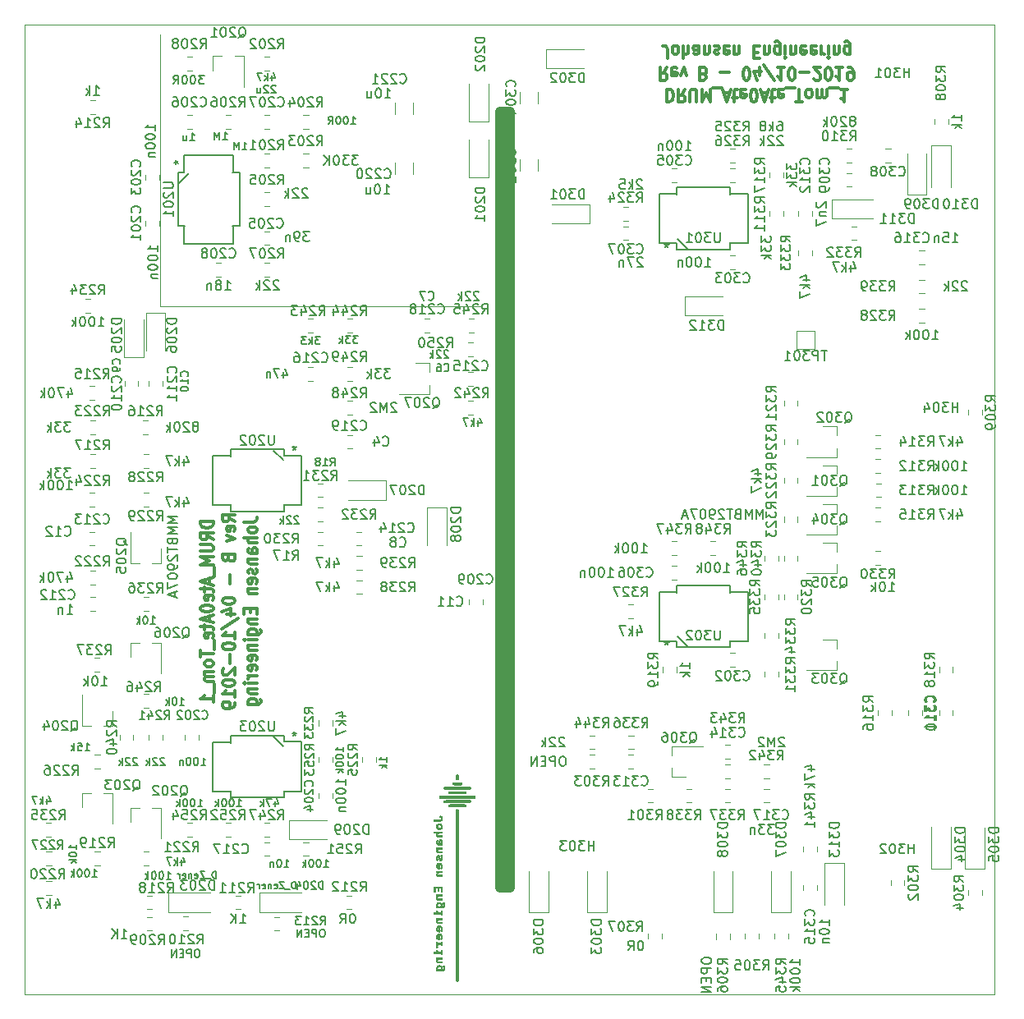
<source format=gbr>
%TF.GenerationSoftware,KiCad,Pcbnew,(5.1.0)-1*%
%TF.CreationDate,2019-10-04T20:50:26+02:00*%
%TF.ProjectId,KicadJE_AteOhAte,4b696361-644a-4455-9f41-74654f684174,rev?*%
%TF.SameCoordinates,Original*%
%TF.FileFunction,Legend,Bot*%
%TF.FilePolarity,Positive*%
%FSLAX46Y46*%
G04 Gerber Fmt 4.6, Leading zero omitted, Abs format (unit mm)*
G04 Created by KiCad (PCBNEW (5.1.0)-1) date 2019-10-04 20:50:26*
%MOMM*%
%LPD*%
G04 APERTURE LIST*
%ADD10C,0.300000*%
%ADD11C,0.120000*%
%ADD12C,1.000000*%
%ADD13C,0.050000*%
%ADD14C,0.010000*%
%ADD15C,0.150000*%
G04 APERTURE END LIST*
D10*
X116214285Y-56661904D02*
X116214285Y-57961904D01*
X116500000Y-57961904D01*
X116671428Y-57900000D01*
X116785714Y-57776190D01*
X116842857Y-57652380D01*
X116900000Y-57404761D01*
X116900000Y-57219047D01*
X116842857Y-56971428D01*
X116785714Y-56847619D01*
X116671428Y-56723809D01*
X116500000Y-56661904D01*
X116214285Y-56661904D01*
X118100000Y-56661904D02*
X117700000Y-57280952D01*
X117414285Y-56661904D02*
X117414285Y-57961904D01*
X117871428Y-57961904D01*
X117985714Y-57900000D01*
X118042857Y-57838095D01*
X118100000Y-57714285D01*
X118100000Y-57528571D01*
X118042857Y-57404761D01*
X117985714Y-57342857D01*
X117871428Y-57280952D01*
X117414285Y-57280952D01*
X118614285Y-57961904D02*
X118614285Y-56909523D01*
X118671428Y-56785714D01*
X118728571Y-56723809D01*
X118842857Y-56661904D01*
X119071428Y-56661904D01*
X119185714Y-56723809D01*
X119242857Y-56785714D01*
X119300000Y-56909523D01*
X119300000Y-57961904D01*
X119871428Y-56661904D02*
X119871428Y-57961904D01*
X120271428Y-57033333D01*
X120671428Y-57961904D01*
X120671428Y-56661904D01*
X120957142Y-56538095D02*
X121871428Y-56538095D01*
X122100000Y-57033333D02*
X122671428Y-57033333D01*
X121985714Y-56661904D02*
X122385714Y-57961904D01*
X122785714Y-56661904D01*
X123014285Y-57528571D02*
X123471428Y-57528571D01*
X123185714Y-57961904D02*
X123185714Y-56847619D01*
X123242857Y-56723809D01*
X123357142Y-56661904D01*
X123471428Y-56661904D01*
X124328571Y-56723809D02*
X124214285Y-56661904D01*
X123985714Y-56661904D01*
X123871428Y-56723809D01*
X123814285Y-56847619D01*
X123814285Y-57342857D01*
X123871428Y-57466666D01*
X123985714Y-57528571D01*
X124214285Y-57528571D01*
X124328571Y-57466666D01*
X124385714Y-57342857D01*
X124385714Y-57219047D01*
X123814285Y-57095238D01*
X125128571Y-57961904D02*
X125242857Y-57961904D01*
X125357142Y-57900000D01*
X125414285Y-57838095D01*
X125471428Y-57714285D01*
X125528571Y-57466666D01*
X125528571Y-57157142D01*
X125471428Y-56909523D01*
X125414285Y-56785714D01*
X125357142Y-56723809D01*
X125242857Y-56661904D01*
X125128571Y-56661904D01*
X125014285Y-56723809D01*
X124957142Y-56785714D01*
X124900000Y-56909523D01*
X124842857Y-57157142D01*
X124842857Y-57466666D01*
X124900000Y-57714285D01*
X124957142Y-57838095D01*
X125014285Y-57900000D01*
X125128571Y-57961904D01*
X125985714Y-57033333D02*
X126557142Y-57033333D01*
X125871428Y-56661904D02*
X126271428Y-57961904D01*
X126671428Y-56661904D01*
X126900000Y-57528571D02*
X127357142Y-57528571D01*
X127071428Y-57961904D02*
X127071428Y-56847619D01*
X127128571Y-56723809D01*
X127242857Y-56661904D01*
X127357142Y-56661904D01*
X128214285Y-56723809D02*
X128100000Y-56661904D01*
X127871428Y-56661904D01*
X127757142Y-56723809D01*
X127700000Y-56847619D01*
X127700000Y-57342857D01*
X127757142Y-57466666D01*
X127871428Y-57528571D01*
X128100000Y-57528571D01*
X128214285Y-57466666D01*
X128271428Y-57342857D01*
X128271428Y-57219047D01*
X127700000Y-57095238D01*
X128500000Y-56538095D02*
X129414285Y-56538095D01*
X129528571Y-57961904D02*
X130214285Y-57961904D01*
X129871428Y-56661904D02*
X129871428Y-57961904D01*
X130785714Y-56661904D02*
X130671428Y-56723809D01*
X130614285Y-56785714D01*
X130557142Y-56909523D01*
X130557142Y-57280952D01*
X130614285Y-57404761D01*
X130671428Y-57466666D01*
X130785714Y-57528571D01*
X130957142Y-57528571D01*
X131071428Y-57466666D01*
X131128571Y-57404761D01*
X131185714Y-57280952D01*
X131185714Y-56909523D01*
X131128571Y-56785714D01*
X131071428Y-56723809D01*
X130957142Y-56661904D01*
X130785714Y-56661904D01*
X131700000Y-56661904D02*
X131700000Y-57528571D01*
X131700000Y-57404761D02*
X131757142Y-57466666D01*
X131871428Y-57528571D01*
X132042857Y-57528571D01*
X132157142Y-57466666D01*
X132214285Y-57342857D01*
X132214285Y-56661904D01*
X132214285Y-57342857D02*
X132271428Y-57466666D01*
X132385714Y-57528571D01*
X132557142Y-57528571D01*
X132671428Y-57466666D01*
X132728571Y-57342857D01*
X132728571Y-56661904D01*
X133014285Y-56538095D02*
X133928571Y-56538095D01*
X134842857Y-56661904D02*
X134157142Y-56661904D01*
X134500000Y-56661904D02*
X134500000Y-57961904D01*
X134385714Y-57776190D01*
X134271428Y-57652380D01*
X134157142Y-57590476D01*
X116242857Y-54411904D02*
X115842857Y-55030952D01*
X115557142Y-54411904D02*
X115557142Y-55711904D01*
X116014285Y-55711904D01*
X116128571Y-55650000D01*
X116185714Y-55588095D01*
X116242857Y-55464285D01*
X116242857Y-55278571D01*
X116185714Y-55154761D01*
X116128571Y-55092857D01*
X116014285Y-55030952D01*
X115557142Y-55030952D01*
X117214285Y-54473809D02*
X117100000Y-54411904D01*
X116871428Y-54411904D01*
X116757142Y-54473809D01*
X116700000Y-54597619D01*
X116700000Y-55092857D01*
X116757142Y-55216666D01*
X116871428Y-55278571D01*
X117100000Y-55278571D01*
X117214285Y-55216666D01*
X117271428Y-55092857D01*
X117271428Y-54969047D01*
X116700000Y-54845238D01*
X117671428Y-55278571D02*
X117957142Y-54411904D01*
X118242857Y-55278571D01*
X120014285Y-55092857D02*
X120185714Y-55030952D01*
X120242857Y-54969047D01*
X120300000Y-54845238D01*
X120300000Y-54659523D01*
X120242857Y-54535714D01*
X120185714Y-54473809D01*
X120071428Y-54411904D01*
X119614285Y-54411904D01*
X119614285Y-55711904D01*
X120014285Y-55711904D01*
X120128571Y-55650000D01*
X120185714Y-55588095D01*
X120242857Y-55464285D01*
X120242857Y-55340476D01*
X120185714Y-55216666D01*
X120128571Y-55154761D01*
X120014285Y-55092857D01*
X119614285Y-55092857D01*
X121728571Y-54907142D02*
X122642857Y-54907142D01*
X124357142Y-55711904D02*
X124471428Y-55711904D01*
X124585714Y-55650000D01*
X124642857Y-55588095D01*
X124700000Y-55464285D01*
X124757142Y-55216666D01*
X124757142Y-54907142D01*
X124700000Y-54659523D01*
X124642857Y-54535714D01*
X124585714Y-54473809D01*
X124471428Y-54411904D01*
X124357142Y-54411904D01*
X124242857Y-54473809D01*
X124185714Y-54535714D01*
X124128571Y-54659523D01*
X124071428Y-54907142D01*
X124071428Y-55216666D01*
X124128571Y-55464285D01*
X124185714Y-55588095D01*
X124242857Y-55650000D01*
X124357142Y-55711904D01*
X125785714Y-55278571D02*
X125785714Y-54411904D01*
X125500000Y-55773809D02*
X125214285Y-54845238D01*
X125957142Y-54845238D01*
X127271428Y-55773809D02*
X126242857Y-54102380D01*
X128300000Y-54411904D02*
X127614285Y-54411904D01*
X127957142Y-54411904D02*
X127957142Y-55711904D01*
X127842857Y-55526190D01*
X127728571Y-55402380D01*
X127614285Y-55340476D01*
X129042857Y-55711904D02*
X129157142Y-55711904D01*
X129271428Y-55650000D01*
X129328571Y-55588095D01*
X129385714Y-55464285D01*
X129442857Y-55216666D01*
X129442857Y-54907142D01*
X129385714Y-54659523D01*
X129328571Y-54535714D01*
X129271428Y-54473809D01*
X129157142Y-54411904D01*
X129042857Y-54411904D01*
X128928571Y-54473809D01*
X128871428Y-54535714D01*
X128814285Y-54659523D01*
X128757142Y-54907142D01*
X128757142Y-55216666D01*
X128814285Y-55464285D01*
X128871428Y-55588095D01*
X128928571Y-55650000D01*
X129042857Y-55711904D01*
X129957142Y-54907142D02*
X130871428Y-54907142D01*
X131385714Y-55588095D02*
X131442857Y-55650000D01*
X131557142Y-55711904D01*
X131842857Y-55711904D01*
X131957142Y-55650000D01*
X132014285Y-55588095D01*
X132071428Y-55464285D01*
X132071428Y-55340476D01*
X132014285Y-55154761D01*
X131328571Y-54411904D01*
X132071428Y-54411904D01*
X132814285Y-55711904D02*
X132928571Y-55711904D01*
X133042857Y-55650000D01*
X133100000Y-55588095D01*
X133157142Y-55464285D01*
X133214285Y-55216666D01*
X133214285Y-54907142D01*
X133157142Y-54659523D01*
X133100000Y-54535714D01*
X133042857Y-54473809D01*
X132928571Y-54411904D01*
X132814285Y-54411904D01*
X132700000Y-54473809D01*
X132642857Y-54535714D01*
X132585714Y-54659523D01*
X132528571Y-54907142D01*
X132528571Y-55216666D01*
X132585714Y-55464285D01*
X132642857Y-55588095D01*
X132700000Y-55650000D01*
X132814285Y-55711904D01*
X134357142Y-54411904D02*
X133671428Y-54411904D01*
X134014285Y-54411904D02*
X134014285Y-55711904D01*
X133900000Y-55526190D01*
X133785714Y-55402380D01*
X133671428Y-55340476D01*
X134928571Y-54411904D02*
X135157142Y-54411904D01*
X135271428Y-54473809D01*
X135328571Y-54535714D01*
X135442857Y-54721428D01*
X135500000Y-54969047D01*
X135500000Y-55464285D01*
X135442857Y-55588095D01*
X135385714Y-55650000D01*
X135271428Y-55711904D01*
X135042857Y-55711904D01*
X134928571Y-55650000D01*
X134871428Y-55588095D01*
X134814285Y-55464285D01*
X134814285Y-55154761D01*
X134871428Y-55030952D01*
X134928571Y-54969047D01*
X135042857Y-54907142D01*
X135271428Y-54907142D01*
X135385714Y-54969047D01*
X135442857Y-55030952D01*
X135500000Y-55154761D01*
X116271428Y-53461904D02*
X116271428Y-52533333D01*
X116214285Y-52347619D01*
X116100000Y-52223809D01*
X115928571Y-52161904D01*
X115814285Y-52161904D01*
X117014285Y-52161904D02*
X116900000Y-52223809D01*
X116842857Y-52285714D01*
X116785714Y-52409523D01*
X116785714Y-52780952D01*
X116842857Y-52904761D01*
X116900000Y-52966666D01*
X117014285Y-53028571D01*
X117185714Y-53028571D01*
X117300000Y-52966666D01*
X117357142Y-52904761D01*
X117414285Y-52780952D01*
X117414285Y-52409523D01*
X117357142Y-52285714D01*
X117300000Y-52223809D01*
X117185714Y-52161904D01*
X117014285Y-52161904D01*
X117928571Y-52161904D02*
X117928571Y-53461904D01*
X118442857Y-52161904D02*
X118442857Y-52842857D01*
X118385714Y-52966666D01*
X118271428Y-53028571D01*
X118100000Y-53028571D01*
X117985714Y-52966666D01*
X117928571Y-52904761D01*
X119528571Y-52161904D02*
X119528571Y-52842857D01*
X119471428Y-52966666D01*
X119357142Y-53028571D01*
X119128571Y-53028571D01*
X119014285Y-52966666D01*
X119528571Y-52223809D02*
X119414285Y-52161904D01*
X119128571Y-52161904D01*
X119014285Y-52223809D01*
X118957142Y-52347619D01*
X118957142Y-52471428D01*
X119014285Y-52595238D01*
X119128571Y-52657142D01*
X119414285Y-52657142D01*
X119528571Y-52719047D01*
X120100000Y-53028571D02*
X120100000Y-52161904D01*
X120100000Y-52904761D02*
X120157142Y-52966666D01*
X120271428Y-53028571D01*
X120442857Y-53028571D01*
X120557142Y-52966666D01*
X120614285Y-52842857D01*
X120614285Y-52161904D01*
X121128571Y-52223809D02*
X121242857Y-52161904D01*
X121471428Y-52161904D01*
X121585714Y-52223809D01*
X121642857Y-52347619D01*
X121642857Y-52409523D01*
X121585714Y-52533333D01*
X121471428Y-52595238D01*
X121300000Y-52595238D01*
X121185714Y-52657142D01*
X121128571Y-52780952D01*
X121128571Y-52842857D01*
X121185714Y-52966666D01*
X121300000Y-53028571D01*
X121471428Y-53028571D01*
X121585714Y-52966666D01*
X122614285Y-52223809D02*
X122500000Y-52161904D01*
X122271428Y-52161904D01*
X122157142Y-52223809D01*
X122100000Y-52347619D01*
X122100000Y-52842857D01*
X122157142Y-52966666D01*
X122271428Y-53028571D01*
X122500000Y-53028571D01*
X122614285Y-52966666D01*
X122671428Y-52842857D01*
X122671428Y-52719047D01*
X122100000Y-52595238D01*
X123185714Y-53028571D02*
X123185714Y-52161904D01*
X123185714Y-52904761D02*
X123242857Y-52966666D01*
X123357142Y-53028571D01*
X123528571Y-53028571D01*
X123642857Y-52966666D01*
X123700000Y-52842857D01*
X123700000Y-52161904D01*
X125185714Y-52842857D02*
X125585714Y-52842857D01*
X125757142Y-52161904D02*
X125185714Y-52161904D01*
X125185714Y-53461904D01*
X125757142Y-53461904D01*
X126271428Y-53028571D02*
X126271428Y-52161904D01*
X126271428Y-52904761D02*
X126328571Y-52966666D01*
X126442857Y-53028571D01*
X126614285Y-53028571D01*
X126728571Y-52966666D01*
X126785714Y-52842857D01*
X126785714Y-52161904D01*
X127871428Y-53028571D02*
X127871428Y-51976190D01*
X127814285Y-51852380D01*
X127757142Y-51790476D01*
X127642857Y-51728571D01*
X127471428Y-51728571D01*
X127357142Y-51790476D01*
X127871428Y-52223809D02*
X127757142Y-52161904D01*
X127528571Y-52161904D01*
X127414285Y-52223809D01*
X127357142Y-52285714D01*
X127300000Y-52409523D01*
X127300000Y-52780952D01*
X127357142Y-52904761D01*
X127414285Y-52966666D01*
X127528571Y-53028571D01*
X127757142Y-53028571D01*
X127871428Y-52966666D01*
X128442857Y-52161904D02*
X128442857Y-53028571D01*
X128442857Y-53461904D02*
X128385714Y-53400000D01*
X128442857Y-53338095D01*
X128500000Y-53400000D01*
X128442857Y-53461904D01*
X128442857Y-53338095D01*
X129014285Y-53028571D02*
X129014285Y-52161904D01*
X129014285Y-52904761D02*
X129071428Y-52966666D01*
X129185714Y-53028571D01*
X129357142Y-53028571D01*
X129471428Y-52966666D01*
X129528571Y-52842857D01*
X129528571Y-52161904D01*
X130557142Y-52223809D02*
X130442857Y-52161904D01*
X130214285Y-52161904D01*
X130100000Y-52223809D01*
X130042857Y-52347619D01*
X130042857Y-52842857D01*
X130100000Y-52966666D01*
X130214285Y-53028571D01*
X130442857Y-53028571D01*
X130557142Y-52966666D01*
X130614285Y-52842857D01*
X130614285Y-52719047D01*
X130042857Y-52595238D01*
X131585714Y-52223809D02*
X131471428Y-52161904D01*
X131242857Y-52161904D01*
X131128571Y-52223809D01*
X131071428Y-52347619D01*
X131071428Y-52842857D01*
X131128571Y-52966666D01*
X131242857Y-53028571D01*
X131471428Y-53028571D01*
X131585714Y-52966666D01*
X131642857Y-52842857D01*
X131642857Y-52719047D01*
X131071428Y-52595238D01*
X132157142Y-52161904D02*
X132157142Y-53028571D01*
X132157142Y-52780952D02*
X132214285Y-52904761D01*
X132271428Y-52966666D01*
X132385714Y-53028571D01*
X132500000Y-53028571D01*
X132900000Y-52161904D02*
X132900000Y-53028571D01*
X132900000Y-53461904D02*
X132842857Y-53400000D01*
X132900000Y-53338095D01*
X132957142Y-53400000D01*
X132900000Y-53461904D01*
X132900000Y-53338095D01*
X133471428Y-53028571D02*
X133471428Y-52161904D01*
X133471428Y-52904761D02*
X133528571Y-52966666D01*
X133642857Y-53028571D01*
X133814285Y-53028571D01*
X133928571Y-52966666D01*
X133985714Y-52842857D01*
X133985714Y-52161904D01*
X135071428Y-53028571D02*
X135071428Y-51976190D01*
X135014285Y-51852380D01*
X134957142Y-51790476D01*
X134842857Y-51728571D01*
X134671428Y-51728571D01*
X134557142Y-51790476D01*
X135071428Y-52223809D02*
X134957142Y-52161904D01*
X134728571Y-52161904D01*
X134614285Y-52223809D01*
X134557142Y-52285714D01*
X134500000Y-52409523D01*
X134500000Y-52780952D01*
X134557142Y-52904761D01*
X134614285Y-52966666D01*
X134728571Y-53028571D01*
X134957142Y-53028571D01*
X135071428Y-52966666D01*
D11*
X64000000Y-79000000D02*
X97000000Y-79000000D01*
X64000000Y-51000000D02*
X64000000Y-79000000D01*
D10*
X69438095Y-101214285D02*
X68138095Y-101214285D01*
X68138095Y-101500000D01*
X68200000Y-101671428D01*
X68323809Y-101785714D01*
X68447619Y-101842857D01*
X68695238Y-101900000D01*
X68880952Y-101900000D01*
X69128571Y-101842857D01*
X69252380Y-101785714D01*
X69376190Y-101671428D01*
X69438095Y-101500000D01*
X69438095Y-101214285D01*
X69438095Y-103100000D02*
X68819047Y-102700000D01*
X69438095Y-102414285D02*
X68138095Y-102414285D01*
X68138095Y-102871428D01*
X68200000Y-102985714D01*
X68261904Y-103042857D01*
X68385714Y-103100000D01*
X68571428Y-103100000D01*
X68695238Y-103042857D01*
X68757142Y-102985714D01*
X68819047Y-102871428D01*
X68819047Y-102414285D01*
X68138095Y-103614285D02*
X69190476Y-103614285D01*
X69314285Y-103671428D01*
X69376190Y-103728571D01*
X69438095Y-103842857D01*
X69438095Y-104071428D01*
X69376190Y-104185714D01*
X69314285Y-104242857D01*
X69190476Y-104300000D01*
X68138095Y-104300000D01*
X69438095Y-104871428D02*
X68138095Y-104871428D01*
X69066666Y-105271428D01*
X68138095Y-105671428D01*
X69438095Y-105671428D01*
X69561904Y-105957142D02*
X69561904Y-106871428D01*
X69066666Y-107100000D02*
X69066666Y-107671428D01*
X69438095Y-106985714D02*
X68138095Y-107385714D01*
X69438095Y-107785714D01*
X68571428Y-108014285D02*
X68571428Y-108471428D01*
X68138095Y-108185714D02*
X69252380Y-108185714D01*
X69376190Y-108242857D01*
X69438095Y-108357142D01*
X69438095Y-108471428D01*
X69376190Y-109328571D02*
X69438095Y-109214285D01*
X69438095Y-108985714D01*
X69376190Y-108871428D01*
X69252380Y-108814285D01*
X68757142Y-108814285D01*
X68633333Y-108871428D01*
X68571428Y-108985714D01*
X68571428Y-109214285D01*
X68633333Y-109328571D01*
X68757142Y-109385714D01*
X68880952Y-109385714D01*
X69004761Y-108814285D01*
X68138095Y-110128571D02*
X68138095Y-110242857D01*
X68200000Y-110357142D01*
X68261904Y-110414285D01*
X68385714Y-110471428D01*
X68633333Y-110528571D01*
X68942857Y-110528571D01*
X69190476Y-110471428D01*
X69314285Y-110414285D01*
X69376190Y-110357142D01*
X69438095Y-110242857D01*
X69438095Y-110128571D01*
X69376190Y-110014285D01*
X69314285Y-109957142D01*
X69190476Y-109900000D01*
X68942857Y-109842857D01*
X68633333Y-109842857D01*
X68385714Y-109900000D01*
X68261904Y-109957142D01*
X68200000Y-110014285D01*
X68138095Y-110128571D01*
X69066666Y-110985714D02*
X69066666Y-111557142D01*
X69438095Y-110871428D02*
X68138095Y-111271428D01*
X69438095Y-111671428D01*
X68571428Y-111900000D02*
X68571428Y-112357142D01*
X68138095Y-112071428D02*
X69252380Y-112071428D01*
X69376190Y-112128571D01*
X69438095Y-112242857D01*
X69438095Y-112357142D01*
X69376190Y-113214285D02*
X69438095Y-113100000D01*
X69438095Y-112871428D01*
X69376190Y-112757142D01*
X69252380Y-112700000D01*
X68757142Y-112700000D01*
X68633333Y-112757142D01*
X68571428Y-112871428D01*
X68571428Y-113100000D01*
X68633333Y-113214285D01*
X68757142Y-113271428D01*
X68880952Y-113271428D01*
X69004761Y-112700000D01*
X69561904Y-113500000D02*
X69561904Y-114414285D01*
X68138095Y-114528571D02*
X68138095Y-115214285D01*
X69438095Y-114871428D02*
X68138095Y-114871428D01*
X69438095Y-115785714D02*
X69376190Y-115671428D01*
X69314285Y-115614285D01*
X69190476Y-115557142D01*
X68819047Y-115557142D01*
X68695238Y-115614285D01*
X68633333Y-115671428D01*
X68571428Y-115785714D01*
X68571428Y-115957142D01*
X68633333Y-116071428D01*
X68695238Y-116128571D01*
X68819047Y-116185714D01*
X69190476Y-116185714D01*
X69314285Y-116128571D01*
X69376190Y-116071428D01*
X69438095Y-115957142D01*
X69438095Y-115785714D01*
X69438095Y-116700000D02*
X68571428Y-116700000D01*
X68695238Y-116700000D02*
X68633333Y-116757142D01*
X68571428Y-116871428D01*
X68571428Y-117042857D01*
X68633333Y-117157142D01*
X68757142Y-117214285D01*
X69438095Y-117214285D01*
X68757142Y-117214285D02*
X68633333Y-117271428D01*
X68571428Y-117385714D01*
X68571428Y-117557142D01*
X68633333Y-117671428D01*
X68757142Y-117728571D01*
X69438095Y-117728571D01*
X69561904Y-118014285D02*
X69561904Y-118928571D01*
X69438095Y-119842857D02*
X69438095Y-119157142D01*
X69438095Y-119500000D02*
X68138095Y-119500000D01*
X68323809Y-119385714D01*
X68447619Y-119271428D01*
X68509523Y-119157142D01*
X71688095Y-101242857D02*
X71069047Y-100842857D01*
X71688095Y-100557142D02*
X70388095Y-100557142D01*
X70388095Y-101014285D01*
X70450000Y-101128571D01*
X70511904Y-101185714D01*
X70635714Y-101242857D01*
X70821428Y-101242857D01*
X70945238Y-101185714D01*
X71007142Y-101128571D01*
X71069047Y-101014285D01*
X71069047Y-100557142D01*
X71626190Y-102214285D02*
X71688095Y-102100000D01*
X71688095Y-101871428D01*
X71626190Y-101757142D01*
X71502380Y-101700000D01*
X71007142Y-101700000D01*
X70883333Y-101757142D01*
X70821428Y-101871428D01*
X70821428Y-102100000D01*
X70883333Y-102214285D01*
X71007142Y-102271428D01*
X71130952Y-102271428D01*
X71254761Y-101700000D01*
X70821428Y-102671428D02*
X71688095Y-102957142D01*
X70821428Y-103242857D01*
X71007142Y-105014285D02*
X71069047Y-105185714D01*
X71130952Y-105242857D01*
X71254761Y-105300000D01*
X71440476Y-105300000D01*
X71564285Y-105242857D01*
X71626190Y-105185714D01*
X71688095Y-105071428D01*
X71688095Y-104614285D01*
X70388095Y-104614285D01*
X70388095Y-105014285D01*
X70450000Y-105128571D01*
X70511904Y-105185714D01*
X70635714Y-105242857D01*
X70759523Y-105242857D01*
X70883333Y-105185714D01*
X70945238Y-105128571D01*
X71007142Y-105014285D01*
X71007142Y-104614285D01*
X71192857Y-106728571D02*
X71192857Y-107642857D01*
X70388095Y-109357142D02*
X70388095Y-109471428D01*
X70450000Y-109585714D01*
X70511904Y-109642857D01*
X70635714Y-109700000D01*
X70883333Y-109757142D01*
X71192857Y-109757142D01*
X71440476Y-109700000D01*
X71564285Y-109642857D01*
X71626190Y-109585714D01*
X71688095Y-109471428D01*
X71688095Y-109357142D01*
X71626190Y-109242857D01*
X71564285Y-109185714D01*
X71440476Y-109128571D01*
X71192857Y-109071428D01*
X70883333Y-109071428D01*
X70635714Y-109128571D01*
X70511904Y-109185714D01*
X70450000Y-109242857D01*
X70388095Y-109357142D01*
X70821428Y-110785714D02*
X71688095Y-110785714D01*
X70326190Y-110500000D02*
X71254761Y-110214285D01*
X71254761Y-110957142D01*
X70326190Y-112271428D02*
X71997619Y-111242857D01*
X71688095Y-113300000D02*
X71688095Y-112614285D01*
X71688095Y-112957142D02*
X70388095Y-112957142D01*
X70573809Y-112842857D01*
X70697619Y-112728571D01*
X70759523Y-112614285D01*
X70388095Y-114042857D02*
X70388095Y-114157142D01*
X70450000Y-114271428D01*
X70511904Y-114328571D01*
X70635714Y-114385714D01*
X70883333Y-114442857D01*
X71192857Y-114442857D01*
X71440476Y-114385714D01*
X71564285Y-114328571D01*
X71626190Y-114271428D01*
X71688095Y-114157142D01*
X71688095Y-114042857D01*
X71626190Y-113928571D01*
X71564285Y-113871428D01*
X71440476Y-113814285D01*
X71192857Y-113757142D01*
X70883333Y-113757142D01*
X70635714Y-113814285D01*
X70511904Y-113871428D01*
X70450000Y-113928571D01*
X70388095Y-114042857D01*
X71192857Y-114957142D02*
X71192857Y-115871428D01*
X70511904Y-116385714D02*
X70450000Y-116442857D01*
X70388095Y-116557142D01*
X70388095Y-116842857D01*
X70450000Y-116957142D01*
X70511904Y-117014285D01*
X70635714Y-117071428D01*
X70759523Y-117071428D01*
X70945238Y-117014285D01*
X71688095Y-116328571D01*
X71688095Y-117071428D01*
X70388095Y-117814285D02*
X70388095Y-117928571D01*
X70450000Y-118042857D01*
X70511904Y-118100000D01*
X70635714Y-118157142D01*
X70883333Y-118214285D01*
X71192857Y-118214285D01*
X71440476Y-118157142D01*
X71564285Y-118100000D01*
X71626190Y-118042857D01*
X71688095Y-117928571D01*
X71688095Y-117814285D01*
X71626190Y-117700000D01*
X71564285Y-117642857D01*
X71440476Y-117585714D01*
X71192857Y-117528571D01*
X70883333Y-117528571D01*
X70635714Y-117585714D01*
X70511904Y-117642857D01*
X70450000Y-117700000D01*
X70388095Y-117814285D01*
X71688095Y-119357142D02*
X71688095Y-118671428D01*
X71688095Y-119014285D02*
X70388095Y-119014285D01*
X70573809Y-118900000D01*
X70697619Y-118785714D01*
X70759523Y-118671428D01*
X71688095Y-119928571D02*
X71688095Y-120157142D01*
X71626190Y-120271428D01*
X71564285Y-120328571D01*
X71378571Y-120442857D01*
X71130952Y-120500000D01*
X70635714Y-120500000D01*
X70511904Y-120442857D01*
X70450000Y-120385714D01*
X70388095Y-120271428D01*
X70388095Y-120042857D01*
X70450000Y-119928571D01*
X70511904Y-119871428D01*
X70635714Y-119814285D01*
X70945238Y-119814285D01*
X71069047Y-119871428D01*
X71130952Y-119928571D01*
X71192857Y-120042857D01*
X71192857Y-120271428D01*
X71130952Y-120385714D01*
X71069047Y-120442857D01*
X70945238Y-120500000D01*
X72638095Y-101271428D02*
X73566666Y-101271428D01*
X73752380Y-101214285D01*
X73876190Y-101100000D01*
X73938095Y-100928571D01*
X73938095Y-100814285D01*
X73938095Y-102014285D02*
X73876190Y-101900000D01*
X73814285Y-101842857D01*
X73690476Y-101785714D01*
X73319047Y-101785714D01*
X73195238Y-101842857D01*
X73133333Y-101900000D01*
X73071428Y-102014285D01*
X73071428Y-102185714D01*
X73133333Y-102300000D01*
X73195238Y-102357142D01*
X73319047Y-102414285D01*
X73690476Y-102414285D01*
X73814285Y-102357142D01*
X73876190Y-102300000D01*
X73938095Y-102185714D01*
X73938095Y-102014285D01*
X73938095Y-102928571D02*
X72638095Y-102928571D01*
X73938095Y-103442857D02*
X73257142Y-103442857D01*
X73133333Y-103385714D01*
X73071428Y-103271428D01*
X73071428Y-103100000D01*
X73133333Y-102985714D01*
X73195238Y-102928571D01*
X73938095Y-104528571D02*
X73257142Y-104528571D01*
X73133333Y-104471428D01*
X73071428Y-104357142D01*
X73071428Y-104128571D01*
X73133333Y-104014285D01*
X73876190Y-104528571D02*
X73938095Y-104414285D01*
X73938095Y-104128571D01*
X73876190Y-104014285D01*
X73752380Y-103957142D01*
X73628571Y-103957142D01*
X73504761Y-104014285D01*
X73442857Y-104128571D01*
X73442857Y-104414285D01*
X73380952Y-104528571D01*
X73071428Y-105100000D02*
X73938095Y-105100000D01*
X73195238Y-105100000D02*
X73133333Y-105157142D01*
X73071428Y-105271428D01*
X73071428Y-105442857D01*
X73133333Y-105557142D01*
X73257142Y-105614285D01*
X73938095Y-105614285D01*
X73876190Y-106128571D02*
X73938095Y-106242857D01*
X73938095Y-106471428D01*
X73876190Y-106585714D01*
X73752380Y-106642857D01*
X73690476Y-106642857D01*
X73566666Y-106585714D01*
X73504761Y-106471428D01*
X73504761Y-106300000D01*
X73442857Y-106185714D01*
X73319047Y-106128571D01*
X73257142Y-106128571D01*
X73133333Y-106185714D01*
X73071428Y-106300000D01*
X73071428Y-106471428D01*
X73133333Y-106585714D01*
X73876190Y-107614285D02*
X73938095Y-107500000D01*
X73938095Y-107271428D01*
X73876190Y-107157142D01*
X73752380Y-107100000D01*
X73257142Y-107100000D01*
X73133333Y-107157142D01*
X73071428Y-107271428D01*
X73071428Y-107500000D01*
X73133333Y-107614285D01*
X73257142Y-107671428D01*
X73380952Y-107671428D01*
X73504761Y-107100000D01*
X73071428Y-108185714D02*
X73938095Y-108185714D01*
X73195238Y-108185714D02*
X73133333Y-108242857D01*
X73071428Y-108357142D01*
X73071428Y-108528571D01*
X73133333Y-108642857D01*
X73257142Y-108700000D01*
X73938095Y-108700000D01*
X73257142Y-110185714D02*
X73257142Y-110585714D01*
X73938095Y-110757142D02*
X73938095Y-110185714D01*
X72638095Y-110185714D01*
X72638095Y-110757142D01*
X73071428Y-111271428D02*
X73938095Y-111271428D01*
X73195238Y-111271428D02*
X73133333Y-111328571D01*
X73071428Y-111442857D01*
X73071428Y-111614285D01*
X73133333Y-111728571D01*
X73257142Y-111785714D01*
X73938095Y-111785714D01*
X73071428Y-112871428D02*
X74123809Y-112871428D01*
X74247619Y-112814285D01*
X74309523Y-112757142D01*
X74371428Y-112642857D01*
X74371428Y-112471428D01*
X74309523Y-112357142D01*
X73876190Y-112871428D02*
X73938095Y-112757142D01*
X73938095Y-112528571D01*
X73876190Y-112414285D01*
X73814285Y-112357142D01*
X73690476Y-112300000D01*
X73319047Y-112300000D01*
X73195238Y-112357142D01*
X73133333Y-112414285D01*
X73071428Y-112528571D01*
X73071428Y-112757142D01*
X73133333Y-112871428D01*
X73938095Y-113442857D02*
X73071428Y-113442857D01*
X72638095Y-113442857D02*
X72700000Y-113385714D01*
X72761904Y-113442857D01*
X72700000Y-113500000D01*
X72638095Y-113442857D01*
X72761904Y-113442857D01*
X73071428Y-114014285D02*
X73938095Y-114014285D01*
X73195238Y-114014285D02*
X73133333Y-114071428D01*
X73071428Y-114185714D01*
X73071428Y-114357142D01*
X73133333Y-114471428D01*
X73257142Y-114528571D01*
X73938095Y-114528571D01*
X73876190Y-115557142D02*
X73938095Y-115442857D01*
X73938095Y-115214285D01*
X73876190Y-115100000D01*
X73752380Y-115042857D01*
X73257142Y-115042857D01*
X73133333Y-115100000D01*
X73071428Y-115214285D01*
X73071428Y-115442857D01*
X73133333Y-115557142D01*
X73257142Y-115614285D01*
X73380952Y-115614285D01*
X73504761Y-115042857D01*
X73876190Y-116585714D02*
X73938095Y-116471428D01*
X73938095Y-116242857D01*
X73876190Y-116128571D01*
X73752380Y-116071428D01*
X73257142Y-116071428D01*
X73133333Y-116128571D01*
X73071428Y-116242857D01*
X73071428Y-116471428D01*
X73133333Y-116585714D01*
X73257142Y-116642857D01*
X73380952Y-116642857D01*
X73504761Y-116071428D01*
X73938095Y-117157142D02*
X73071428Y-117157142D01*
X73319047Y-117157142D02*
X73195238Y-117214285D01*
X73133333Y-117271428D01*
X73071428Y-117385714D01*
X73071428Y-117500000D01*
X73938095Y-117900000D02*
X73071428Y-117900000D01*
X72638095Y-117900000D02*
X72700000Y-117842857D01*
X72761904Y-117900000D01*
X72700000Y-117957142D01*
X72638095Y-117900000D01*
X72761904Y-117900000D01*
X73071428Y-118471428D02*
X73938095Y-118471428D01*
X73195238Y-118471428D02*
X73133333Y-118528571D01*
X73071428Y-118642857D01*
X73071428Y-118814285D01*
X73133333Y-118928571D01*
X73257142Y-118985714D01*
X73938095Y-118985714D01*
X73071428Y-120071428D02*
X74123809Y-120071428D01*
X74247619Y-120014285D01*
X74309523Y-119957142D01*
X74371428Y-119842857D01*
X74371428Y-119671428D01*
X74309523Y-119557142D01*
X73876190Y-120071428D02*
X73938095Y-119957142D01*
X73938095Y-119728571D01*
X73876190Y-119614285D01*
X73814285Y-119557142D01*
X73690476Y-119500000D01*
X73319047Y-119500000D01*
X73195238Y-119557142D01*
X73133333Y-119614285D01*
X73071428Y-119728571D01*
X73071428Y-119957142D01*
X73133333Y-120071428D01*
D12*
X99000000Y-59000000D02*
X100000000Y-59000000D01*
X99000000Y-139000000D02*
X100000000Y-139000000D01*
X100000000Y-59000000D02*
X100000000Y-139000000D01*
X99000000Y-59000000D02*
X99000000Y-139000000D01*
D13*
X50000000Y-150000000D02*
X50000000Y-50000000D01*
X150000000Y-150000000D02*
X50000000Y-150000000D01*
X150000000Y-50000000D02*
X150000000Y-150000000D01*
X50000000Y-50000000D02*
X150000000Y-50000000D01*
D14*
G36*
X92758379Y-129694442D02*
G01*
X92766617Y-129701437D01*
X92774118Y-129707049D01*
X92782821Y-129712029D01*
X92794684Y-129716414D01*
X92811669Y-129720242D01*
X92835733Y-129723550D01*
X92868836Y-129726377D01*
X92912937Y-129728761D01*
X92969996Y-129730739D01*
X93041971Y-129732350D01*
X93130823Y-129733630D01*
X93238510Y-129734618D01*
X93366991Y-129735352D01*
X93518226Y-129735869D01*
X93694174Y-129736208D01*
X93896795Y-129736406D01*
X94128047Y-129736501D01*
X94389890Y-129736530D01*
X94583998Y-129736533D01*
X96356763Y-129736533D01*
X96393581Y-129697341D01*
X96424572Y-129643923D01*
X96425636Y-129587561D01*
X96396788Y-129537332D01*
X96393340Y-129533992D01*
X96386991Y-129528482D01*
X96379168Y-129523591D01*
X96367922Y-129519284D01*
X96351309Y-129515522D01*
X96327380Y-129512269D01*
X96294189Y-129509488D01*
X96249789Y-129507142D01*
X96192233Y-129505194D01*
X96119574Y-129503607D01*
X96029865Y-129502344D01*
X95921160Y-129501368D01*
X95791511Y-129500643D01*
X95638971Y-129500130D01*
X95461595Y-129499793D01*
X95257433Y-129499595D01*
X95024541Y-129499499D01*
X94760970Y-129499469D01*
X94575959Y-129499466D01*
X92795637Y-129499466D01*
X92758818Y-129538658D01*
X92726974Y-129592076D01*
X92726931Y-129646159D01*
X92758379Y-129694442D01*
X92758379Y-129694442D01*
G37*
X92758379Y-129694442D02*
X92766617Y-129701437D01*
X92774118Y-129707049D01*
X92782821Y-129712029D01*
X92794684Y-129716414D01*
X92811669Y-129720242D01*
X92835733Y-129723550D01*
X92868836Y-129726377D01*
X92912937Y-129728761D01*
X92969996Y-129730739D01*
X93041971Y-129732350D01*
X93130823Y-129733630D01*
X93238510Y-129734618D01*
X93366991Y-129735352D01*
X93518226Y-129735869D01*
X93694174Y-129736208D01*
X93896795Y-129736406D01*
X94128047Y-129736501D01*
X94389890Y-129736530D01*
X94583998Y-129736533D01*
X96356763Y-129736533D01*
X96393581Y-129697341D01*
X96424572Y-129643923D01*
X96425636Y-129587561D01*
X96396788Y-129537332D01*
X96393340Y-129533992D01*
X96386991Y-129528482D01*
X96379168Y-129523591D01*
X96367922Y-129519284D01*
X96351309Y-129515522D01*
X96327380Y-129512269D01*
X96294189Y-129509488D01*
X96249789Y-129507142D01*
X96192233Y-129505194D01*
X96119574Y-129503607D01*
X96029865Y-129502344D01*
X95921160Y-129501368D01*
X95791511Y-129500643D01*
X95638971Y-129500130D01*
X95461595Y-129499793D01*
X95257433Y-129499595D01*
X95024541Y-129499499D01*
X94760970Y-129499469D01*
X94575959Y-129499466D01*
X92795637Y-129499466D01*
X92758818Y-129538658D01*
X92726974Y-129592076D01*
X92726931Y-129646159D01*
X92758379Y-129694442D01*
G36*
X93198447Y-128741713D02*
G01*
X93224735Y-128786138D01*
X93267422Y-128811283D01*
X93290231Y-128812946D01*
X93344206Y-128814533D01*
X93426647Y-128816023D01*
X93534854Y-128817392D01*
X93666126Y-128818621D01*
X93817764Y-128819687D01*
X93987066Y-128820569D01*
X94171332Y-128821246D01*
X94367863Y-128821695D01*
X94573957Y-128821895D01*
X94598136Y-128821902D01*
X95890073Y-128822133D01*
X95931636Y-128780569D01*
X95966118Y-128731914D01*
X95968201Y-128683581D01*
X95938135Y-128629722D01*
X95938104Y-128629683D01*
X95903008Y-128585066D01*
X94590791Y-128585066D01*
X94311748Y-128585278D01*
X94066126Y-128585916D01*
X93853483Y-128586987D01*
X93673378Y-128588496D01*
X93525367Y-128590450D01*
X93409008Y-128592855D01*
X93323858Y-128595716D01*
X93269476Y-128599039D01*
X93245419Y-128602830D01*
X93245009Y-128603029D01*
X93207439Y-128639525D01*
X93192300Y-128689297D01*
X93198447Y-128741713D01*
X93198447Y-128741713D01*
G37*
X93198447Y-128741713D02*
X93224735Y-128786138D01*
X93267422Y-128811283D01*
X93290231Y-128812946D01*
X93344206Y-128814533D01*
X93426647Y-128816023D01*
X93534854Y-128817392D01*
X93666126Y-128818621D01*
X93817764Y-128819687D01*
X93987066Y-128820569D01*
X94171332Y-128821246D01*
X94367863Y-128821695D01*
X94573957Y-128821895D01*
X94598136Y-128821902D01*
X95890073Y-128822133D01*
X95931636Y-128780569D01*
X95966118Y-128731914D01*
X95968201Y-128683581D01*
X95938135Y-128629722D01*
X95938104Y-128629683D01*
X95903008Y-128585066D01*
X94590791Y-128585066D01*
X94311748Y-128585278D01*
X94066126Y-128585916D01*
X93853483Y-128586987D01*
X93673378Y-128588496D01*
X93525367Y-128590450D01*
X93409008Y-128592855D01*
X93323858Y-128595716D01*
X93269476Y-128599039D01*
X93245419Y-128602830D01*
X93245009Y-128603029D01*
X93207439Y-128639525D01*
X93192300Y-128689297D01*
X93198447Y-128741713D01*
G36*
X93204117Y-130133405D02*
G01*
X93229054Y-130162505D01*
X93237430Y-130168269D01*
X93248868Y-130173278D01*
X93265652Y-130177584D01*
X93290066Y-130181242D01*
X93324393Y-130184303D01*
X93370916Y-130186820D01*
X93431920Y-130188847D01*
X93509686Y-130190435D01*
X93606500Y-130191639D01*
X93724645Y-130192509D01*
X93866403Y-130193101D01*
X94034060Y-130193466D01*
X94229897Y-130193657D01*
X94456199Y-130193727D01*
X94578845Y-130193733D01*
X95890073Y-130193733D01*
X95931636Y-130152169D01*
X95966435Y-130101565D01*
X95967478Y-130051911D01*
X95934765Y-130001418D01*
X95931636Y-129998230D01*
X95890073Y-129956666D01*
X94578845Y-129956666D01*
X94336789Y-129956696D01*
X94126316Y-129956821D01*
X93945142Y-129957094D01*
X93790984Y-129957568D01*
X93661559Y-129958296D01*
X93554583Y-129959330D01*
X93467773Y-129960723D01*
X93398844Y-129962528D01*
X93345514Y-129964799D01*
X93305499Y-129967587D01*
X93276515Y-129970945D01*
X93256279Y-129974927D01*
X93242508Y-129979586D01*
X93232917Y-129984973D01*
X93229054Y-129987894D01*
X93196615Y-130033979D01*
X93190489Y-130075200D01*
X93204117Y-130133405D01*
X93204117Y-130133405D01*
G37*
X93204117Y-130133405D02*
X93229054Y-130162505D01*
X93237430Y-130168269D01*
X93248868Y-130173278D01*
X93265652Y-130177584D01*
X93290066Y-130181242D01*
X93324393Y-130184303D01*
X93370916Y-130186820D01*
X93431920Y-130188847D01*
X93509686Y-130190435D01*
X93606500Y-130191639D01*
X93724645Y-130192509D01*
X93866403Y-130193101D01*
X94034060Y-130193466D01*
X94229897Y-130193657D01*
X94456199Y-130193727D01*
X94578845Y-130193733D01*
X95890073Y-130193733D01*
X95931636Y-130152169D01*
X95966435Y-130101565D01*
X95967478Y-130051911D01*
X95934765Y-130001418D01*
X95931636Y-129998230D01*
X95890073Y-129956666D01*
X94578845Y-129956666D01*
X94336789Y-129956696D01*
X94126316Y-129956821D01*
X93945142Y-129957094D01*
X93790984Y-129957568D01*
X93661559Y-129958296D01*
X93554583Y-129959330D01*
X93467773Y-129960723D01*
X93398844Y-129962528D01*
X93345514Y-129964799D01*
X93305499Y-129967587D01*
X93276515Y-129970945D01*
X93256279Y-129974927D01*
X93242508Y-129979586D01*
X93232917Y-129984973D01*
X93229054Y-129987894D01*
X93196615Y-130033979D01*
X93190489Y-130075200D01*
X93204117Y-130133405D01*
G36*
X93664488Y-129218871D02*
G01*
X93666292Y-129221765D01*
X93676358Y-129234532D01*
X93689947Y-129245264D01*
X93709878Y-129254137D01*
X93738969Y-129261326D01*
X93780040Y-129267007D01*
X93835908Y-129271356D01*
X93909393Y-129274549D01*
X94003313Y-129276762D01*
X94120486Y-129278170D01*
X94263733Y-129278950D01*
X94435870Y-129279278D01*
X94588827Y-129279333D01*
X94778626Y-129279298D01*
X94937467Y-129279116D01*
X95068258Y-129278673D01*
X95173906Y-129277853D01*
X95257319Y-129276542D01*
X95321407Y-129274624D01*
X95369076Y-129271984D01*
X95403236Y-129268508D01*
X95426794Y-129264080D01*
X95442657Y-129258586D01*
X95453735Y-129251910D01*
X95462007Y-129244807D01*
X95492002Y-129198279D01*
X95499525Y-129143828D01*
X95484616Y-129093871D01*
X95461432Y-129068626D01*
X95449485Y-129062608D01*
X95430432Y-129057563D01*
X95401477Y-129053408D01*
X95359822Y-129050062D01*
X95302669Y-129047440D01*
X95227220Y-129045459D01*
X95130679Y-129044038D01*
X95010248Y-129043093D01*
X94863129Y-129042540D01*
X94686525Y-129042298D01*
X94572432Y-129042266D01*
X94380729Y-129042303D01*
X94220024Y-129042488D01*
X94087449Y-129042930D01*
X93980134Y-129043739D01*
X93895210Y-129045025D01*
X93829810Y-129046897D01*
X93781063Y-129049466D01*
X93746103Y-129052840D01*
X93722059Y-129057130D01*
X93706063Y-129062446D01*
X93695246Y-129068897D01*
X93687200Y-129076133D01*
X93661991Y-129119569D01*
X93653600Y-129172859D01*
X93664488Y-129218871D01*
X93664488Y-129218871D01*
G37*
X93664488Y-129218871D02*
X93666292Y-129221765D01*
X93676358Y-129234532D01*
X93689947Y-129245264D01*
X93709878Y-129254137D01*
X93738969Y-129261326D01*
X93780040Y-129267007D01*
X93835908Y-129271356D01*
X93909393Y-129274549D01*
X94003313Y-129276762D01*
X94120486Y-129278170D01*
X94263733Y-129278950D01*
X94435870Y-129279278D01*
X94588827Y-129279333D01*
X94778626Y-129279298D01*
X94937467Y-129279116D01*
X95068258Y-129278673D01*
X95173906Y-129277853D01*
X95257319Y-129276542D01*
X95321407Y-129274624D01*
X95369076Y-129271984D01*
X95403236Y-129268508D01*
X95426794Y-129264080D01*
X95442657Y-129258586D01*
X95453735Y-129251910D01*
X95462007Y-129244807D01*
X95492002Y-129198279D01*
X95499525Y-129143828D01*
X95484616Y-129093871D01*
X95461432Y-129068626D01*
X95449485Y-129062608D01*
X95430432Y-129057563D01*
X95401477Y-129053408D01*
X95359822Y-129050062D01*
X95302669Y-129047440D01*
X95227220Y-129045459D01*
X95130679Y-129044038D01*
X95010248Y-129043093D01*
X94863129Y-129042540D01*
X94686525Y-129042298D01*
X94572432Y-129042266D01*
X94380729Y-129042303D01*
X94220024Y-129042488D01*
X94087449Y-129042930D01*
X93980134Y-129043739D01*
X93895210Y-129045025D01*
X93829810Y-129046897D01*
X93781063Y-129049466D01*
X93746103Y-129052840D01*
X93722059Y-129057130D01*
X93706063Y-129062446D01*
X93695246Y-129068897D01*
X93687200Y-129076133D01*
X93661991Y-129119569D01*
X93653600Y-129172859D01*
X93664488Y-129218871D01*
G36*
X93678864Y-130573814D02*
G01*
X93687200Y-130583200D01*
X93695759Y-130590824D01*
X93706787Y-130597209D01*
X93723154Y-130602465D01*
X93747727Y-130606702D01*
X93783377Y-130610029D01*
X93832971Y-130612556D01*
X93899378Y-130614393D01*
X93985467Y-130615650D01*
X94094106Y-130616435D01*
X94228165Y-130616860D01*
X94390512Y-130617034D01*
X94572432Y-130617066D01*
X94766966Y-130616962D01*
X94930431Y-130616595D01*
X95065624Y-130615883D01*
X95175345Y-130614741D01*
X95262388Y-130613087D01*
X95329554Y-130610839D01*
X95379638Y-130607912D01*
X95415438Y-130604225D01*
X95439752Y-130599695D01*
X95455378Y-130594237D01*
X95461432Y-130590706D01*
X95491709Y-130551016D01*
X95499582Y-130498311D01*
X95485009Y-130445010D01*
X95462007Y-130414526D01*
X95452818Y-130406744D01*
X95441473Y-130400228D01*
X95425090Y-130394867D01*
X95400781Y-130390547D01*
X95365665Y-130387157D01*
X95316855Y-130384583D01*
X95251468Y-130382714D01*
X95166619Y-130381437D01*
X95059423Y-130380639D01*
X94926996Y-130380209D01*
X94766453Y-130380033D01*
X94576200Y-130380000D01*
X94384858Y-130380034D01*
X94224499Y-130380210D01*
X94092237Y-130380643D01*
X93985189Y-130381443D01*
X93900469Y-130382724D01*
X93835194Y-130384597D01*
X93786478Y-130387175D01*
X93751437Y-130390571D01*
X93727187Y-130394897D01*
X93710843Y-130400265D01*
X93699521Y-130406788D01*
X93690393Y-130414526D01*
X93659925Y-130463651D01*
X93656001Y-130521057D01*
X93678864Y-130573814D01*
X93678864Y-130573814D01*
G37*
X93678864Y-130573814D02*
X93687200Y-130583200D01*
X93695759Y-130590824D01*
X93706787Y-130597209D01*
X93723154Y-130602465D01*
X93747727Y-130606702D01*
X93783377Y-130610029D01*
X93832971Y-130612556D01*
X93899378Y-130614393D01*
X93985467Y-130615650D01*
X94094106Y-130616435D01*
X94228165Y-130616860D01*
X94390512Y-130617034D01*
X94572432Y-130617066D01*
X94766966Y-130616962D01*
X94930431Y-130616595D01*
X95065624Y-130615883D01*
X95175345Y-130614741D01*
X95262388Y-130613087D01*
X95329554Y-130610839D01*
X95379638Y-130607912D01*
X95415438Y-130604225D01*
X95439752Y-130599695D01*
X95455378Y-130594237D01*
X95461432Y-130590706D01*
X95491709Y-130551016D01*
X95499582Y-130498311D01*
X95485009Y-130445010D01*
X95462007Y-130414526D01*
X95452818Y-130406744D01*
X95441473Y-130400228D01*
X95425090Y-130394867D01*
X95400781Y-130390547D01*
X95365665Y-130387157D01*
X95316855Y-130384583D01*
X95251468Y-130382714D01*
X95166619Y-130381437D01*
X95059423Y-130380639D01*
X94926996Y-130380209D01*
X94766453Y-130380033D01*
X94576200Y-130380000D01*
X94384858Y-130380034D01*
X94224499Y-130380210D01*
X94092237Y-130380643D01*
X93985189Y-130381443D01*
X93900469Y-130382724D01*
X93835194Y-130384597D01*
X93786478Y-130387175D01*
X93751437Y-130390571D01*
X93727187Y-130394897D01*
X93710843Y-130400265D01*
X93699521Y-130406788D01*
X93690393Y-130414526D01*
X93659925Y-130463651D01*
X93656001Y-130521057D01*
X93678864Y-130573814D01*
G36*
X94117406Y-128272742D02*
G01*
X94142876Y-128316490D01*
X94154022Y-128329254D01*
X94167071Y-128339026D01*
X94186435Y-128346276D01*
X94216522Y-128351474D01*
X94261744Y-128355089D01*
X94326510Y-128357592D01*
X94415231Y-128359452D01*
X94532318Y-128361139D01*
X94566095Y-128361584D01*
X94956971Y-128366701D01*
X94999419Y-128324253D01*
X95034698Y-128271246D01*
X95036968Y-128218036D01*
X95006157Y-128168053D01*
X95002675Y-128164685D01*
X94988848Y-128152900D01*
X94972732Y-128143941D01*
X94949828Y-128137420D01*
X94915632Y-128132952D01*
X94865644Y-128130148D01*
X94795361Y-128128624D01*
X94700281Y-128127992D01*
X94575903Y-128127866D01*
X94573827Y-128127866D01*
X94449240Y-128127954D01*
X94354052Y-128128490D01*
X94283796Y-128129885D01*
X94234004Y-128132549D01*
X94200209Y-128136894D01*
X94177944Y-128143330D01*
X94162740Y-128152266D01*
X94150131Y-128164115D01*
X94147352Y-128167058D01*
X94115480Y-128219293D01*
X94117406Y-128272742D01*
X94117406Y-128272742D01*
G37*
X94117406Y-128272742D02*
X94142876Y-128316490D01*
X94154022Y-128329254D01*
X94167071Y-128339026D01*
X94186435Y-128346276D01*
X94216522Y-128351474D01*
X94261744Y-128355089D01*
X94326510Y-128357592D01*
X94415231Y-128359452D01*
X94532318Y-128361139D01*
X94566095Y-128361584D01*
X94956971Y-128366701D01*
X94999419Y-128324253D01*
X95034698Y-128271246D01*
X95036968Y-128218036D01*
X95006157Y-128168053D01*
X95002675Y-128164685D01*
X94988848Y-128152900D01*
X94972732Y-128143941D01*
X94949828Y-128137420D01*
X94915632Y-128132952D01*
X94865644Y-128130148D01*
X94795361Y-128128624D01*
X94700281Y-128127992D01*
X94575903Y-128127866D01*
X94573827Y-128127866D01*
X94449240Y-128127954D01*
X94354052Y-128128490D01*
X94283796Y-128129885D01*
X94234004Y-128132549D01*
X94200209Y-128136894D01*
X94177944Y-128143330D01*
X94162740Y-128152266D01*
X94150131Y-128164115D01*
X94147352Y-128167058D01*
X94115480Y-128219293D01*
X94117406Y-128272742D01*
G36*
X94452523Y-127658724D02*
G01*
X94464255Y-127722801D01*
X94487042Y-127762806D01*
X94523528Y-127783389D01*
X94576200Y-127789200D01*
X94628710Y-127783476D01*
X94665041Y-127763199D01*
X94687817Y-127723708D01*
X94699660Y-127660343D01*
X94703194Y-127568442D01*
X94703200Y-127563551D01*
X94702434Y-127487878D01*
X94699053Y-127437990D01*
X94691435Y-127405820D01*
X94677955Y-127383302D01*
X94664008Y-127368818D01*
X94609484Y-127337670D01*
X94549984Y-127335337D01*
X94496001Y-127361680D01*
X94486018Y-127371191D01*
X94468240Y-127394099D01*
X94457250Y-127422159D01*
X94451483Y-127463651D01*
X94449373Y-127526855D01*
X94449200Y-127565924D01*
X94452523Y-127658724D01*
X94452523Y-127658724D01*
G37*
X94452523Y-127658724D02*
X94464255Y-127722801D01*
X94487042Y-127762806D01*
X94523528Y-127783389D01*
X94576200Y-127789200D01*
X94628710Y-127783476D01*
X94665041Y-127763199D01*
X94687817Y-127723708D01*
X94699660Y-127660343D01*
X94703194Y-127568442D01*
X94703200Y-127563551D01*
X94702434Y-127487878D01*
X94699053Y-127437990D01*
X94691435Y-127405820D01*
X94677955Y-127383302D01*
X94664008Y-127368818D01*
X94609484Y-127337670D01*
X94549984Y-127335337D01*
X94496001Y-127361680D01*
X94486018Y-127371191D01*
X94468240Y-127394099D01*
X94457250Y-127422159D01*
X94451483Y-127463651D01*
X94449373Y-127526855D01*
X94449200Y-127565924D01*
X94452523Y-127658724D01*
G36*
X94488391Y-148580381D02*
G01*
X94542916Y-148611529D01*
X94602415Y-148613862D01*
X94656399Y-148587519D01*
X94666381Y-148578008D01*
X94703200Y-148538817D01*
X94703200Y-130958191D01*
X94658583Y-130923095D01*
X94616096Y-130898359D01*
X94576364Y-130888000D01*
X94576200Y-130888000D01*
X94536539Y-130898259D01*
X94494010Y-130922943D01*
X94493817Y-130923095D01*
X94449200Y-130958191D01*
X94449200Y-148543563D01*
X94488391Y-148580381D01*
X94488391Y-148580381D01*
G37*
X94488391Y-148580381D02*
X94542916Y-148611529D01*
X94602415Y-148613862D01*
X94656399Y-148587519D01*
X94666381Y-148578008D01*
X94703200Y-148538817D01*
X94703200Y-130958191D01*
X94658583Y-130923095D01*
X94616096Y-130898359D01*
X94576364Y-130888000D01*
X94576200Y-130888000D01*
X94536539Y-130898259D01*
X94494010Y-130922943D01*
X94493817Y-130923095D01*
X94449200Y-130958191D01*
X94449200Y-148543563D01*
X94488391Y-148580381D01*
G36*
X92427272Y-140807565D02*
G01*
X92443035Y-140845640D01*
X92456278Y-140879861D01*
X92453017Y-140895409D01*
X92451501Y-140895599D01*
X92440626Y-140910621D01*
X92434576Y-140948146D01*
X92434133Y-140963333D01*
X92434133Y-141031066D01*
X92770296Y-141031066D01*
X92885592Y-141030887D01*
X92972208Y-141030012D01*
X93035330Y-141027935D01*
X93080145Y-141024150D01*
X93111840Y-141018150D01*
X93135599Y-141009429D01*
X93156610Y-140997480D01*
X93163996Y-140992629D01*
X93225593Y-140932087D01*
X93265107Y-140851251D01*
X93280952Y-140756786D01*
X93271542Y-140655355D01*
X93256597Y-140603339D01*
X93229893Y-140542504D01*
X93201969Y-140502336D01*
X93179002Y-140489199D01*
X93157527Y-140498848D01*
X93129373Y-140518873D01*
X93092728Y-140548547D01*
X93129331Y-140631294D01*
X93154167Y-140712945D01*
X93155029Y-140785250D01*
X93133772Y-140843158D01*
X93092249Y-140881624D01*
X93032317Y-140895599D01*
X92975130Y-140895599D01*
X93000965Y-140845640D01*
X93026043Y-140764882D01*
X93021009Y-140685591D01*
X92989466Y-140612455D01*
X92935016Y-140550160D01*
X92861261Y-140503393D01*
X92771804Y-140476838D01*
X92715925Y-140472676D01*
X92715925Y-140608660D01*
X92784004Y-140617383D01*
X92844455Y-140647669D01*
X92885477Y-140694263D01*
X92900013Y-140745127D01*
X92898357Y-140805862D01*
X92881732Y-140858878D01*
X92873146Y-140871710D01*
X92845779Y-140884447D01*
X92795576Y-140892680D01*
X92733139Y-140896315D01*
X92669071Y-140895260D01*
X92613974Y-140889422D01*
X92578452Y-140878709D01*
X92573035Y-140874338D01*
X92547153Y-140820113D01*
X92542135Y-140754496D01*
X92553133Y-140708206D01*
X92591768Y-140654437D01*
X92648939Y-140621134D01*
X92715925Y-140608660D01*
X92715925Y-140472676D01*
X92714179Y-140472545D01*
X92620696Y-140486364D01*
X92540545Y-140523780D01*
X92477426Y-140579701D01*
X92435040Y-140649034D01*
X92417088Y-140726686D01*
X92427272Y-140807565D01*
X92427272Y-140807565D01*
G37*
X92427272Y-140807565D02*
X92443035Y-140845640D01*
X92456278Y-140879861D01*
X92453017Y-140895409D01*
X92451501Y-140895599D01*
X92440626Y-140910621D01*
X92434576Y-140948146D01*
X92434133Y-140963333D01*
X92434133Y-141031066D01*
X92770296Y-141031066D01*
X92885592Y-141030887D01*
X92972208Y-141030012D01*
X93035330Y-141027935D01*
X93080145Y-141024150D01*
X93111840Y-141018150D01*
X93135599Y-141009429D01*
X93156610Y-140997480D01*
X93163996Y-140992629D01*
X93225593Y-140932087D01*
X93265107Y-140851251D01*
X93280952Y-140756786D01*
X93271542Y-140655355D01*
X93256597Y-140603339D01*
X93229893Y-140542504D01*
X93201969Y-140502336D01*
X93179002Y-140489199D01*
X93157527Y-140498848D01*
X93129373Y-140518873D01*
X93092728Y-140548547D01*
X93129331Y-140631294D01*
X93154167Y-140712945D01*
X93155029Y-140785250D01*
X93133772Y-140843158D01*
X93092249Y-140881624D01*
X93032317Y-140895599D01*
X92975130Y-140895599D01*
X93000965Y-140845640D01*
X93026043Y-140764882D01*
X93021009Y-140685591D01*
X92989466Y-140612455D01*
X92935016Y-140550160D01*
X92861261Y-140503393D01*
X92771804Y-140476838D01*
X92715925Y-140472676D01*
X92715925Y-140608660D01*
X92784004Y-140617383D01*
X92844455Y-140647669D01*
X92885477Y-140694263D01*
X92900013Y-140745127D01*
X92898357Y-140805862D01*
X92881732Y-140858878D01*
X92873146Y-140871710D01*
X92845779Y-140884447D01*
X92795576Y-140892680D01*
X92733139Y-140896315D01*
X92669071Y-140895260D01*
X92613974Y-140889422D01*
X92578452Y-140878709D01*
X92573035Y-140874338D01*
X92547153Y-140820113D01*
X92542135Y-140754496D01*
X92553133Y-140708206D01*
X92591768Y-140654437D01*
X92648939Y-140621134D01*
X92715925Y-140608660D01*
X92715925Y-140472676D01*
X92714179Y-140472545D01*
X92620696Y-140486364D01*
X92540545Y-140523780D01*
X92477426Y-140579701D01*
X92435040Y-140649034D01*
X92417088Y-140726686D01*
X92427272Y-140807565D01*
G36*
X92427272Y-147309965D02*
G01*
X92443035Y-147348040D01*
X92456278Y-147382261D01*
X92453017Y-147397809D01*
X92451501Y-147398000D01*
X92440626Y-147413021D01*
X92434576Y-147450546D01*
X92434133Y-147465733D01*
X92434133Y-147533466D01*
X92770296Y-147533466D01*
X92885592Y-147533287D01*
X92972208Y-147532412D01*
X93035330Y-147530335D01*
X93080145Y-147526550D01*
X93111840Y-147520550D01*
X93135599Y-147511829D01*
X93156610Y-147499880D01*
X93163996Y-147495029D01*
X93225593Y-147434487D01*
X93265107Y-147353651D01*
X93280952Y-147259186D01*
X93271542Y-147157755D01*
X93256597Y-147105739D01*
X93229893Y-147044904D01*
X93201969Y-147004736D01*
X93179002Y-146991600D01*
X93157527Y-147001248D01*
X93129373Y-147021273D01*
X93092728Y-147050947D01*
X93129331Y-147133694D01*
X93154167Y-147215345D01*
X93155029Y-147287650D01*
X93133772Y-147345558D01*
X93092249Y-147384024D01*
X93032317Y-147397999D01*
X93032207Y-147398000D01*
X92975130Y-147398000D01*
X93000965Y-147348040D01*
X93026043Y-147267282D01*
X93021009Y-147187991D01*
X92989466Y-147114855D01*
X92935016Y-147052560D01*
X92861261Y-147005793D01*
X92771804Y-146979238D01*
X92715925Y-146975076D01*
X92715925Y-147111060D01*
X92784004Y-147119783D01*
X92844455Y-147150069D01*
X92885477Y-147196663D01*
X92900013Y-147247527D01*
X92898357Y-147308262D01*
X92881732Y-147361278D01*
X92873146Y-147374110D01*
X92845779Y-147386847D01*
X92795576Y-147395080D01*
X92733139Y-147398715D01*
X92669071Y-147397660D01*
X92613974Y-147391822D01*
X92578452Y-147381109D01*
X92573035Y-147376738D01*
X92547153Y-147322513D01*
X92542135Y-147256896D01*
X92553133Y-147210606D01*
X92591768Y-147156837D01*
X92648939Y-147123534D01*
X92715925Y-147111060D01*
X92715925Y-146975076D01*
X92714179Y-146974945D01*
X92620696Y-146988764D01*
X92540545Y-147026180D01*
X92477426Y-147082101D01*
X92435040Y-147151434D01*
X92417088Y-147229086D01*
X92427272Y-147309965D01*
X92427272Y-147309965D01*
G37*
X92427272Y-147309965D02*
X92443035Y-147348040D01*
X92456278Y-147382261D01*
X92453017Y-147397809D01*
X92451501Y-147398000D01*
X92440626Y-147413021D01*
X92434576Y-147450546D01*
X92434133Y-147465733D01*
X92434133Y-147533466D01*
X92770296Y-147533466D01*
X92885592Y-147533287D01*
X92972208Y-147532412D01*
X93035330Y-147530335D01*
X93080145Y-147526550D01*
X93111840Y-147520550D01*
X93135599Y-147511829D01*
X93156610Y-147499880D01*
X93163996Y-147495029D01*
X93225593Y-147434487D01*
X93265107Y-147353651D01*
X93280952Y-147259186D01*
X93271542Y-147157755D01*
X93256597Y-147105739D01*
X93229893Y-147044904D01*
X93201969Y-147004736D01*
X93179002Y-146991600D01*
X93157527Y-147001248D01*
X93129373Y-147021273D01*
X93092728Y-147050947D01*
X93129331Y-147133694D01*
X93154167Y-147215345D01*
X93155029Y-147287650D01*
X93133772Y-147345558D01*
X93092249Y-147384024D01*
X93032317Y-147397999D01*
X93032207Y-147398000D01*
X92975130Y-147398000D01*
X93000965Y-147348040D01*
X93026043Y-147267282D01*
X93021009Y-147187991D01*
X92989466Y-147114855D01*
X92935016Y-147052560D01*
X92861261Y-147005793D01*
X92771804Y-146979238D01*
X92715925Y-146975076D01*
X92715925Y-147111060D01*
X92784004Y-147119783D01*
X92844455Y-147150069D01*
X92885477Y-147196663D01*
X92900013Y-147247527D01*
X92898357Y-147308262D01*
X92881732Y-147361278D01*
X92873146Y-147374110D01*
X92845779Y-147386847D01*
X92795576Y-147395080D01*
X92733139Y-147398715D01*
X92669071Y-147397660D01*
X92613974Y-147391822D01*
X92578452Y-147381109D01*
X92573035Y-147376738D01*
X92547153Y-147322513D01*
X92542135Y-147256896D01*
X92553133Y-147210606D01*
X92591768Y-147156837D01*
X92648939Y-147123534D01*
X92715925Y-147111060D01*
X92715925Y-146975076D01*
X92714179Y-146974945D01*
X92620696Y-146988764D01*
X92540545Y-147026180D01*
X92477426Y-147082101D01*
X92435040Y-147151434D01*
X92417088Y-147229086D01*
X92427272Y-147309965D01*
G36*
X92515212Y-132107199D02*
G01*
X92627928Y-132106943D01*
X92712471Y-132105805D01*
X92774533Y-132103236D01*
X92819807Y-132098685D01*
X92853985Y-132091600D01*
X92882758Y-132081431D01*
X92908912Y-132069099D01*
X92978863Y-132019663D01*
X93014074Y-131971733D01*
X93035523Y-131901787D01*
X93041837Y-131819020D01*
X93032266Y-131741269D01*
X93024709Y-131717742D01*
X92984287Y-131652150D01*
X92923486Y-131594521D01*
X92887941Y-131572191D01*
X92843522Y-131552583D01*
X92816872Y-131554637D01*
X92797671Y-131581094D01*
X92790157Y-131598177D01*
X92778387Y-131647338D01*
X92790386Y-131676776D01*
X92814627Y-131683866D01*
X92843581Y-131697641D01*
X92877093Y-131731584D01*
X92906650Y-131774617D01*
X92923739Y-131815667D01*
X92925200Y-131827714D01*
X92922029Y-131872502D01*
X92909993Y-131907051D01*
X92885305Y-131932652D01*
X92844179Y-131950595D01*
X92782830Y-131962171D01*
X92697472Y-131968671D01*
X92584318Y-131971385D01*
X92502707Y-131971733D01*
X92197066Y-131971733D01*
X92197066Y-132107199D01*
X92515212Y-132107199D01*
X92515212Y-132107199D01*
G37*
X92515212Y-132107199D02*
X92627928Y-132106943D01*
X92712471Y-132105805D01*
X92774533Y-132103236D01*
X92819807Y-132098685D01*
X92853985Y-132091600D01*
X92882758Y-132081431D01*
X92908912Y-132069099D01*
X92978863Y-132019663D01*
X93014074Y-131971733D01*
X93035523Y-131901787D01*
X93041837Y-131819020D01*
X93032266Y-131741269D01*
X93024709Y-131717742D01*
X92984287Y-131652150D01*
X92923486Y-131594521D01*
X92887941Y-131572191D01*
X92843522Y-131552583D01*
X92816872Y-131554637D01*
X92797671Y-131581094D01*
X92790157Y-131598177D01*
X92778387Y-131647338D01*
X92790386Y-131676776D01*
X92814627Y-131683866D01*
X92843581Y-131697641D01*
X92877093Y-131731584D01*
X92906650Y-131774617D01*
X92923739Y-131815667D01*
X92925200Y-131827714D01*
X92922029Y-131872502D01*
X92909993Y-131907051D01*
X92885305Y-131932652D01*
X92844179Y-131950595D01*
X92782830Y-131962171D01*
X92697472Y-131968671D01*
X92584318Y-131971385D01*
X92502707Y-131971733D01*
X92197066Y-131971733D01*
X92197066Y-132107199D01*
X92515212Y-132107199D01*
G36*
X92432167Y-132762355D02*
G01*
X92474702Y-132848632D01*
X92541261Y-132914482D01*
X92628297Y-132956380D01*
X92730467Y-132970799D01*
X92834596Y-132955995D01*
X92921187Y-132913789D01*
X92986975Y-132847492D01*
X93028695Y-132760415D01*
X93043082Y-132655868D01*
X93043070Y-132653843D01*
X93037786Y-132592769D01*
X93025339Y-132536854D01*
X93019829Y-132522066D01*
X92968619Y-132445903D01*
X92895689Y-132389755D01*
X92808300Y-132356115D01*
X92727485Y-132348733D01*
X92727485Y-132484919D01*
X92795111Y-132494516D01*
X92853755Y-132524558D01*
X92897030Y-132572237D01*
X92918551Y-132634747D01*
X92917844Y-132682023D01*
X92899415Y-132735357D01*
X92866826Y-132782863D01*
X92866074Y-132783623D01*
X92832927Y-132810225D01*
X92794211Y-132823206D01*
X92736497Y-132826850D01*
X92730467Y-132826866D01*
X92671410Y-132823994D01*
X92632012Y-132812244D01*
X92598323Y-132786914D01*
X92591151Y-132779915D01*
X92559267Y-132739461D01*
X92545948Y-132693396D01*
X92544200Y-132655682D01*
X92548533Y-132600870D01*
X92565605Y-132563897D01*
X92590833Y-132538288D01*
X92657264Y-132498574D01*
X92727485Y-132484919D01*
X92727485Y-132348733D01*
X92713711Y-132347474D01*
X92619184Y-132366323D01*
X92595000Y-132376271D01*
X92508978Y-132430607D01*
X92451826Y-132501859D01*
X92422252Y-132592081D01*
X92417200Y-132659179D01*
X92432167Y-132762355D01*
X92432167Y-132762355D01*
G37*
X92432167Y-132762355D02*
X92474702Y-132848632D01*
X92541261Y-132914482D01*
X92628297Y-132956380D01*
X92730467Y-132970799D01*
X92834596Y-132955995D01*
X92921187Y-132913789D01*
X92986975Y-132847492D01*
X93028695Y-132760415D01*
X93043082Y-132655868D01*
X93043070Y-132653843D01*
X93037786Y-132592769D01*
X93025339Y-132536854D01*
X93019829Y-132522066D01*
X92968619Y-132445903D01*
X92895689Y-132389755D01*
X92808300Y-132356115D01*
X92727485Y-132348733D01*
X92727485Y-132484919D01*
X92795111Y-132494516D01*
X92853755Y-132524558D01*
X92897030Y-132572237D01*
X92918551Y-132634747D01*
X92917844Y-132682023D01*
X92899415Y-132735357D01*
X92866826Y-132782863D01*
X92866074Y-132783623D01*
X92832927Y-132810225D01*
X92794211Y-132823206D01*
X92736497Y-132826850D01*
X92730467Y-132826866D01*
X92671410Y-132823994D01*
X92632012Y-132812244D01*
X92598323Y-132786914D01*
X92591151Y-132779915D01*
X92559267Y-132739461D01*
X92545948Y-132693396D01*
X92544200Y-132655682D01*
X92548533Y-132600870D01*
X92565605Y-132563897D01*
X92590833Y-132538288D01*
X92657264Y-132498574D01*
X92727485Y-132484919D01*
X92727485Y-132348733D01*
X92713711Y-132347474D01*
X92619184Y-132366323D01*
X92595000Y-132376271D01*
X92508978Y-132430607D01*
X92451826Y-132501859D01*
X92422252Y-132592081D01*
X92417200Y-132659179D01*
X92432167Y-132762355D01*
G36*
X92441944Y-134413680D02*
G01*
X92485525Y-134485292D01*
X92510565Y-134508890D01*
X92531943Y-134523647D01*
X92556307Y-134533836D01*
X92590050Y-134540290D01*
X92639567Y-134543846D01*
X92711253Y-134545335D01*
X92792017Y-134545600D01*
X93026800Y-134545600D01*
X93026800Y-134477866D01*
X93024003Y-134433621D01*
X93012588Y-134414050D01*
X92992426Y-134410133D01*
X92971082Y-134408570D01*
X92968907Y-134398498D01*
X92986403Y-134371838D01*
X92995576Y-134359380D01*
X93025366Y-134297659D01*
X93040153Y-134210967D01*
X93040428Y-134207299D01*
X93043296Y-134149457D01*
X93038586Y-134112272D01*
X93022062Y-134082701D01*
X92989487Y-134047700D01*
X92988172Y-134046385D01*
X92942725Y-134007390D01*
X92900742Y-133989946D01*
X92862353Y-133986800D01*
X92839584Y-133991641D01*
X92839584Y-134124891D01*
X92884473Y-134132177D01*
X92912505Y-134166300D01*
X92921201Y-134223432D01*
X92919263Y-134247800D01*
X92904967Y-134303978D01*
X92881320Y-134353421D01*
X92878199Y-134357867D01*
X92841179Y-134390907D01*
X92800759Y-134407024D01*
X92773864Y-134408077D01*
X92760801Y-134397276D01*
X92756805Y-134366357D01*
X92756822Y-134330824D01*
X92764674Y-134240558D01*
X92784918Y-134173844D01*
X92816139Y-134134210D01*
X92839584Y-134124891D01*
X92839584Y-133991641D01*
X92790434Y-134002092D01*
X92733001Y-134047171D01*
X92690865Y-134120841D01*
X92664840Y-134221903D01*
X92657719Y-134288245D01*
X92652780Y-134351839D01*
X92646607Y-134388383D01*
X92636718Y-134404674D01*
X92620634Y-134407505D01*
X92614449Y-134406778D01*
X92581244Y-134389103D01*
X92553745Y-134356170D01*
X92540852Y-134316182D01*
X92540892Y-134261215D01*
X92554378Y-134185875D01*
X92578531Y-134095866D01*
X92577973Y-134065822D01*
X92550465Y-134043662D01*
X92544061Y-134040617D01*
X92508700Y-134028043D01*
X92484706Y-134033088D01*
X92465476Y-134060791D01*
X92444405Y-134116191D01*
X92444185Y-134116836D01*
X92420160Y-134222876D01*
X92419785Y-134324016D01*
X92441944Y-134413680D01*
X92441944Y-134413680D01*
G37*
X92441944Y-134413680D02*
X92485525Y-134485292D01*
X92510565Y-134508890D01*
X92531943Y-134523647D01*
X92556307Y-134533836D01*
X92590050Y-134540290D01*
X92639567Y-134543846D01*
X92711253Y-134545335D01*
X92792017Y-134545600D01*
X93026800Y-134545600D01*
X93026800Y-134477866D01*
X93024003Y-134433621D01*
X93012588Y-134414050D01*
X92992426Y-134410133D01*
X92971082Y-134408570D01*
X92968907Y-134398498D01*
X92986403Y-134371838D01*
X92995576Y-134359380D01*
X93025366Y-134297659D01*
X93040153Y-134210967D01*
X93040428Y-134207299D01*
X93043296Y-134149457D01*
X93038586Y-134112272D01*
X93022062Y-134082701D01*
X92989487Y-134047700D01*
X92988172Y-134046385D01*
X92942725Y-134007390D01*
X92900742Y-133989946D01*
X92862353Y-133986800D01*
X92839584Y-133991641D01*
X92839584Y-134124891D01*
X92884473Y-134132177D01*
X92912505Y-134166300D01*
X92921201Y-134223432D01*
X92919263Y-134247800D01*
X92904967Y-134303978D01*
X92881320Y-134353421D01*
X92878199Y-134357867D01*
X92841179Y-134390907D01*
X92800759Y-134407024D01*
X92773864Y-134408077D01*
X92760801Y-134397276D01*
X92756805Y-134366357D01*
X92756822Y-134330824D01*
X92764674Y-134240558D01*
X92784918Y-134173844D01*
X92816139Y-134134210D01*
X92839584Y-134124891D01*
X92839584Y-133991641D01*
X92790434Y-134002092D01*
X92733001Y-134047171D01*
X92690865Y-134120841D01*
X92664840Y-134221903D01*
X92657719Y-134288245D01*
X92652780Y-134351839D01*
X92646607Y-134388383D01*
X92636718Y-134404674D01*
X92620634Y-134407505D01*
X92614449Y-134406778D01*
X92581244Y-134389103D01*
X92553745Y-134356170D01*
X92540852Y-134316182D01*
X92540892Y-134261215D01*
X92554378Y-134185875D01*
X92578531Y-134095866D01*
X92577973Y-134065822D01*
X92550465Y-134043662D01*
X92544061Y-134040617D01*
X92508700Y-134028043D01*
X92484706Y-134033088D01*
X92465476Y-134060791D01*
X92444405Y-134116191D01*
X92444185Y-134116836D01*
X92420160Y-134222876D01*
X92419785Y-134324016D01*
X92441944Y-134413680D01*
G36*
X92425849Y-136000843D02*
G01*
X92444038Y-136074453D01*
X92470810Y-136127896D01*
X92475948Y-136133986D01*
X92504002Y-136145445D01*
X92538643Y-136139025D01*
X92567544Y-136120395D01*
X92578379Y-136095226D01*
X92576484Y-136087750D01*
X92554938Y-136020048D01*
X92543348Y-135946995D01*
X92541616Y-135876979D01*
X92549647Y-135818386D01*
X92567343Y-135779606D01*
X92580139Y-135770128D01*
X92602607Y-135766764D01*
X92620377Y-135779361D01*
X92635711Y-135812516D01*
X92650870Y-135870826D01*
X92665193Y-135942975D01*
X92689266Y-136044715D01*
X92719569Y-136116392D01*
X92758878Y-136161631D01*
X92809972Y-136184060D01*
X92852971Y-136188133D01*
X92920649Y-136172993D01*
X92975217Y-136130705D01*
X93015087Y-136065967D01*
X93038672Y-135983476D01*
X93044386Y-135887929D01*
X93030643Y-135784026D01*
X93011803Y-135717900D01*
X92993043Y-135666893D01*
X92977360Y-135629998D01*
X92970566Y-135618254D01*
X92949501Y-135617002D01*
X92912006Y-135627837D01*
X92907512Y-135629645D01*
X92880706Y-135641557D01*
X92866760Y-135654694D01*
X92865315Y-135676604D01*
X92876010Y-135714839D01*
X92898485Y-135776950D01*
X92900249Y-135781733D01*
X92921140Y-135880883D01*
X92920694Y-135939363D01*
X92907598Y-136009049D01*
X92886750Y-136046798D01*
X92861677Y-136052609D01*
X92835909Y-136026479D01*
X92812974Y-135968404D01*
X92806044Y-135939457D01*
X92785881Y-135845956D01*
X92769246Y-135779402D01*
X92753850Y-135733377D01*
X92737405Y-135701465D01*
X92717624Y-135677248D01*
X92709901Y-135669783D01*
X92651345Y-135635209D01*
X92588281Y-135630482D01*
X92526931Y-135653328D01*
X92473522Y-135701473D01*
X92435210Y-135770135D01*
X92420190Y-135837572D01*
X92417485Y-135918179D01*
X92425849Y-136000843D01*
X92425849Y-136000843D01*
G37*
X92425849Y-136000843D02*
X92444038Y-136074453D01*
X92470810Y-136127896D01*
X92475948Y-136133986D01*
X92504002Y-136145445D01*
X92538643Y-136139025D01*
X92567544Y-136120395D01*
X92578379Y-136095226D01*
X92576484Y-136087750D01*
X92554938Y-136020048D01*
X92543348Y-135946995D01*
X92541616Y-135876979D01*
X92549647Y-135818386D01*
X92567343Y-135779606D01*
X92580139Y-135770128D01*
X92602607Y-135766764D01*
X92620377Y-135779361D01*
X92635711Y-135812516D01*
X92650870Y-135870826D01*
X92665193Y-135942975D01*
X92689266Y-136044715D01*
X92719569Y-136116392D01*
X92758878Y-136161631D01*
X92809972Y-136184060D01*
X92852971Y-136188133D01*
X92920649Y-136172993D01*
X92975217Y-136130705D01*
X93015087Y-136065967D01*
X93038672Y-135983476D01*
X93044386Y-135887929D01*
X93030643Y-135784026D01*
X93011803Y-135717900D01*
X92993043Y-135666893D01*
X92977360Y-135629998D01*
X92970566Y-135618254D01*
X92949501Y-135617002D01*
X92912006Y-135627837D01*
X92907512Y-135629645D01*
X92880706Y-135641557D01*
X92866760Y-135654694D01*
X92865315Y-135676604D01*
X92876010Y-135714839D01*
X92898485Y-135776950D01*
X92900249Y-135781733D01*
X92921140Y-135880883D01*
X92920694Y-135939363D01*
X92907598Y-136009049D01*
X92886750Y-136046798D01*
X92861677Y-136052609D01*
X92835909Y-136026479D01*
X92812974Y-135968404D01*
X92806044Y-135939457D01*
X92785881Y-135845956D01*
X92769246Y-135779402D01*
X92753850Y-135733377D01*
X92737405Y-135701465D01*
X92717624Y-135677248D01*
X92709901Y-135669783D01*
X92651345Y-135635209D01*
X92588281Y-135630482D01*
X92526931Y-135653328D01*
X92473522Y-135701473D01*
X92435210Y-135770135D01*
X92420190Y-135837572D01*
X92417485Y-135918179D01*
X92425849Y-136000843D01*
G36*
X92427717Y-136808950D02*
G01*
X92460655Y-136891175D01*
X92504149Y-136945091D01*
X92573393Y-136991548D01*
X92664642Y-137027375D01*
X92726233Y-137041887D01*
X92789733Y-137053267D01*
X92789733Y-136544459D01*
X92831250Y-136563375D01*
X92872372Y-136597754D01*
X92905290Y-136653223D01*
X92923295Y-136717040D01*
X92924828Y-136741025D01*
X92917499Y-136786675D01*
X92899606Y-136842681D01*
X92891980Y-136860806D01*
X92859505Y-136932345D01*
X92902802Y-136966402D01*
X92946098Y-137000459D01*
X92979137Y-136958457D01*
X93020380Y-136881322D01*
X93040868Y-136787688D01*
X93039676Y-136688508D01*
X93015879Y-136594735D01*
X93010824Y-136582953D01*
X92959215Y-136507181D01*
X92886991Y-136452474D01*
X92801195Y-136420354D01*
X92708873Y-136412342D01*
X92644580Y-136424681D01*
X92644580Y-136560362D01*
X92659856Y-136574887D01*
X92668048Y-136617182D01*
X92671035Y-136689810D01*
X92671200Y-136721533D01*
X92670004Y-136800583D01*
X92665976Y-136850565D01*
X92658457Y-136876208D01*
X92648752Y-136882400D01*
X92622860Y-136870933D01*
X92589303Y-136842904D01*
X92585252Y-136838702D01*
X92554824Y-136792469D01*
X92544381Y-136733313D01*
X92544200Y-136721533D01*
X92551935Y-136658841D01*
X92578777Y-136611579D01*
X92585252Y-136604364D01*
X92620339Y-136571042D01*
X92644580Y-136560362D01*
X92644580Y-136424681D01*
X92617067Y-136429962D01*
X92532823Y-136474737D01*
X92527852Y-136478564D01*
X92468884Y-136544683D01*
X92432256Y-136627354D01*
X92418392Y-136718227D01*
X92427717Y-136808950D01*
X92427717Y-136808950D01*
G37*
X92427717Y-136808950D02*
X92460655Y-136891175D01*
X92504149Y-136945091D01*
X92573393Y-136991548D01*
X92664642Y-137027375D01*
X92726233Y-137041887D01*
X92789733Y-137053267D01*
X92789733Y-136544459D01*
X92831250Y-136563375D01*
X92872372Y-136597754D01*
X92905290Y-136653223D01*
X92923295Y-136717040D01*
X92924828Y-136741025D01*
X92917499Y-136786675D01*
X92899606Y-136842681D01*
X92891980Y-136860806D01*
X92859505Y-136932345D01*
X92902802Y-136966402D01*
X92946098Y-137000459D01*
X92979137Y-136958457D01*
X93020380Y-136881322D01*
X93040868Y-136787688D01*
X93039676Y-136688508D01*
X93015879Y-136594735D01*
X93010824Y-136582953D01*
X92959215Y-136507181D01*
X92886991Y-136452474D01*
X92801195Y-136420354D01*
X92708873Y-136412342D01*
X92644580Y-136424681D01*
X92644580Y-136560362D01*
X92659856Y-136574887D01*
X92668048Y-136617182D01*
X92671035Y-136689810D01*
X92671200Y-136721533D01*
X92670004Y-136800583D01*
X92665976Y-136850565D01*
X92658457Y-136876208D01*
X92648752Y-136882400D01*
X92622860Y-136870933D01*
X92589303Y-136842904D01*
X92585252Y-136838702D01*
X92554824Y-136792469D01*
X92544381Y-136733313D01*
X92544200Y-136721533D01*
X92551935Y-136658841D01*
X92578777Y-136611579D01*
X92585252Y-136604364D01*
X92620339Y-136571042D01*
X92644580Y-136560362D01*
X92644580Y-136424681D01*
X92617067Y-136429962D01*
X92532823Y-136474737D01*
X92527852Y-136478564D01*
X92468884Y-136544683D01*
X92432256Y-136627354D01*
X92418392Y-136718227D01*
X92427717Y-136808950D01*
G36*
X92427717Y-143294417D02*
G01*
X92460655Y-143376641D01*
X92504149Y-143430558D01*
X92573393Y-143477015D01*
X92664642Y-143512842D01*
X92726233Y-143527354D01*
X92789733Y-143538734D01*
X92789733Y-143029926D01*
X92831250Y-143048842D01*
X92872372Y-143083220D01*
X92905290Y-143138690D01*
X92923295Y-143202507D01*
X92924828Y-143226492D01*
X92917499Y-143272142D01*
X92899606Y-143328148D01*
X92891980Y-143346272D01*
X92859505Y-143417812D01*
X92902802Y-143451869D01*
X92946098Y-143485926D01*
X92979137Y-143443923D01*
X93020380Y-143366789D01*
X93040868Y-143273155D01*
X93039676Y-143173974D01*
X93015879Y-143080201D01*
X93010824Y-143068419D01*
X92959215Y-142992648D01*
X92886991Y-142937941D01*
X92801195Y-142905820D01*
X92708873Y-142897809D01*
X92644580Y-142910148D01*
X92644580Y-143045828D01*
X92659856Y-143060354D01*
X92668048Y-143102649D01*
X92671035Y-143175276D01*
X92671200Y-143207000D01*
X92670004Y-143286050D01*
X92665976Y-143336032D01*
X92658457Y-143361674D01*
X92648752Y-143367866D01*
X92622860Y-143356399D01*
X92589303Y-143328371D01*
X92585252Y-143324169D01*
X92554824Y-143277935D01*
X92544381Y-143218779D01*
X92544200Y-143207000D01*
X92551935Y-143144308D01*
X92578777Y-143097046D01*
X92585252Y-143089830D01*
X92620339Y-143056508D01*
X92644580Y-143045828D01*
X92644580Y-142910148D01*
X92617067Y-142915429D01*
X92532823Y-142960204D01*
X92527852Y-142964031D01*
X92468884Y-143030150D01*
X92432256Y-143112821D01*
X92418392Y-143203693D01*
X92427717Y-143294417D01*
X92427717Y-143294417D01*
G37*
X92427717Y-143294417D02*
X92460655Y-143376641D01*
X92504149Y-143430558D01*
X92573393Y-143477015D01*
X92664642Y-143512842D01*
X92726233Y-143527354D01*
X92789733Y-143538734D01*
X92789733Y-143029926D01*
X92831250Y-143048842D01*
X92872372Y-143083220D01*
X92905290Y-143138690D01*
X92923295Y-143202507D01*
X92924828Y-143226492D01*
X92917499Y-143272142D01*
X92899606Y-143328148D01*
X92891980Y-143346272D01*
X92859505Y-143417812D01*
X92902802Y-143451869D01*
X92946098Y-143485926D01*
X92979137Y-143443923D01*
X93020380Y-143366789D01*
X93040868Y-143273155D01*
X93039676Y-143173974D01*
X93015879Y-143080201D01*
X93010824Y-143068419D01*
X92959215Y-142992648D01*
X92886991Y-142937941D01*
X92801195Y-142905820D01*
X92708873Y-142897809D01*
X92644580Y-142910148D01*
X92644580Y-143045828D01*
X92659856Y-143060354D01*
X92668048Y-143102649D01*
X92671035Y-143175276D01*
X92671200Y-143207000D01*
X92670004Y-143286050D01*
X92665976Y-143336032D01*
X92658457Y-143361674D01*
X92648752Y-143367866D01*
X92622860Y-143356399D01*
X92589303Y-143328371D01*
X92585252Y-143324169D01*
X92554824Y-143277935D01*
X92544381Y-143218779D01*
X92544200Y-143207000D01*
X92551935Y-143144308D01*
X92578777Y-143097046D01*
X92585252Y-143089830D01*
X92620339Y-143056508D01*
X92644580Y-143045828D01*
X92644580Y-142910148D01*
X92617067Y-142915429D01*
X92532823Y-142960204D01*
X92527852Y-142964031D01*
X92468884Y-143030150D01*
X92432256Y-143112821D01*
X92418392Y-143203693D01*
X92427717Y-143294417D01*
G36*
X92427717Y-144107217D02*
G01*
X92460655Y-144189441D01*
X92504149Y-144243358D01*
X92573393Y-144289815D01*
X92664642Y-144325642D01*
X92726233Y-144340154D01*
X92789733Y-144351534D01*
X92789733Y-143842726D01*
X92831250Y-143861642D01*
X92872372Y-143896020D01*
X92905290Y-143951490D01*
X92923295Y-144015307D01*
X92924828Y-144039292D01*
X92917499Y-144084942D01*
X92899606Y-144140948D01*
X92891980Y-144159072D01*
X92859505Y-144230612D01*
X92902802Y-144264669D01*
X92946098Y-144298726D01*
X92979137Y-144256723D01*
X93020380Y-144179589D01*
X93040868Y-144085955D01*
X93039676Y-143986774D01*
X93015879Y-143893001D01*
X93010824Y-143881219D01*
X92959215Y-143805448D01*
X92886991Y-143750741D01*
X92801195Y-143718620D01*
X92708873Y-143710609D01*
X92644580Y-143722948D01*
X92644580Y-143858628D01*
X92659856Y-143873154D01*
X92668048Y-143915449D01*
X92671035Y-143988076D01*
X92671200Y-144019800D01*
X92670004Y-144098850D01*
X92665976Y-144148832D01*
X92658457Y-144174474D01*
X92648752Y-144180666D01*
X92622860Y-144169199D01*
X92589303Y-144141171D01*
X92585252Y-144136969D01*
X92554824Y-144090735D01*
X92544381Y-144031579D01*
X92544200Y-144019800D01*
X92551935Y-143957108D01*
X92578777Y-143909846D01*
X92585252Y-143902630D01*
X92620339Y-143869308D01*
X92644580Y-143858628D01*
X92644580Y-143722948D01*
X92617067Y-143728229D01*
X92532823Y-143773004D01*
X92527852Y-143776831D01*
X92468884Y-143842950D01*
X92432256Y-143925621D01*
X92418392Y-144016493D01*
X92427717Y-144107217D01*
X92427717Y-144107217D01*
G37*
X92427717Y-144107217D02*
X92460655Y-144189441D01*
X92504149Y-144243358D01*
X92573393Y-144289815D01*
X92664642Y-144325642D01*
X92726233Y-144340154D01*
X92789733Y-144351534D01*
X92789733Y-143842726D01*
X92831250Y-143861642D01*
X92872372Y-143896020D01*
X92905290Y-143951490D01*
X92923295Y-144015307D01*
X92924828Y-144039292D01*
X92917499Y-144084942D01*
X92899606Y-144140948D01*
X92891980Y-144159072D01*
X92859505Y-144230612D01*
X92902802Y-144264669D01*
X92946098Y-144298726D01*
X92979137Y-144256723D01*
X93020380Y-144179589D01*
X93040868Y-144085955D01*
X93039676Y-143986774D01*
X93015879Y-143893001D01*
X93010824Y-143881219D01*
X92959215Y-143805448D01*
X92886991Y-143750741D01*
X92801195Y-143718620D01*
X92708873Y-143710609D01*
X92644580Y-143722948D01*
X92644580Y-143858628D01*
X92659856Y-143873154D01*
X92668048Y-143915449D01*
X92671035Y-143988076D01*
X92671200Y-144019800D01*
X92670004Y-144098850D01*
X92665976Y-144148832D01*
X92658457Y-144174474D01*
X92648752Y-144180666D01*
X92622860Y-144169199D01*
X92589303Y-144141171D01*
X92585252Y-144136969D01*
X92554824Y-144090735D01*
X92544381Y-144031579D01*
X92544200Y-144019800D01*
X92551935Y-143957108D01*
X92578777Y-143909846D01*
X92585252Y-143902630D01*
X92620339Y-143869308D01*
X92644580Y-143858628D01*
X92644580Y-143722948D01*
X92617067Y-143728229D01*
X92532823Y-143773004D01*
X92527852Y-143776831D01*
X92468884Y-143842950D01*
X92432256Y-143925621D01*
X92418392Y-144016493D01*
X92427717Y-144107217D01*
G36*
X92536267Y-133343333D02*
G01*
X92483025Y-133390905D01*
X92447467Y-133430148D01*
X92428874Y-133475303D01*
X92421569Y-133523954D01*
X92418858Y-133578591D01*
X92427095Y-133615745D01*
X92451046Y-133651231D01*
X92464647Y-133666881D01*
X92515938Y-133724333D01*
X93026800Y-133735239D01*
X93026800Y-133597333D01*
X92807876Y-133597333D01*
X92713090Y-133596553D01*
X92646503Y-133593805D01*
X92602473Y-133588477D01*
X92575360Y-133579960D01*
X92562343Y-133570723D01*
X92538633Y-133525849D01*
X92541165Y-133472880D01*
X92566939Y-133420802D01*
X92612952Y-133378602D01*
X92629539Y-133369549D01*
X92678409Y-133354702D01*
X92751506Y-133346141D01*
X92853400Y-133343334D01*
X92855792Y-133343333D01*
X93026800Y-133343333D01*
X93026800Y-133207866D01*
X92197066Y-133207866D01*
X92197066Y-133343333D01*
X92536267Y-133343333D01*
X92536267Y-133343333D01*
G37*
X92536267Y-133343333D02*
X92483025Y-133390905D01*
X92447467Y-133430148D01*
X92428874Y-133475303D01*
X92421569Y-133523954D01*
X92418858Y-133578591D01*
X92427095Y-133615745D01*
X92451046Y-133651231D01*
X92464647Y-133666881D01*
X92515938Y-133724333D01*
X93026800Y-133735239D01*
X93026800Y-133597333D01*
X92807876Y-133597333D01*
X92713090Y-133596553D01*
X92646503Y-133593805D01*
X92602473Y-133588477D01*
X92575360Y-133579960D01*
X92562343Y-133570723D01*
X92538633Y-133525849D01*
X92541165Y-133472880D01*
X92566939Y-133420802D01*
X92612952Y-133378602D01*
X92629539Y-133369549D01*
X92678409Y-133354702D01*
X92751506Y-133346141D01*
X92853400Y-133343334D01*
X92855792Y-133343333D01*
X93026800Y-133343333D01*
X93026800Y-133207866D01*
X92197066Y-133207866D01*
X92197066Y-133343333D01*
X92536267Y-133343333D01*
G36*
X92423091Y-135221886D02*
G01*
X92445498Y-135268660D01*
X92466569Y-135294632D01*
X92515938Y-135349933D01*
X93026800Y-135360839D01*
X93026800Y-135222933D01*
X92807876Y-135222933D01*
X92713090Y-135222153D01*
X92646503Y-135219405D01*
X92602473Y-135214077D01*
X92575360Y-135205560D01*
X92562343Y-135196323D01*
X92538633Y-135151449D01*
X92541165Y-135098480D01*
X92566939Y-135046402D01*
X92612952Y-135004202D01*
X92629539Y-134995149D01*
X92678409Y-134980302D01*
X92751506Y-134971741D01*
X92853400Y-134968934D01*
X92855792Y-134968933D01*
X93026800Y-134968933D01*
X93026800Y-134833466D01*
X92434133Y-134833466D01*
X92434133Y-134901200D01*
X92436190Y-134944656D01*
X92447042Y-134963975D01*
X92473709Y-134968840D01*
X92483240Y-134968933D01*
X92532347Y-134968933D01*
X92474773Y-135026506D01*
X92437651Y-135069424D01*
X92420913Y-135110153D01*
X92417200Y-135161706D01*
X92423091Y-135221886D01*
X92423091Y-135221886D01*
G37*
X92423091Y-135221886D02*
X92445498Y-135268660D01*
X92466569Y-135294632D01*
X92515938Y-135349933D01*
X93026800Y-135360839D01*
X93026800Y-135222933D01*
X92807876Y-135222933D01*
X92713090Y-135222153D01*
X92646503Y-135219405D01*
X92602473Y-135214077D01*
X92575360Y-135205560D01*
X92562343Y-135196323D01*
X92538633Y-135151449D01*
X92541165Y-135098480D01*
X92566939Y-135046402D01*
X92612952Y-135004202D01*
X92629539Y-134995149D01*
X92678409Y-134980302D01*
X92751506Y-134971741D01*
X92853400Y-134968934D01*
X92855792Y-134968933D01*
X93026800Y-134968933D01*
X93026800Y-134833466D01*
X92434133Y-134833466D01*
X92434133Y-134901200D01*
X92436190Y-134944656D01*
X92447042Y-134963975D01*
X92473709Y-134968840D01*
X92483240Y-134968933D01*
X92532347Y-134968933D01*
X92474773Y-135026506D01*
X92437651Y-135069424D01*
X92420913Y-135110153D01*
X92417200Y-135161706D01*
X92423091Y-135221886D01*
G36*
X92423091Y-137660286D02*
G01*
X92445498Y-137707060D01*
X92466569Y-137733032D01*
X92515938Y-137788333D01*
X93026800Y-137799239D01*
X93026800Y-137661333D01*
X92807876Y-137661333D01*
X92713090Y-137660553D01*
X92646503Y-137657805D01*
X92602473Y-137652477D01*
X92575360Y-137643960D01*
X92562343Y-137634723D01*
X92538633Y-137589849D01*
X92541165Y-137536880D01*
X92566939Y-137484802D01*
X92612952Y-137442602D01*
X92629539Y-137433549D01*
X92678409Y-137418702D01*
X92751506Y-137410141D01*
X92853400Y-137407334D01*
X92855792Y-137407333D01*
X93026800Y-137407333D01*
X93026800Y-137271866D01*
X92434133Y-137271866D01*
X92434133Y-137339600D01*
X92436190Y-137383056D01*
X92447042Y-137402375D01*
X92473709Y-137407240D01*
X92483240Y-137407333D01*
X92532347Y-137407333D01*
X92474773Y-137464906D01*
X92437651Y-137507824D01*
X92420913Y-137548553D01*
X92417200Y-137600106D01*
X92423091Y-137660286D01*
X92423091Y-137660286D01*
G37*
X92423091Y-137660286D02*
X92445498Y-137707060D01*
X92466569Y-137733032D01*
X92515938Y-137788333D01*
X93026800Y-137799239D01*
X93026800Y-137661333D01*
X92807876Y-137661333D01*
X92713090Y-137660553D01*
X92646503Y-137657805D01*
X92602473Y-137652477D01*
X92575360Y-137643960D01*
X92562343Y-137634723D01*
X92538633Y-137589849D01*
X92541165Y-137536880D01*
X92566939Y-137484802D01*
X92612952Y-137442602D01*
X92629539Y-137433549D01*
X92678409Y-137418702D01*
X92751506Y-137410141D01*
X92853400Y-137407334D01*
X92855792Y-137407333D01*
X93026800Y-137407333D01*
X93026800Y-137271866D01*
X92434133Y-137271866D01*
X92434133Y-137339600D01*
X92436190Y-137383056D01*
X92447042Y-137402375D01*
X92473709Y-137407240D01*
X92483240Y-137407333D01*
X92532347Y-137407333D01*
X92474773Y-137464906D01*
X92437651Y-137507824D01*
X92420913Y-137548553D01*
X92417200Y-137600106D01*
X92423091Y-137660286D01*
G36*
X92315600Y-139405466D02*
G01*
X92315600Y-139015999D01*
X92552667Y-139015999D01*
X92552667Y-139320799D01*
X92671200Y-139320799D01*
X92671200Y-139015999D01*
X92908267Y-139015999D01*
X92908267Y-139405466D01*
X93026800Y-139405466D01*
X93026800Y-138880533D01*
X92197066Y-138880533D01*
X92197066Y-139405466D01*
X92315600Y-139405466D01*
X92315600Y-139405466D01*
G37*
X92315600Y-139405466D02*
X92315600Y-139015999D01*
X92552667Y-139015999D01*
X92552667Y-139320799D01*
X92671200Y-139320799D01*
X92671200Y-139015999D01*
X92908267Y-139015999D01*
X92908267Y-139405466D01*
X93026800Y-139405466D01*
X93026800Y-138880533D01*
X92197066Y-138880533D01*
X92197066Y-139405466D01*
X92315600Y-139405466D01*
G36*
X92423091Y-140081753D02*
G01*
X92445498Y-140128527D01*
X92466569Y-140154499D01*
X92515938Y-140209799D01*
X92771369Y-140215253D01*
X93026800Y-140220706D01*
X93026800Y-140082799D01*
X92807876Y-140082799D01*
X92713090Y-140082019D01*
X92646503Y-140079271D01*
X92602473Y-140073944D01*
X92575360Y-140065426D01*
X92562343Y-140056190D01*
X92538633Y-140011316D01*
X92541165Y-139958347D01*
X92566939Y-139906269D01*
X92612952Y-139864069D01*
X92629539Y-139855016D01*
X92678409Y-139840169D01*
X92751506Y-139831607D01*
X92853400Y-139828801D01*
X92855792Y-139828799D01*
X93026800Y-139828799D01*
X93026800Y-139693333D01*
X92434133Y-139693333D01*
X92434133Y-139761066D01*
X92436190Y-139804522D01*
X92447042Y-139823842D01*
X92473709Y-139828707D01*
X92483240Y-139828799D01*
X92532347Y-139828799D01*
X92474773Y-139886373D01*
X92437651Y-139929291D01*
X92420913Y-139970020D01*
X92417200Y-140021572D01*
X92423091Y-140081753D01*
X92423091Y-140081753D01*
G37*
X92423091Y-140081753D02*
X92445498Y-140128527D01*
X92466569Y-140154499D01*
X92515938Y-140209799D01*
X92771369Y-140215253D01*
X93026800Y-140220706D01*
X93026800Y-140082799D01*
X92807876Y-140082799D01*
X92713090Y-140082019D01*
X92646503Y-140079271D01*
X92602473Y-140073944D01*
X92575360Y-140065426D01*
X92562343Y-140056190D01*
X92538633Y-140011316D01*
X92541165Y-139958347D01*
X92566939Y-139906269D01*
X92612952Y-139864069D01*
X92629539Y-139855016D01*
X92678409Y-139840169D01*
X92751506Y-139831607D01*
X92853400Y-139828801D01*
X92855792Y-139828799D01*
X93026800Y-139828799D01*
X93026800Y-139693333D01*
X92434133Y-139693333D01*
X92434133Y-139761066D01*
X92436190Y-139804522D01*
X92447042Y-139823842D01*
X92473709Y-139828707D01*
X92483240Y-139828799D01*
X92532347Y-139828799D01*
X92474773Y-139886373D01*
X92437651Y-139929291D01*
X92420913Y-139970020D01*
X92417200Y-140021572D01*
X92423091Y-140081753D01*
G36*
X92908267Y-141657599D02*
G01*
X92908267Y-141725333D01*
X92910061Y-141768700D01*
X92921139Y-141787973D01*
X92950045Y-141792915D01*
X92967533Y-141793066D01*
X93026800Y-141793066D01*
X93026800Y-141386666D01*
X92967533Y-141386666D01*
X92927811Y-141389287D01*
X92911520Y-141404077D01*
X92908274Y-141441422D01*
X92908267Y-141445933D01*
X92908267Y-141505199D01*
X92552667Y-141505199D01*
X92552667Y-141445933D01*
X92550045Y-141406210D01*
X92535256Y-141389920D01*
X92497911Y-141386674D01*
X92493400Y-141386666D01*
X92434133Y-141386666D01*
X92434133Y-141657599D01*
X92908267Y-141657599D01*
X92908267Y-141657599D01*
G37*
X92908267Y-141657599D02*
X92908267Y-141725333D01*
X92910061Y-141768700D01*
X92921139Y-141787973D01*
X92950045Y-141792915D01*
X92967533Y-141793066D01*
X93026800Y-141793066D01*
X93026800Y-141386666D01*
X92967533Y-141386666D01*
X92927811Y-141389287D01*
X92911520Y-141404077D01*
X92908274Y-141441422D01*
X92908267Y-141445933D01*
X92908267Y-141505199D01*
X92552667Y-141505199D01*
X92552667Y-141445933D01*
X92550045Y-141406210D01*
X92535256Y-141389920D01*
X92497911Y-141386674D01*
X92493400Y-141386666D01*
X92434133Y-141386666D01*
X92434133Y-141657599D01*
X92908267Y-141657599D01*
G36*
X92423091Y-142520153D02*
G01*
X92445498Y-142566927D01*
X92466569Y-142592899D01*
X92515938Y-142648200D01*
X93026800Y-142659106D01*
X93026800Y-142521200D01*
X92807876Y-142521200D01*
X92713090Y-142520419D01*
X92646503Y-142517671D01*
X92602473Y-142512344D01*
X92575360Y-142503826D01*
X92562343Y-142494590D01*
X92538633Y-142449716D01*
X92541165Y-142396747D01*
X92566939Y-142344669D01*
X92612952Y-142302469D01*
X92629539Y-142293416D01*
X92678409Y-142278569D01*
X92751506Y-142270007D01*
X92853400Y-142267201D01*
X92855792Y-142267200D01*
X93026800Y-142267200D01*
X93026800Y-142131733D01*
X92434133Y-142131733D01*
X92434133Y-142199466D01*
X92436190Y-142242922D01*
X92447042Y-142262242D01*
X92473709Y-142267107D01*
X92483240Y-142267200D01*
X92532347Y-142267200D01*
X92474773Y-142324773D01*
X92437651Y-142367691D01*
X92420913Y-142408420D01*
X92417200Y-142459972D01*
X92423091Y-142520153D01*
X92423091Y-142520153D01*
G37*
X92423091Y-142520153D02*
X92445498Y-142566927D01*
X92466569Y-142592899D01*
X92515938Y-142648200D01*
X93026800Y-142659106D01*
X93026800Y-142521200D01*
X92807876Y-142521200D01*
X92713090Y-142520419D01*
X92646503Y-142517671D01*
X92602473Y-142512344D01*
X92575360Y-142503826D01*
X92562343Y-142494590D01*
X92538633Y-142449716D01*
X92541165Y-142396747D01*
X92566939Y-142344669D01*
X92612952Y-142302469D01*
X92629539Y-142293416D01*
X92678409Y-142278569D01*
X92751506Y-142270007D01*
X92853400Y-142267201D01*
X92855792Y-142267200D01*
X93026800Y-142267200D01*
X93026800Y-142131733D01*
X92434133Y-142131733D01*
X92434133Y-142199466D01*
X92436190Y-142242922D01*
X92447042Y-142262242D01*
X92473709Y-142267107D01*
X92483240Y-142267200D01*
X92532347Y-142267200D01*
X92474773Y-142324773D01*
X92437651Y-142367691D01*
X92420913Y-142408420D01*
X92417200Y-142459972D01*
X92423091Y-142520153D01*
G36*
X92421217Y-145111599D02*
G01*
X92434513Y-145144688D01*
X92461241Y-145153355D01*
X92499508Y-145144151D01*
X92533509Y-145129949D01*
X92547309Y-145111478D01*
X92546721Y-145076791D01*
X92543475Y-145053801D01*
X92544189Y-144972155D01*
X92569055Y-144900304D01*
X92614506Y-144846809D01*
X92635158Y-144833724D01*
X92688770Y-144816908D01*
X92763648Y-144808063D01*
X92797359Y-144807200D01*
X92908267Y-144807200D01*
X92908267Y-144874933D01*
X92910061Y-144918300D01*
X92921139Y-144937573D01*
X92950045Y-144942515D01*
X92967533Y-144942666D01*
X93026800Y-144942666D01*
X93026800Y-144536266D01*
X92967533Y-144536266D01*
X92929587Y-144538317D01*
X92912723Y-144550978D01*
X92908399Y-144584013D01*
X92908267Y-144604000D01*
X92908267Y-144671733D01*
X92535733Y-144671733D01*
X92535733Y-144604000D01*
X92533727Y-144560568D01*
X92522856Y-144541261D01*
X92495841Y-144536373D01*
X92484933Y-144536266D01*
X92434133Y-144536266D01*
X92434133Y-144807200D01*
X92543854Y-144807200D01*
X92496410Y-144851191D01*
X92447692Y-144909951D01*
X92422955Y-144978327D01*
X92417459Y-145049602D01*
X92421217Y-145111599D01*
X92421217Y-145111599D01*
G37*
X92421217Y-145111599D02*
X92434513Y-145144688D01*
X92461241Y-145153355D01*
X92499508Y-145144151D01*
X92533509Y-145129949D01*
X92547309Y-145111478D01*
X92546721Y-145076791D01*
X92543475Y-145053801D01*
X92544189Y-144972155D01*
X92569055Y-144900304D01*
X92614506Y-144846809D01*
X92635158Y-144833724D01*
X92688770Y-144816908D01*
X92763648Y-144808063D01*
X92797359Y-144807200D01*
X92908267Y-144807200D01*
X92908267Y-144874933D01*
X92910061Y-144918300D01*
X92921139Y-144937573D01*
X92950045Y-144942515D01*
X92967533Y-144942666D01*
X93026800Y-144942666D01*
X93026800Y-144536266D01*
X92967533Y-144536266D01*
X92929587Y-144538317D01*
X92912723Y-144550978D01*
X92908399Y-144584013D01*
X92908267Y-144604000D01*
X92908267Y-144671733D01*
X92535733Y-144671733D01*
X92535733Y-144604000D01*
X92533727Y-144560568D01*
X92522856Y-144541261D01*
X92495841Y-144536373D01*
X92484933Y-144536266D01*
X92434133Y-144536266D01*
X92434133Y-144807200D01*
X92543854Y-144807200D01*
X92496410Y-144851191D01*
X92447692Y-144909951D01*
X92422955Y-144978327D01*
X92417459Y-145049602D01*
X92421217Y-145111599D01*
G36*
X92908267Y-145721600D02*
G01*
X92908267Y-145789333D01*
X92910061Y-145832700D01*
X92921139Y-145851973D01*
X92950045Y-145856915D01*
X92967533Y-145857066D01*
X93026800Y-145857066D01*
X93026800Y-145450666D01*
X92967533Y-145450666D01*
X92927811Y-145453287D01*
X92911520Y-145468077D01*
X92908274Y-145505422D01*
X92908267Y-145509933D01*
X92908267Y-145569200D01*
X92552667Y-145569200D01*
X92552667Y-145509933D01*
X92550045Y-145470210D01*
X92535256Y-145453920D01*
X92497911Y-145450674D01*
X92493400Y-145450666D01*
X92434133Y-145450666D01*
X92434133Y-145721600D01*
X92908267Y-145721600D01*
X92908267Y-145721600D01*
G37*
X92908267Y-145721600D02*
X92908267Y-145789333D01*
X92910061Y-145832700D01*
X92921139Y-145851973D01*
X92950045Y-145856915D01*
X92967533Y-145857066D01*
X93026800Y-145857066D01*
X93026800Y-145450666D01*
X92967533Y-145450666D01*
X92927811Y-145453287D01*
X92911520Y-145468077D01*
X92908274Y-145505422D01*
X92908267Y-145509933D01*
X92908267Y-145569200D01*
X92552667Y-145569200D01*
X92552667Y-145509933D01*
X92550045Y-145470210D01*
X92535256Y-145453920D01*
X92497911Y-145450674D01*
X92493400Y-145450666D01*
X92434133Y-145450666D01*
X92434133Y-145721600D01*
X92908267Y-145721600D01*
G36*
X92423091Y-146584153D02*
G01*
X92445498Y-146630927D01*
X92466569Y-146656899D01*
X92515938Y-146712200D01*
X93026800Y-146723106D01*
X93026800Y-146585200D01*
X92807876Y-146585200D01*
X92713090Y-146584419D01*
X92646503Y-146581671D01*
X92602473Y-146576344D01*
X92575360Y-146567826D01*
X92562343Y-146558590D01*
X92538633Y-146513716D01*
X92541165Y-146460747D01*
X92566939Y-146408669D01*
X92612952Y-146366469D01*
X92629539Y-146357416D01*
X92678409Y-146342569D01*
X92751506Y-146334007D01*
X92853400Y-146331201D01*
X92855792Y-146331200D01*
X93026800Y-146331200D01*
X93026800Y-146195733D01*
X92434133Y-146195733D01*
X92434133Y-146263466D01*
X92436190Y-146306922D01*
X92447042Y-146326242D01*
X92473709Y-146331107D01*
X92483240Y-146331200D01*
X92532347Y-146331200D01*
X92474773Y-146388773D01*
X92437651Y-146431691D01*
X92420913Y-146472420D01*
X92417200Y-146523972D01*
X92423091Y-146584153D01*
X92423091Y-146584153D01*
G37*
X92423091Y-146584153D02*
X92445498Y-146630927D01*
X92466569Y-146656899D01*
X92515938Y-146712200D01*
X93026800Y-146723106D01*
X93026800Y-146585200D01*
X92807876Y-146585200D01*
X92713090Y-146584419D01*
X92646503Y-146581671D01*
X92602473Y-146576344D01*
X92575360Y-146567826D01*
X92562343Y-146558590D01*
X92538633Y-146513716D01*
X92541165Y-146460747D01*
X92566939Y-146408669D01*
X92612952Y-146366469D01*
X92629539Y-146357416D01*
X92678409Y-146342569D01*
X92751506Y-146334007D01*
X92853400Y-146331201D01*
X92855792Y-146331200D01*
X93026800Y-146331200D01*
X93026800Y-146195733D01*
X92434133Y-146195733D01*
X92434133Y-146263466D01*
X92436190Y-146306922D01*
X92447042Y-146326242D01*
X92473709Y-146331107D01*
X92483240Y-146331200D01*
X92532347Y-146331200D01*
X92474773Y-146388773D01*
X92437651Y-146431691D01*
X92420913Y-146472420D01*
X92417200Y-146523972D01*
X92423091Y-146584153D01*
G36*
X92366400Y-141657599D02*
G01*
X92366400Y-141505199D01*
X92197066Y-141505199D01*
X92197066Y-141657599D01*
X92366400Y-141657599D01*
X92366400Y-141657599D01*
G37*
X92366400Y-141657599D02*
X92366400Y-141505199D01*
X92197066Y-141505199D01*
X92197066Y-141657599D01*
X92366400Y-141657599D01*
G36*
X92366400Y-145721600D02*
G01*
X92366400Y-145569200D01*
X92197066Y-145569200D01*
X92197066Y-145721600D01*
X92366400Y-145721600D01*
X92366400Y-145721600D01*
G37*
X92366400Y-145721600D02*
X92366400Y-145569200D01*
X92197066Y-145569200D01*
X92197066Y-145721600D01*
X92366400Y-145721600D01*
D15*
X71540000Y-63428000D02*
X66460000Y-63428000D01*
X71540000Y-65206000D02*
X71540000Y-63428000D01*
X71540000Y-72572000D02*
X71540000Y-70794000D01*
X66460000Y-72572000D02*
X71540000Y-72572000D01*
X66460000Y-70794000D02*
X66460000Y-72572000D01*
X66450000Y-65250000D02*
X66450000Y-63500000D01*
X72205000Y-65250000D02*
X72205000Y-70750000D01*
X65795000Y-65250000D02*
X65795000Y-70750000D01*
X72205000Y-65250000D02*
X71455000Y-65250000D01*
X72205000Y-70750000D02*
X71455000Y-70750000D01*
X65795000Y-70750000D02*
X66545000Y-70750000D01*
X65795000Y-65250000D02*
X66450000Y-65250000D01*
X66900000Y-65350000D02*
X65900000Y-66350000D01*
D11*
X83238748Y-80290000D02*
X83761252Y-80290000D01*
X83238748Y-81710000D02*
X83761252Y-81710000D01*
X79238748Y-80290000D02*
X79761252Y-80290000D01*
X79238748Y-81710000D02*
X79761252Y-81710000D01*
X66738748Y-53290000D02*
X67261252Y-53290000D01*
X66738748Y-54710000D02*
X67261252Y-54710000D01*
X75261252Y-75960000D02*
X74738748Y-75960000D01*
X75261252Y-74540000D02*
X74738748Y-74540000D01*
X70763748Y-59290000D02*
X71286252Y-59290000D01*
X70763748Y-60710000D02*
X71286252Y-60710000D01*
X74738748Y-67290000D02*
X75261252Y-67290000D01*
X74738748Y-68710000D02*
X75261252Y-68710000D01*
X79261252Y-60710000D02*
X78738748Y-60710000D01*
X79261252Y-59290000D02*
X78738748Y-59290000D01*
X78738748Y-63290000D02*
X79261252Y-63290000D01*
X78738748Y-64710000D02*
X79261252Y-64710000D01*
X74738748Y-53290000D02*
X75261252Y-53290000D01*
X74738748Y-54710000D02*
X75261252Y-54710000D01*
X74738748Y-63290000D02*
X75261252Y-63290000D01*
X74738748Y-64710000D02*
X75261252Y-64710000D01*
X69420000Y-53240000D02*
X69420000Y-54700000D01*
X72580000Y-53240000D02*
X72580000Y-56400000D01*
X72580000Y-53240000D02*
X71650000Y-53240000D01*
X69420000Y-53240000D02*
X70350000Y-53240000D01*
X79761252Y-86710000D02*
X79238748Y-86710000D01*
X79761252Y-85290000D02*
X79238748Y-85290000D01*
X70261252Y-75960000D02*
X69738748Y-75960000D01*
X70261252Y-74540000D02*
X69738748Y-74540000D01*
X75261252Y-60710000D02*
X74738748Y-60710000D01*
X75261252Y-59290000D02*
X74738748Y-59290000D01*
X66763748Y-59290000D02*
X67286252Y-59290000D01*
X66763748Y-60710000D02*
X67286252Y-60710000D01*
X74738748Y-71290000D02*
X75261252Y-71290000D01*
X74738748Y-72710000D02*
X75261252Y-72710000D01*
X59080000Y-122260000D02*
X58150000Y-122260000D01*
X55920000Y-122260000D02*
X56850000Y-122260000D01*
X55920000Y-122260000D02*
X55920000Y-119100000D01*
X59080000Y-122260000D02*
X59080000Y-120800000D01*
X83213748Y-141210000D02*
X83736252Y-141210000D01*
X83213748Y-139790000D02*
X83736252Y-139790000D01*
X62465001Y-70213749D02*
X62465001Y-70736253D01*
X63885001Y-70213749D02*
X63885001Y-70736253D01*
X67960000Y-123238748D02*
X67960000Y-123761252D01*
X66540000Y-123238748D02*
X66540000Y-123761252D01*
X63885001Y-65463749D02*
X63885001Y-65986253D01*
X62465001Y-65463749D02*
X62465001Y-65986253D01*
X81710000Y-129238748D02*
X81710000Y-129761252D01*
X80290000Y-129238748D02*
X80290000Y-129761252D01*
X97814999Y-65774999D02*
X97814999Y-61874999D01*
X95814999Y-65774999D02*
X95814999Y-61874999D01*
X97814999Y-65774999D02*
X95814999Y-65774999D01*
X64850000Y-139500000D02*
X69150000Y-139500000D01*
X64850000Y-141500000D02*
X64850000Y-139500000D01*
X69150000Y-141500000D02*
X64850000Y-141500000D01*
X97814999Y-60024999D02*
X95814999Y-60024999D01*
X95814999Y-60024999D02*
X95814999Y-56124999D01*
X97814999Y-60024999D02*
X97814999Y-56124999D01*
X78550000Y-141500000D02*
X74250000Y-141500000D01*
X74250000Y-141500000D02*
X74250000Y-139500000D01*
X74250000Y-139500000D02*
X78550000Y-139500000D01*
X62588748Y-141990000D02*
X63111252Y-141990000D01*
X62588748Y-143410000D02*
X63111252Y-143410000D01*
X66338748Y-143384999D02*
X66861252Y-143384999D01*
X66338748Y-141964999D02*
X66861252Y-141964999D01*
X71738748Y-139790000D02*
X72261252Y-139790000D01*
X71738748Y-141210000D02*
X72261252Y-141210000D01*
X75738748Y-143410000D02*
X76261252Y-143410000D01*
X75738748Y-141990000D02*
X76261252Y-141990000D01*
D15*
X78572000Y-99540000D02*
X78572000Y-94460000D01*
X76794000Y-99540000D02*
X78572000Y-99540000D01*
X69428000Y-99540000D02*
X71206000Y-99540000D01*
X69428000Y-94460000D02*
X69428000Y-99540000D01*
X71206000Y-94460000D02*
X69428000Y-94460000D01*
X76750000Y-94450000D02*
X78500000Y-94450000D01*
X76750000Y-100205000D02*
X71250000Y-100205000D01*
X76750000Y-93795000D02*
X71250000Y-93795000D01*
X76750000Y-100205000D02*
X76750000Y-99455000D01*
X71250000Y-100205000D02*
X71250000Y-99455000D01*
X71250000Y-93795000D02*
X71250000Y-94545000D01*
X76750000Y-93795000D02*
X76750000Y-94450000D01*
X76650000Y-94900000D02*
X75650000Y-93900000D01*
X78572000Y-129040000D02*
X78572000Y-123960000D01*
X76794000Y-129040000D02*
X78572000Y-129040000D01*
X69428000Y-129040000D02*
X71206000Y-129040000D01*
X69428000Y-123960000D02*
X69428000Y-129040000D01*
X71206000Y-123960000D02*
X69428000Y-123960000D01*
X76750000Y-123950000D02*
X78500000Y-123950000D01*
X76750000Y-129705000D02*
X71250000Y-129705000D01*
X76750000Y-123295000D02*
X71250000Y-123295000D01*
X76750000Y-129705000D02*
X76750000Y-128955000D01*
X71250000Y-129705000D02*
X71250000Y-128955000D01*
X71250000Y-123295000D02*
X71250000Y-124045000D01*
X76750000Y-123295000D02*
X76750000Y-123950000D01*
X76650000Y-124400000D02*
X75650000Y-123400000D01*
D11*
X74738748Y-135710000D02*
X75261252Y-135710000D01*
X74738748Y-134290000D02*
X75261252Y-134290000D01*
X77250000Y-134000000D02*
X77250000Y-132000000D01*
X77250000Y-132000000D02*
X81150000Y-132000000D01*
X77250000Y-134000000D02*
X81150000Y-134000000D01*
X60920000Y-130740000D02*
X61850000Y-130740000D01*
X64080000Y-130740000D02*
X63150000Y-130740000D01*
X64080000Y-130740000D02*
X64080000Y-133900000D01*
X60920000Y-130740000D02*
X60920000Y-132200000D01*
X55920000Y-129240000D02*
X55920000Y-130700000D01*
X59080000Y-129240000D02*
X59080000Y-132400000D01*
X59080000Y-129240000D02*
X58150000Y-129240000D01*
X55920000Y-129240000D02*
X56850000Y-129240000D01*
X60920000Y-113740000D02*
X61850000Y-113740000D01*
X64080000Y-113740000D02*
X63150000Y-113740000D01*
X64080000Y-113740000D02*
X64080000Y-116900000D01*
X60920000Y-113740000D02*
X60920000Y-115200000D01*
X63111252Y-139790000D02*
X62588748Y-139790000D01*
X63111252Y-141210000D02*
X62588748Y-141210000D01*
X57761252Y-136710000D02*
X57238748Y-136710000D01*
X57761252Y-135290000D02*
X57238748Y-135290000D01*
X52761252Y-138290000D02*
X52238748Y-138290000D01*
X52761252Y-139710000D02*
X52238748Y-139710000D01*
X62761252Y-135290000D02*
X62238748Y-135290000D01*
X62761252Y-136710000D02*
X62238748Y-136710000D01*
X57238748Y-125290000D02*
X57761252Y-125290000D01*
X57238748Y-126710000D02*
X57761252Y-126710000D01*
X52238748Y-136710000D02*
X52761252Y-136710000D01*
X52238748Y-135290000D02*
X52761252Y-135290000D01*
X62238748Y-95710000D02*
X62761252Y-95710000D01*
X62238748Y-94290000D02*
X62761252Y-94290000D01*
X52213748Y-132290000D02*
X52736252Y-132290000D01*
X52213748Y-133710000D02*
X52736252Y-133710000D01*
X57213748Y-116710000D02*
X57736252Y-116710000D01*
X57213748Y-115290000D02*
X57736252Y-115290000D01*
X62238748Y-98290000D02*
X62761252Y-98290000D01*
X62238748Y-99710000D02*
X62761252Y-99710000D01*
X59790000Y-123736252D02*
X59790000Y-123213748D01*
X61210000Y-123736252D02*
X61210000Y-123213748D01*
X62761252Y-109040000D02*
X62238748Y-109040000D01*
X62761252Y-110460000D02*
X62238748Y-110460000D01*
X74738748Y-132290000D02*
X75261252Y-132290000D01*
X74738748Y-133710000D02*
X75261252Y-133710000D01*
X62790000Y-123238748D02*
X62790000Y-123761252D01*
X64210000Y-123238748D02*
X64210000Y-123761252D01*
X79261252Y-135710000D02*
X78738748Y-135710000D01*
X79261252Y-134290000D02*
X78738748Y-134290000D01*
X70738748Y-132290000D02*
X71261252Y-132290000D01*
X70738748Y-133710000D02*
X71261252Y-133710000D01*
X62238748Y-120460000D02*
X62761252Y-120460000D01*
X62238748Y-119040000D02*
X62761252Y-119040000D01*
X81710000Y-126036252D02*
X81710000Y-125513748D01*
X80290000Y-126036252D02*
X80290000Y-125513748D01*
X66738748Y-132290000D02*
X67261252Y-132290000D01*
X66738748Y-133710000D02*
X67261252Y-133710000D01*
X95790000Y-109761252D02*
X95790000Y-109238748D01*
X97210000Y-109761252D02*
X97210000Y-109238748D01*
X60290000Y-87261252D02*
X60290000Y-86738748D01*
X61710000Y-87261252D02*
X61710000Y-86738748D01*
X62790000Y-86738748D02*
X62790000Y-87261252D01*
X64210000Y-86738748D02*
X64210000Y-87261252D01*
X56738748Y-109040000D02*
X57261252Y-109040000D01*
X56738748Y-110460000D02*
X57261252Y-110460000D01*
X56713748Y-103710000D02*
X57236252Y-103710000D01*
X56713748Y-102290000D02*
X57236252Y-102290000D01*
X84213748Y-102290000D02*
X84736252Y-102290000D01*
X84213748Y-103710000D02*
X84736252Y-103710000D01*
X96236252Y-85814999D02*
X95713748Y-85814999D01*
X96236252Y-87234999D02*
X95713748Y-87234999D01*
X91761252Y-80290000D02*
X91238748Y-80290000D01*
X91761252Y-81710000D02*
X91238748Y-81710000D01*
X83761252Y-92290000D02*
X83238748Y-92290000D01*
X83761252Y-93710000D02*
X83238748Y-93710000D01*
X62274999Y-84274999D02*
X62274999Y-80374999D01*
X60274999Y-84274999D02*
X60274999Y-80374999D01*
X62274999Y-84274999D02*
X60274999Y-84274999D01*
X62500000Y-79750000D02*
X64500000Y-79750000D01*
X64500000Y-79750000D02*
X64500000Y-83650000D01*
X62500000Y-79750000D02*
X62500000Y-83650000D01*
X87250000Y-97000000D02*
X87250000Y-99000000D01*
X87250000Y-99000000D02*
X83350000Y-99000000D01*
X87250000Y-97000000D02*
X83350000Y-97000000D01*
X91500000Y-99750000D02*
X91500000Y-103650000D01*
X93500000Y-99750000D02*
X93500000Y-103650000D01*
X91500000Y-99750000D02*
X93500000Y-99750000D01*
X91760000Y-84920000D02*
X91760000Y-85850000D01*
X91760000Y-88080000D02*
X91760000Y-87150000D01*
X91760000Y-88080000D02*
X88600000Y-88080000D01*
X91760000Y-84920000D02*
X90300000Y-84920000D01*
X56738748Y-57790000D02*
X57261252Y-57790000D01*
X56738748Y-59210000D02*
X57261252Y-59210000D01*
X56713748Y-88710000D02*
X57236252Y-88710000D01*
X56713748Y-87290000D02*
X57236252Y-87290000D01*
X62736252Y-92210000D02*
X62213748Y-92210000D01*
X62736252Y-90790000D02*
X62213748Y-90790000D01*
X57261252Y-95710000D02*
X56738748Y-95710000D01*
X57261252Y-94290000D02*
X56738748Y-94290000D01*
X57261252Y-106290000D02*
X56738748Y-106290000D01*
X57261252Y-107710000D02*
X56738748Y-107710000D01*
X57261252Y-90790000D02*
X56738748Y-90790000D01*
X57261252Y-92210000D02*
X56738748Y-92210000D01*
X56713748Y-99710000D02*
X57236252Y-99710000D01*
X56713748Y-98290000D02*
X57236252Y-98290000D01*
X86210000Y-125513748D02*
X86210000Y-126036252D01*
X84790000Y-125513748D02*
X84790000Y-126036252D01*
X80213748Y-102290000D02*
X80736252Y-102290000D01*
X80213748Y-103710000D02*
X80736252Y-103710000D01*
X80238748Y-98710000D02*
X80761252Y-98710000D01*
X80238748Y-97290000D02*
X80761252Y-97290000D01*
X81710000Y-121738748D02*
X81710000Y-122261252D01*
X80290000Y-121738748D02*
X80290000Y-122261252D01*
X80238748Y-101210000D02*
X80761252Y-101210000D01*
X80238748Y-99790000D02*
X80761252Y-99790000D01*
X56786252Y-78290000D02*
X56263748Y-78290000D01*
X56786252Y-79710000D02*
X56263748Y-79710000D01*
X95738748Y-88790000D02*
X96261252Y-88790000D01*
X95738748Y-90210000D02*
X96261252Y-90210000D01*
X84238748Y-107290000D02*
X84761252Y-107290000D01*
X84238748Y-108710000D02*
X84761252Y-108710000D01*
X84238748Y-106210000D02*
X84761252Y-106210000D01*
X84238748Y-104790000D02*
X84761252Y-104790000D01*
X96286252Y-81710000D02*
X95763748Y-81710000D01*
X96286252Y-80290000D02*
X95763748Y-80290000D01*
X83761252Y-90210000D02*
X83238748Y-90210000D01*
X83761252Y-88790000D02*
X83238748Y-88790000D01*
X83238748Y-86710000D02*
X83761252Y-86710000D01*
X83238748Y-85290000D02*
X83761252Y-85290000D01*
X95738748Y-84210000D02*
X96261252Y-84210000D01*
X95738748Y-82790000D02*
X96261252Y-82790000D01*
X64080000Y-105510000D02*
X63150000Y-105510000D01*
X60920000Y-105510000D02*
X61850000Y-105510000D01*
X60920000Y-105510000D02*
X60920000Y-102350000D01*
X64080000Y-105510000D02*
X64080000Y-104050000D01*
X90010000Y-64210436D02*
X90010000Y-65414564D01*
X88190000Y-64210436D02*
X88190000Y-65414564D01*
X88190000Y-57997936D02*
X88190000Y-59202064D01*
X90010000Y-57997936D02*
X90010000Y-59202064D01*
X101090000Y-63897936D02*
X101090000Y-65102064D01*
X102910000Y-63897936D02*
X102910000Y-65102064D01*
X122738748Y-116210000D02*
X123261252Y-116210000D01*
X122738748Y-114790000D02*
X123261252Y-114790000D01*
X122738748Y-73790000D02*
X123261252Y-73790000D01*
X122738748Y-75210000D02*
X123261252Y-75210000D01*
X102910000Y-56897936D02*
X102910000Y-58102064D01*
X101090000Y-56897936D02*
X101090000Y-58102064D01*
X116738748Y-64790000D02*
X117261252Y-64790000D01*
X116738748Y-66210000D02*
X117261252Y-66210000D01*
X116738748Y-107210000D02*
X117261252Y-107210000D01*
X116738748Y-105790000D02*
X117261252Y-105790000D01*
X111738748Y-70790000D02*
X112261252Y-70790000D01*
X111738748Y-72210000D02*
X112261252Y-72210000D01*
X138763748Y-62790000D02*
X139286252Y-62790000D01*
X138763748Y-64210000D02*
X139286252Y-64210000D01*
X135261252Y-65290000D02*
X134738748Y-65290000D01*
X135261252Y-66710000D02*
X134738748Y-66710000D01*
X141127500Y-121216253D02*
X141127500Y-120693749D01*
X142547500Y-121216253D02*
X142547500Y-120693749D01*
X144290000Y-120693749D02*
X144290000Y-121216253D01*
X145710000Y-120693749D02*
X145710000Y-121216253D01*
X129790000Y-69238748D02*
X129790000Y-69761252D01*
X131210000Y-69238748D02*
X131210000Y-69761252D01*
X112238748Y-125290000D02*
X112761252Y-125290000D01*
X112238748Y-126710000D02*
X112761252Y-126710000D01*
X122238748Y-127710000D02*
X122761252Y-127710000D01*
X122238748Y-126290000D02*
X122761252Y-126290000D01*
X130290000Y-139261252D02*
X130290000Y-138738748D01*
X131710000Y-139261252D02*
X131710000Y-138738748D01*
X142761252Y-73290000D02*
X142238748Y-73290000D01*
X142761252Y-74710000D02*
X142238748Y-74710000D01*
X126761252Y-128790000D02*
X126238748Y-128790000D01*
X126761252Y-130210000D02*
X126238748Y-130210000D01*
X108250000Y-68500000D02*
X108250000Y-70500000D01*
X108250000Y-70500000D02*
X104350000Y-70500000D01*
X108250000Y-68500000D02*
X104350000Y-68500000D01*
X103750000Y-54500000D02*
X103750000Y-52500000D01*
X103750000Y-52500000D02*
X107650000Y-52500000D01*
X103750000Y-54500000D02*
X107650000Y-54500000D01*
X108000000Y-141550000D02*
X108000000Y-137250000D01*
X110000000Y-141550000D02*
X108000000Y-141550000D01*
X110000000Y-137250000D02*
X110000000Y-141550000D01*
X143500000Y-137050000D02*
X143500000Y-132750000D01*
X145500000Y-137050000D02*
X143500000Y-137050000D01*
X145500000Y-132750000D02*
X145500000Y-137050000D01*
X148974999Y-132764999D02*
X148974999Y-137064999D01*
X148974999Y-137064999D02*
X146974999Y-137064999D01*
X146974999Y-137064999D02*
X146974999Y-132764999D01*
X104000000Y-137250000D02*
X104000000Y-141550000D01*
X104000000Y-141550000D02*
X102000000Y-141550000D01*
X102000000Y-141550000D02*
X102000000Y-137250000D01*
X129000000Y-137250000D02*
X129000000Y-141550000D01*
X129000000Y-141550000D02*
X127000000Y-141550000D01*
X127000000Y-141550000D02*
X127000000Y-137250000D01*
X121000000Y-141550000D02*
X121000000Y-137250000D01*
X123000000Y-141550000D02*
X121000000Y-141550000D01*
X123000000Y-137250000D02*
X123000000Y-141550000D01*
X118100000Y-80000000D02*
X122000000Y-80000000D01*
X118100000Y-78000000D02*
X122000000Y-78000000D01*
X118100000Y-80000000D02*
X118100000Y-78000000D01*
X133760000Y-95420000D02*
X133760000Y-96350000D01*
X133760000Y-98580000D02*
X133760000Y-97650000D01*
X133760000Y-98580000D02*
X130600000Y-98580000D01*
X133760000Y-95420000D02*
X132300000Y-95420000D01*
X133760000Y-91420000D02*
X133760000Y-92350000D01*
X133760000Y-94580000D02*
X133760000Y-93650000D01*
X133760000Y-94580000D02*
X130600000Y-94580000D01*
X133760000Y-91420000D02*
X132300000Y-91420000D01*
X133760000Y-113370000D02*
X133760000Y-114300000D01*
X133760000Y-116530000D02*
X133760000Y-115600000D01*
X133760000Y-116530000D02*
X130600000Y-116530000D01*
X133760000Y-113370000D02*
X132300000Y-113370000D01*
X133760000Y-99420000D02*
X132300000Y-99420000D01*
X133760000Y-102580000D02*
X130600000Y-102580000D01*
X133760000Y-102580000D02*
X133760000Y-101650000D01*
X133760000Y-99420000D02*
X133760000Y-100350000D01*
X133760000Y-103420000D02*
X132300000Y-103420000D01*
X133760000Y-106580000D02*
X130600000Y-106580000D01*
X133760000Y-106580000D02*
X133760000Y-105650000D01*
X133760000Y-103420000D02*
X133760000Y-104350000D01*
X116740000Y-127580000D02*
X118200000Y-127580000D01*
X116740000Y-124420000D02*
X119900000Y-124420000D01*
X116740000Y-124420000D02*
X116740000Y-125350000D01*
X116740000Y-127580000D02*
X116740000Y-126650000D01*
X114238748Y-128790000D02*
X114761252Y-128790000D01*
X114238748Y-130210000D02*
X114761252Y-130210000D01*
X140710000Y-138736252D02*
X140710000Y-138213748D01*
X139290000Y-138736252D02*
X139290000Y-138213748D01*
X108761252Y-126710000D02*
X108238748Y-126710000D01*
X108761252Y-125290000D02*
X108238748Y-125290000D01*
X148710000Y-139213748D02*
X148710000Y-139736252D01*
X147290000Y-139213748D02*
X147290000Y-139736252D01*
X125710000Y-144261252D02*
X125710000Y-143738748D01*
X124290000Y-144261252D02*
X124290000Y-143738748D01*
X122710000Y-144286252D02*
X122710000Y-143763748D01*
X121290000Y-144286252D02*
X121290000Y-143763748D01*
X114290000Y-144261252D02*
X114290000Y-143738748D01*
X115710000Y-144261252D02*
X115710000Y-143738748D01*
X145210000Y-59738748D02*
X145210000Y-60261252D01*
X143790000Y-59738748D02*
X143790000Y-60261252D01*
X147290000Y-90236252D02*
X147290000Y-89713748D01*
X148710000Y-90236252D02*
X148710000Y-89713748D01*
X134738748Y-64210000D02*
X135261252Y-64210000D01*
X134738748Y-62790000D02*
X135261252Y-62790000D01*
X126790000Y-69238748D02*
X126790000Y-69761252D01*
X128210000Y-69238748D02*
X128210000Y-69761252D01*
X138261252Y-94790000D02*
X137738748Y-94790000D01*
X138261252Y-96210000D02*
X137738748Y-96210000D01*
X137763748Y-98710000D02*
X138286252Y-98710000D01*
X137763748Y-97290000D02*
X138286252Y-97290000D01*
X137713748Y-92290000D02*
X138236252Y-92290000D01*
X137713748Y-93710000D02*
X138236252Y-93710000D01*
X137738748Y-99790000D02*
X138261252Y-99790000D01*
X137738748Y-101210000D02*
X138261252Y-101210000D01*
X139385001Y-120693749D02*
X139385001Y-121216253D01*
X137965001Y-120693749D02*
X137965001Y-121216253D01*
X128210000Y-65238748D02*
X128210000Y-65761252D01*
X126790000Y-65238748D02*
X126790000Y-65761252D01*
X144290000Y-116238748D02*
X144290000Y-116761252D01*
X145710000Y-116238748D02*
X145710000Y-116761252D01*
X117210000Y-116238748D02*
X117210000Y-116761252D01*
X115790000Y-116238748D02*
X115790000Y-116761252D01*
X128290000Y-109261252D02*
X128290000Y-108738748D01*
X129710000Y-109261252D02*
X129710000Y-108738748D01*
X129710000Y-89261252D02*
X129710000Y-88738748D01*
X128290000Y-89261252D02*
X128290000Y-88738748D01*
X129710000Y-96738748D02*
X129710000Y-97261252D01*
X128290000Y-96738748D02*
X128290000Y-97261252D01*
X129710000Y-101261252D02*
X129710000Y-100738748D01*
X128290000Y-101261252D02*
X128290000Y-100738748D01*
X112261252Y-68790000D02*
X111738748Y-68790000D01*
X112261252Y-70210000D02*
X111738748Y-70210000D01*
X122738748Y-62790000D02*
X123261252Y-62790000D01*
X122738748Y-64210000D02*
X123261252Y-64210000D01*
X122738748Y-64790000D02*
X123261252Y-64790000D01*
X122738748Y-66210000D02*
X123261252Y-66210000D01*
X112238748Y-111210000D02*
X112761252Y-111210000D01*
X112238748Y-109790000D02*
X112761252Y-109790000D01*
X142238748Y-80710000D02*
X142761252Y-80710000D01*
X142238748Y-79290000D02*
X142761252Y-79290000D01*
X128290000Y-93261252D02*
X128290000Y-92738748D01*
X129710000Y-93261252D02*
X129710000Y-92738748D01*
X137738748Y-104290000D02*
X138261252Y-104290000D01*
X137738748Y-105710000D02*
X138261252Y-105710000D01*
X126290000Y-116738748D02*
X126290000Y-117261252D01*
X127710000Y-116738748D02*
X127710000Y-117261252D01*
X135761252Y-72210000D02*
X135238748Y-72210000D01*
X135761252Y-70790000D02*
X135238748Y-70790000D01*
X131210000Y-73761252D02*
X131210000Y-73238748D01*
X129790000Y-73761252D02*
X129790000Y-73238748D01*
X126290000Y-112738748D02*
X126290000Y-113261252D01*
X127710000Y-112738748D02*
X127710000Y-113261252D01*
X127710000Y-108713748D02*
X127710000Y-109236252D01*
X126290000Y-108713748D02*
X126290000Y-109236252D01*
X112786252Y-123290000D02*
X112263748Y-123290000D01*
X112786252Y-124710000D02*
X112263748Y-124710000D01*
X122736252Y-130210000D02*
X122213748Y-130210000D01*
X122736252Y-128790000D02*
X122213748Y-128790000D01*
X118786252Y-128790000D02*
X118263748Y-128790000D01*
X118786252Y-130210000D02*
X118263748Y-130210000D01*
X142238748Y-76290000D02*
X142761252Y-76290000D01*
X142238748Y-77710000D02*
X142761252Y-77710000D01*
X128290000Y-104738748D02*
X128290000Y-105261252D01*
X129710000Y-104738748D02*
X129710000Y-105261252D01*
X130290000Y-134738748D02*
X130290000Y-135261252D01*
X131710000Y-134738748D02*
X131710000Y-135261252D01*
X126761252Y-126290000D02*
X126238748Y-126290000D01*
X126761252Y-127710000D02*
X126238748Y-127710000D01*
X122761252Y-125710000D02*
X122238748Y-125710000D01*
X122761252Y-124290000D02*
X122238748Y-124290000D01*
X108238748Y-124710000D02*
X108761252Y-124710000D01*
X108238748Y-123290000D02*
X108761252Y-123290000D01*
X128710000Y-144261252D02*
X128710000Y-143738748D01*
X127290000Y-144261252D02*
X127290000Y-143738748D01*
X127710000Y-104738748D02*
X127710000Y-105261252D01*
X126290000Y-104738748D02*
X126290000Y-105261252D01*
X116713748Y-103264999D02*
X117236252Y-103264999D01*
X116713748Y-104684999D02*
X117236252Y-104684999D01*
X120713748Y-104710000D02*
X121236252Y-104710000D01*
X120713748Y-103290000D02*
X121236252Y-103290000D01*
X129550000Y-83450000D02*
X131450000Y-83450000D01*
X131450000Y-83450000D02*
X131450000Y-81550000D01*
X131450000Y-81550000D02*
X129550000Y-81550000D01*
X129550000Y-81550000D02*
X129550000Y-83450000D01*
D15*
X117350000Y-72100000D02*
X118350000Y-73100000D01*
X117250000Y-73205000D02*
X117250000Y-72550000D01*
X122750000Y-73205000D02*
X122750000Y-72455000D01*
X122750000Y-66795000D02*
X122750000Y-67545000D01*
X117250000Y-66795000D02*
X117250000Y-67545000D01*
X117250000Y-73205000D02*
X122750000Y-73205000D01*
X117250000Y-66795000D02*
X122750000Y-66795000D01*
X117250000Y-72550000D02*
X115500000Y-72550000D01*
X122794000Y-72540000D02*
X124572000Y-72540000D01*
X124572000Y-72540000D02*
X124572000Y-67460000D01*
X124572000Y-67460000D02*
X122794000Y-67460000D01*
X117206000Y-67460000D02*
X115428000Y-67460000D01*
X115428000Y-67460000D02*
X115428000Y-72540000D01*
X117350000Y-113100000D02*
X118350000Y-114100000D01*
X117250000Y-114205000D02*
X117250000Y-113550000D01*
X122750000Y-114205000D02*
X122750000Y-113455000D01*
X122750000Y-107795000D02*
X122750000Y-108545000D01*
X117250000Y-107795000D02*
X117250000Y-108545000D01*
X117250000Y-114205000D02*
X122750000Y-114205000D01*
X117250000Y-107795000D02*
X122750000Y-107795000D01*
X117250000Y-113550000D02*
X115500000Y-113550000D01*
X122794000Y-113540000D02*
X124572000Y-113540000D01*
X124572000Y-113540000D02*
X124572000Y-108460000D01*
X124572000Y-108460000D02*
X122794000Y-108460000D01*
X117206000Y-108460000D02*
X115428000Y-108460000D01*
X115428000Y-108460000D02*
X115428000Y-113540000D01*
D11*
X132500000Y-140750000D02*
X132500000Y-136450000D01*
X132500000Y-136450000D02*
X134500000Y-136450000D01*
X134500000Y-136450000D02*
X134500000Y-140750000D01*
X143000000Y-63250000D02*
X143000000Y-67550000D01*
X143000000Y-67550000D02*
X141000000Y-67550000D01*
X141000000Y-67550000D02*
X141000000Y-63250000D01*
X145500000Y-62450000D02*
X145500000Y-66750000D01*
X143500000Y-62450000D02*
X145500000Y-62450000D01*
X143500000Y-66750000D02*
X143500000Y-62450000D01*
X137500000Y-70000000D02*
X133200000Y-70000000D01*
X133200000Y-70000000D02*
X133200000Y-68000000D01*
X133200000Y-68000000D02*
X137500000Y-68000000D01*
D15*
X64322380Y-66285714D02*
X65131904Y-66285714D01*
X65227142Y-66333333D01*
X65274761Y-66380952D01*
X65322380Y-66476190D01*
X65322380Y-66666666D01*
X65274761Y-66761904D01*
X65227142Y-66809523D01*
X65131904Y-66857142D01*
X64322380Y-66857142D01*
X64417619Y-67285714D02*
X64370000Y-67333333D01*
X64322380Y-67428571D01*
X64322380Y-67666666D01*
X64370000Y-67761904D01*
X64417619Y-67809523D01*
X64512857Y-67857142D01*
X64608095Y-67857142D01*
X64750952Y-67809523D01*
X65322380Y-67238095D01*
X65322380Y-67857142D01*
X64322380Y-68476190D02*
X64322380Y-68571428D01*
X64370000Y-68666666D01*
X64417619Y-68714285D01*
X64512857Y-68761904D01*
X64703333Y-68809523D01*
X64941428Y-68809523D01*
X65131904Y-68761904D01*
X65227142Y-68714285D01*
X65274761Y-68666666D01*
X65322380Y-68571428D01*
X65322380Y-68476190D01*
X65274761Y-68380952D01*
X65227142Y-68333333D01*
X65131904Y-68285714D01*
X64941428Y-68238095D01*
X64703333Y-68238095D01*
X64512857Y-68285714D01*
X64417619Y-68333333D01*
X64370000Y-68380952D01*
X64322380Y-68476190D01*
X65322380Y-69761904D02*
X65322380Y-69190476D01*
X65322380Y-69476190D02*
X64322380Y-69476190D01*
X64465238Y-69380952D01*
X64560476Y-69285714D01*
X64608095Y-69190476D01*
X65404380Y-64190000D02*
X65642476Y-64190000D01*
X65547238Y-63951904D02*
X65642476Y-64190000D01*
X65547238Y-64428095D01*
X65832952Y-64047142D02*
X65642476Y-64190000D01*
X65832952Y-64332857D01*
X84619047Y-79952380D02*
X84952380Y-79476190D01*
X85190476Y-79952380D02*
X85190476Y-78952380D01*
X84809523Y-78952380D01*
X84714285Y-79000000D01*
X84666666Y-79047619D01*
X84619047Y-79142857D01*
X84619047Y-79285714D01*
X84666666Y-79380952D01*
X84714285Y-79428571D01*
X84809523Y-79476190D01*
X85190476Y-79476190D01*
X84238095Y-79047619D02*
X84190476Y-79000000D01*
X84095238Y-78952380D01*
X83857142Y-78952380D01*
X83761904Y-79000000D01*
X83714285Y-79047619D01*
X83666666Y-79142857D01*
X83666666Y-79238095D01*
X83714285Y-79380952D01*
X84285714Y-79952380D01*
X83666666Y-79952380D01*
X82809523Y-79285714D02*
X82809523Y-79952380D01*
X83047619Y-78904761D02*
X83285714Y-79619047D01*
X82666666Y-79619047D01*
X81857142Y-79285714D02*
X81857142Y-79952380D01*
X82095238Y-78904761D02*
X82333333Y-79619047D01*
X81714285Y-79619047D01*
X84371428Y-82061904D02*
X83876190Y-82061904D01*
X84142857Y-82366666D01*
X84028571Y-82366666D01*
X83952380Y-82404761D01*
X83914285Y-82442857D01*
X83876190Y-82519047D01*
X83876190Y-82709523D01*
X83914285Y-82785714D01*
X83952380Y-82823809D01*
X84028571Y-82861904D01*
X84257142Y-82861904D01*
X84333333Y-82823809D01*
X84371428Y-82785714D01*
X83609523Y-82061904D02*
X83114285Y-82061904D01*
X83380952Y-82366666D01*
X83266666Y-82366666D01*
X83190476Y-82404761D01*
X83152380Y-82442857D01*
X83114285Y-82519047D01*
X83114285Y-82709523D01*
X83152380Y-82785714D01*
X83190476Y-82823809D01*
X83266666Y-82861904D01*
X83495238Y-82861904D01*
X83571428Y-82823809D01*
X83609523Y-82785714D01*
X82771428Y-82861904D02*
X82771428Y-82061904D01*
X82695238Y-82557142D02*
X82466666Y-82861904D01*
X82466666Y-82328571D02*
X82771428Y-82633333D01*
X80369047Y-79952380D02*
X80702380Y-79476190D01*
X80940476Y-79952380D02*
X80940476Y-78952380D01*
X80559523Y-78952380D01*
X80464285Y-79000000D01*
X80416666Y-79047619D01*
X80369047Y-79142857D01*
X80369047Y-79285714D01*
X80416666Y-79380952D01*
X80464285Y-79428571D01*
X80559523Y-79476190D01*
X80940476Y-79476190D01*
X79988095Y-79047619D02*
X79940476Y-79000000D01*
X79845238Y-78952380D01*
X79607142Y-78952380D01*
X79511904Y-79000000D01*
X79464285Y-79047619D01*
X79416666Y-79142857D01*
X79416666Y-79238095D01*
X79464285Y-79380952D01*
X80035714Y-79952380D01*
X79416666Y-79952380D01*
X78559523Y-79285714D02*
X78559523Y-79952380D01*
X78797619Y-78904761D02*
X79035714Y-79619047D01*
X78416666Y-79619047D01*
X78130952Y-78952380D02*
X77511904Y-78952380D01*
X77845238Y-79333333D01*
X77702380Y-79333333D01*
X77607142Y-79380952D01*
X77559523Y-79428571D01*
X77511904Y-79523809D01*
X77511904Y-79761904D01*
X77559523Y-79857142D01*
X77607142Y-79904761D01*
X77702380Y-79952380D01*
X77988095Y-79952380D01*
X78083333Y-79904761D01*
X78130952Y-79857142D01*
X80471428Y-82161904D02*
X79976190Y-82161904D01*
X80242857Y-82466666D01*
X80128571Y-82466666D01*
X80052380Y-82504761D01*
X80014285Y-82542857D01*
X79976190Y-82619047D01*
X79976190Y-82809523D01*
X80014285Y-82885714D01*
X80052380Y-82923809D01*
X80128571Y-82961904D01*
X80357142Y-82961904D01*
X80433333Y-82923809D01*
X80471428Y-82885714D01*
X79633333Y-82961904D02*
X79633333Y-82161904D01*
X79557142Y-82657142D02*
X79328571Y-82961904D01*
X79328571Y-82428571D02*
X79633333Y-82733333D01*
X79061904Y-82161904D02*
X78566666Y-82161904D01*
X78833333Y-82466666D01*
X78719047Y-82466666D01*
X78642857Y-82504761D01*
X78604761Y-82542857D01*
X78566666Y-82619047D01*
X78566666Y-82809523D01*
X78604761Y-82885714D01*
X78642857Y-82923809D01*
X78719047Y-82961904D01*
X78947619Y-82961904D01*
X79023809Y-82923809D01*
X79061904Y-82885714D01*
X68119047Y-52452380D02*
X68452380Y-51976190D01*
X68690476Y-52452380D02*
X68690476Y-51452380D01*
X68309523Y-51452380D01*
X68214285Y-51500000D01*
X68166666Y-51547619D01*
X68119047Y-51642857D01*
X68119047Y-51785714D01*
X68166666Y-51880952D01*
X68214285Y-51928571D01*
X68309523Y-51976190D01*
X68690476Y-51976190D01*
X67738095Y-51547619D02*
X67690476Y-51500000D01*
X67595238Y-51452380D01*
X67357142Y-51452380D01*
X67261904Y-51500000D01*
X67214285Y-51547619D01*
X67166666Y-51642857D01*
X67166666Y-51738095D01*
X67214285Y-51880952D01*
X67785714Y-52452380D01*
X67166666Y-52452380D01*
X66547619Y-51452380D02*
X66452380Y-51452380D01*
X66357142Y-51500000D01*
X66309523Y-51547619D01*
X66261904Y-51642857D01*
X66214285Y-51833333D01*
X66214285Y-52071428D01*
X66261904Y-52261904D01*
X66309523Y-52357142D01*
X66357142Y-52404761D01*
X66452380Y-52452380D01*
X66547619Y-52452380D01*
X66642857Y-52404761D01*
X66690476Y-52357142D01*
X66738095Y-52261904D01*
X66785714Y-52071428D01*
X66785714Y-51833333D01*
X66738095Y-51642857D01*
X66690476Y-51547619D01*
X66642857Y-51500000D01*
X66547619Y-51452380D01*
X65642857Y-51880952D02*
X65738095Y-51833333D01*
X65785714Y-51785714D01*
X65833333Y-51690476D01*
X65833333Y-51642857D01*
X65785714Y-51547619D01*
X65738095Y-51500000D01*
X65642857Y-51452380D01*
X65452380Y-51452380D01*
X65357142Y-51500000D01*
X65309523Y-51547619D01*
X65261904Y-51642857D01*
X65261904Y-51690476D01*
X65309523Y-51785714D01*
X65357142Y-51833333D01*
X65452380Y-51880952D01*
X65642857Y-51880952D01*
X65738095Y-51928571D01*
X65785714Y-51976190D01*
X65833333Y-52071428D01*
X65833333Y-52261904D01*
X65785714Y-52357142D01*
X65738095Y-52404761D01*
X65642857Y-52452380D01*
X65452380Y-52452380D01*
X65357142Y-52404761D01*
X65309523Y-52357142D01*
X65261904Y-52261904D01*
X65261904Y-52071428D01*
X65309523Y-51976190D01*
X65357142Y-51928571D01*
X65452380Y-51880952D01*
X68507142Y-55207142D02*
X67950000Y-55207142D01*
X68250000Y-55550000D01*
X68121428Y-55550000D01*
X68035714Y-55592857D01*
X67992857Y-55635714D01*
X67950000Y-55721428D01*
X67950000Y-55935714D01*
X67992857Y-56021428D01*
X68035714Y-56064285D01*
X68121428Y-56107142D01*
X68378571Y-56107142D01*
X68464285Y-56064285D01*
X68507142Y-56021428D01*
X67392857Y-55207142D02*
X67307142Y-55207142D01*
X67221428Y-55250000D01*
X67178571Y-55292857D01*
X67135714Y-55378571D01*
X67092857Y-55550000D01*
X67092857Y-55764285D01*
X67135714Y-55935714D01*
X67178571Y-56021428D01*
X67221428Y-56064285D01*
X67307142Y-56107142D01*
X67392857Y-56107142D01*
X67478571Y-56064285D01*
X67521428Y-56021428D01*
X67564285Y-55935714D01*
X67607142Y-55764285D01*
X67607142Y-55550000D01*
X67564285Y-55378571D01*
X67521428Y-55292857D01*
X67478571Y-55250000D01*
X67392857Y-55207142D01*
X66535714Y-55207142D02*
X66450000Y-55207142D01*
X66364285Y-55250000D01*
X66321428Y-55292857D01*
X66278571Y-55378571D01*
X66235714Y-55550000D01*
X66235714Y-55764285D01*
X66278571Y-55935714D01*
X66321428Y-56021428D01*
X66364285Y-56064285D01*
X66450000Y-56107142D01*
X66535714Y-56107142D01*
X66621428Y-56064285D01*
X66664285Y-56021428D01*
X66707142Y-55935714D01*
X66750000Y-55764285D01*
X66750000Y-55550000D01*
X66707142Y-55378571D01*
X66664285Y-55292857D01*
X66621428Y-55250000D01*
X66535714Y-55207142D01*
X65335714Y-56107142D02*
X65635714Y-55678571D01*
X65850000Y-56107142D02*
X65850000Y-55207142D01*
X65507142Y-55207142D01*
X65421428Y-55250000D01*
X65378571Y-55292857D01*
X65335714Y-55378571D01*
X65335714Y-55507142D01*
X65378571Y-55592857D01*
X65421428Y-55635714D01*
X65507142Y-55678571D01*
X65850000Y-55678571D01*
X76119047Y-74052380D02*
X76452380Y-73576190D01*
X76690476Y-74052380D02*
X76690476Y-73052380D01*
X76309523Y-73052380D01*
X76214285Y-73100000D01*
X76166666Y-73147619D01*
X76119047Y-73242857D01*
X76119047Y-73385714D01*
X76166666Y-73480952D01*
X76214285Y-73528571D01*
X76309523Y-73576190D01*
X76690476Y-73576190D01*
X75738095Y-73147619D02*
X75690476Y-73100000D01*
X75595238Y-73052380D01*
X75357142Y-73052380D01*
X75261904Y-73100000D01*
X75214285Y-73147619D01*
X75166666Y-73242857D01*
X75166666Y-73338095D01*
X75214285Y-73480952D01*
X75785714Y-74052380D01*
X75166666Y-74052380D01*
X74547619Y-73052380D02*
X74452380Y-73052380D01*
X74357142Y-73100000D01*
X74309523Y-73147619D01*
X74261904Y-73242857D01*
X74214285Y-73433333D01*
X74214285Y-73671428D01*
X74261904Y-73861904D01*
X74309523Y-73957142D01*
X74357142Y-74004761D01*
X74452380Y-74052380D01*
X74547619Y-74052380D01*
X74642857Y-74004761D01*
X74690476Y-73957142D01*
X74738095Y-73861904D01*
X74785714Y-73671428D01*
X74785714Y-73433333D01*
X74738095Y-73242857D01*
X74690476Y-73147619D01*
X74642857Y-73100000D01*
X74547619Y-73052380D01*
X73880952Y-73052380D02*
X73214285Y-73052380D01*
X73642857Y-74052380D01*
X76191666Y-76447619D02*
X76144047Y-76400000D01*
X76048809Y-76352380D01*
X75810714Y-76352380D01*
X75715476Y-76400000D01*
X75667857Y-76447619D01*
X75620238Y-76542857D01*
X75620238Y-76638095D01*
X75667857Y-76780952D01*
X76239285Y-77352380D01*
X75620238Y-77352380D01*
X75239285Y-76447619D02*
X75191666Y-76400000D01*
X75096428Y-76352380D01*
X74858333Y-76352380D01*
X74763095Y-76400000D01*
X74715476Y-76447619D01*
X74667857Y-76542857D01*
X74667857Y-76638095D01*
X74715476Y-76780952D01*
X75286904Y-77352380D01*
X74667857Y-77352380D01*
X74239285Y-77352380D02*
X74239285Y-76352380D01*
X74144047Y-76971428D02*
X73858333Y-77352380D01*
X73858333Y-76685714D02*
X74239285Y-77066666D01*
X72119047Y-58452380D02*
X72452380Y-57976190D01*
X72690476Y-58452380D02*
X72690476Y-57452380D01*
X72309523Y-57452380D01*
X72214285Y-57500000D01*
X72166666Y-57547619D01*
X72119047Y-57642857D01*
X72119047Y-57785714D01*
X72166666Y-57880952D01*
X72214285Y-57928571D01*
X72309523Y-57976190D01*
X72690476Y-57976190D01*
X71738095Y-57547619D02*
X71690476Y-57500000D01*
X71595238Y-57452380D01*
X71357142Y-57452380D01*
X71261904Y-57500000D01*
X71214285Y-57547619D01*
X71166666Y-57642857D01*
X71166666Y-57738095D01*
X71214285Y-57880952D01*
X71785714Y-58452380D01*
X71166666Y-58452380D01*
X70547619Y-57452380D02*
X70452380Y-57452380D01*
X70357142Y-57500000D01*
X70309523Y-57547619D01*
X70261904Y-57642857D01*
X70214285Y-57833333D01*
X70214285Y-58071428D01*
X70261904Y-58261904D01*
X70309523Y-58357142D01*
X70357142Y-58404761D01*
X70452380Y-58452380D01*
X70547619Y-58452380D01*
X70642857Y-58404761D01*
X70690476Y-58357142D01*
X70738095Y-58261904D01*
X70785714Y-58071428D01*
X70785714Y-57833333D01*
X70738095Y-57642857D01*
X70690476Y-57547619D01*
X70642857Y-57500000D01*
X70547619Y-57452380D01*
X69357142Y-57452380D02*
X69547619Y-57452380D01*
X69642857Y-57500000D01*
X69690476Y-57547619D01*
X69785714Y-57690476D01*
X69833333Y-57880952D01*
X69833333Y-58261904D01*
X69785714Y-58357142D01*
X69738095Y-58404761D01*
X69642857Y-58452380D01*
X69452380Y-58452380D01*
X69357142Y-58404761D01*
X69309523Y-58357142D01*
X69261904Y-58261904D01*
X69261904Y-58023809D01*
X69309523Y-57928571D01*
X69357142Y-57880952D01*
X69452380Y-57833333D01*
X69642857Y-57833333D01*
X69738095Y-57880952D01*
X69785714Y-57928571D01*
X69833333Y-58023809D01*
X70428571Y-61861904D02*
X70885714Y-61861904D01*
X70657142Y-61861904D02*
X70657142Y-61061904D01*
X70733333Y-61176190D01*
X70809523Y-61252380D01*
X70885714Y-61290476D01*
X70085714Y-61861904D02*
X70085714Y-61061904D01*
X69819047Y-61633333D01*
X69552380Y-61061904D01*
X69552380Y-61861904D01*
X76119047Y-66452380D02*
X76452380Y-65976190D01*
X76690476Y-66452380D02*
X76690476Y-65452380D01*
X76309523Y-65452380D01*
X76214285Y-65500000D01*
X76166666Y-65547619D01*
X76119047Y-65642857D01*
X76119047Y-65785714D01*
X76166666Y-65880952D01*
X76214285Y-65928571D01*
X76309523Y-65976190D01*
X76690476Y-65976190D01*
X75738095Y-65547619D02*
X75690476Y-65500000D01*
X75595238Y-65452380D01*
X75357142Y-65452380D01*
X75261904Y-65500000D01*
X75214285Y-65547619D01*
X75166666Y-65642857D01*
X75166666Y-65738095D01*
X75214285Y-65880952D01*
X75785714Y-66452380D01*
X75166666Y-66452380D01*
X74547619Y-65452380D02*
X74452380Y-65452380D01*
X74357142Y-65500000D01*
X74309523Y-65547619D01*
X74261904Y-65642857D01*
X74214285Y-65833333D01*
X74214285Y-66071428D01*
X74261904Y-66261904D01*
X74309523Y-66357142D01*
X74357142Y-66404761D01*
X74452380Y-66452380D01*
X74547619Y-66452380D01*
X74642857Y-66404761D01*
X74690476Y-66357142D01*
X74738095Y-66261904D01*
X74785714Y-66071428D01*
X74785714Y-65833333D01*
X74738095Y-65642857D01*
X74690476Y-65547619D01*
X74642857Y-65500000D01*
X74547619Y-65452380D01*
X73309523Y-65452380D02*
X73785714Y-65452380D01*
X73833333Y-65928571D01*
X73785714Y-65880952D01*
X73690476Y-65833333D01*
X73452380Y-65833333D01*
X73357142Y-65880952D01*
X73309523Y-65928571D01*
X73261904Y-66023809D01*
X73261904Y-66261904D01*
X73309523Y-66357142D01*
X73357142Y-66404761D01*
X73452380Y-66452380D01*
X73690476Y-66452380D01*
X73785714Y-66404761D01*
X73833333Y-66357142D01*
X79166666Y-66947619D02*
X79119047Y-66900000D01*
X79023809Y-66852380D01*
X78785714Y-66852380D01*
X78690476Y-66900000D01*
X78642857Y-66947619D01*
X78595238Y-67042857D01*
X78595238Y-67138095D01*
X78642857Y-67280952D01*
X79214285Y-67852380D01*
X78595238Y-67852380D01*
X78214285Y-66947619D02*
X78166666Y-66900000D01*
X78071428Y-66852380D01*
X77833333Y-66852380D01*
X77738095Y-66900000D01*
X77690476Y-66947619D01*
X77642857Y-67042857D01*
X77642857Y-67138095D01*
X77690476Y-67280952D01*
X78261904Y-67852380D01*
X77642857Y-67852380D01*
X77214285Y-67852380D02*
X77214285Y-66852380D01*
X77119047Y-67471428D02*
X76833333Y-67852380D01*
X76833333Y-67185714D02*
X77214285Y-67566666D01*
X80119047Y-58452380D02*
X80452380Y-57976190D01*
X80690476Y-58452380D02*
X80690476Y-57452380D01*
X80309523Y-57452380D01*
X80214285Y-57500000D01*
X80166666Y-57547619D01*
X80119047Y-57642857D01*
X80119047Y-57785714D01*
X80166666Y-57880952D01*
X80214285Y-57928571D01*
X80309523Y-57976190D01*
X80690476Y-57976190D01*
X79738095Y-57547619D02*
X79690476Y-57500000D01*
X79595238Y-57452380D01*
X79357142Y-57452380D01*
X79261904Y-57500000D01*
X79214285Y-57547619D01*
X79166666Y-57642857D01*
X79166666Y-57738095D01*
X79214285Y-57880952D01*
X79785714Y-58452380D01*
X79166666Y-58452380D01*
X78547619Y-57452380D02*
X78452380Y-57452380D01*
X78357142Y-57500000D01*
X78309523Y-57547619D01*
X78261904Y-57642857D01*
X78214285Y-57833333D01*
X78214285Y-58071428D01*
X78261904Y-58261904D01*
X78309523Y-58357142D01*
X78357142Y-58404761D01*
X78452380Y-58452380D01*
X78547619Y-58452380D01*
X78642857Y-58404761D01*
X78690476Y-58357142D01*
X78738095Y-58261904D01*
X78785714Y-58071428D01*
X78785714Y-57833333D01*
X78738095Y-57642857D01*
X78690476Y-57547619D01*
X78642857Y-57500000D01*
X78547619Y-57452380D01*
X77357142Y-57785714D02*
X77357142Y-58452380D01*
X77595238Y-57404761D02*
X77833333Y-58119047D01*
X77214285Y-58119047D01*
X83633333Y-60261904D02*
X84090476Y-60261904D01*
X83861904Y-60261904D02*
X83861904Y-59461904D01*
X83938095Y-59576190D01*
X84014285Y-59652380D01*
X84090476Y-59690476D01*
X83138095Y-59461904D02*
X83061904Y-59461904D01*
X82985714Y-59500000D01*
X82947619Y-59538095D01*
X82909523Y-59614285D01*
X82871428Y-59766666D01*
X82871428Y-59957142D01*
X82909523Y-60109523D01*
X82947619Y-60185714D01*
X82985714Y-60223809D01*
X83061904Y-60261904D01*
X83138095Y-60261904D01*
X83214285Y-60223809D01*
X83252380Y-60185714D01*
X83290476Y-60109523D01*
X83328571Y-59957142D01*
X83328571Y-59766666D01*
X83290476Y-59614285D01*
X83252380Y-59538095D01*
X83214285Y-59500000D01*
X83138095Y-59461904D01*
X82376190Y-59461904D02*
X82300000Y-59461904D01*
X82223809Y-59500000D01*
X82185714Y-59538095D01*
X82147619Y-59614285D01*
X82109523Y-59766666D01*
X82109523Y-59957142D01*
X82147619Y-60109523D01*
X82185714Y-60185714D01*
X82223809Y-60223809D01*
X82300000Y-60261904D01*
X82376190Y-60261904D01*
X82452380Y-60223809D01*
X82490476Y-60185714D01*
X82528571Y-60109523D01*
X82566666Y-59957142D01*
X82566666Y-59766666D01*
X82528571Y-59614285D01*
X82490476Y-59538095D01*
X82452380Y-59500000D01*
X82376190Y-59461904D01*
X81309523Y-60261904D02*
X81576190Y-59880952D01*
X81766666Y-60261904D02*
X81766666Y-59461904D01*
X81461904Y-59461904D01*
X81385714Y-59500000D01*
X81347619Y-59538095D01*
X81309523Y-59614285D01*
X81309523Y-59728571D01*
X81347619Y-59804761D01*
X81385714Y-59842857D01*
X81461904Y-59880952D01*
X81766666Y-59880952D01*
X80119047Y-62452380D02*
X80452380Y-61976190D01*
X80690476Y-62452380D02*
X80690476Y-61452380D01*
X80309523Y-61452380D01*
X80214285Y-61500000D01*
X80166666Y-61547619D01*
X80119047Y-61642857D01*
X80119047Y-61785714D01*
X80166666Y-61880952D01*
X80214285Y-61928571D01*
X80309523Y-61976190D01*
X80690476Y-61976190D01*
X79738095Y-61547619D02*
X79690476Y-61500000D01*
X79595238Y-61452380D01*
X79357142Y-61452380D01*
X79261904Y-61500000D01*
X79214285Y-61547619D01*
X79166666Y-61642857D01*
X79166666Y-61738095D01*
X79214285Y-61880952D01*
X79785714Y-62452380D01*
X79166666Y-62452380D01*
X78547619Y-61452380D02*
X78452380Y-61452380D01*
X78357142Y-61500000D01*
X78309523Y-61547619D01*
X78261904Y-61642857D01*
X78214285Y-61833333D01*
X78214285Y-62071428D01*
X78261904Y-62261904D01*
X78309523Y-62357142D01*
X78357142Y-62404761D01*
X78452380Y-62452380D01*
X78547619Y-62452380D01*
X78642857Y-62404761D01*
X78690476Y-62357142D01*
X78738095Y-62261904D01*
X78785714Y-62071428D01*
X78785714Y-61833333D01*
X78738095Y-61642857D01*
X78690476Y-61547619D01*
X78642857Y-61500000D01*
X78547619Y-61452380D01*
X77880952Y-61452380D02*
X77261904Y-61452380D01*
X77595238Y-61833333D01*
X77452380Y-61833333D01*
X77357142Y-61880952D01*
X77309523Y-61928571D01*
X77261904Y-62023809D01*
X77261904Y-62261904D01*
X77309523Y-62357142D01*
X77357142Y-62404761D01*
X77452380Y-62452380D01*
X77738095Y-62452380D01*
X77833333Y-62404761D01*
X77880952Y-62357142D01*
X84385714Y-63452380D02*
X83766666Y-63452380D01*
X84100000Y-63833333D01*
X83957142Y-63833333D01*
X83861904Y-63880952D01*
X83814285Y-63928571D01*
X83766666Y-64023809D01*
X83766666Y-64261904D01*
X83814285Y-64357142D01*
X83861904Y-64404761D01*
X83957142Y-64452380D01*
X84242857Y-64452380D01*
X84338095Y-64404761D01*
X84385714Y-64357142D01*
X83433333Y-63452380D02*
X82814285Y-63452380D01*
X83147619Y-63833333D01*
X83004761Y-63833333D01*
X82909523Y-63880952D01*
X82861904Y-63928571D01*
X82814285Y-64023809D01*
X82814285Y-64261904D01*
X82861904Y-64357142D01*
X82909523Y-64404761D01*
X83004761Y-64452380D01*
X83290476Y-64452380D01*
X83385714Y-64404761D01*
X83433333Y-64357142D01*
X82195238Y-63452380D02*
X82100000Y-63452380D01*
X82004761Y-63500000D01*
X81957142Y-63547619D01*
X81909523Y-63642857D01*
X81861904Y-63833333D01*
X81861904Y-64071428D01*
X81909523Y-64261904D01*
X81957142Y-64357142D01*
X82004761Y-64404761D01*
X82100000Y-64452380D01*
X82195238Y-64452380D01*
X82290476Y-64404761D01*
X82338095Y-64357142D01*
X82385714Y-64261904D01*
X82433333Y-64071428D01*
X82433333Y-63833333D01*
X82385714Y-63642857D01*
X82338095Y-63547619D01*
X82290476Y-63500000D01*
X82195238Y-63452380D01*
X81433333Y-64452380D02*
X81433333Y-63452380D01*
X80861904Y-64452380D02*
X81290476Y-63880952D01*
X80861904Y-63452380D02*
X81433333Y-64023809D01*
X76119047Y-52452380D02*
X76452380Y-51976190D01*
X76690476Y-52452380D02*
X76690476Y-51452380D01*
X76309523Y-51452380D01*
X76214285Y-51500000D01*
X76166666Y-51547619D01*
X76119047Y-51642857D01*
X76119047Y-51785714D01*
X76166666Y-51880952D01*
X76214285Y-51928571D01*
X76309523Y-51976190D01*
X76690476Y-51976190D01*
X75738095Y-51547619D02*
X75690476Y-51500000D01*
X75595238Y-51452380D01*
X75357142Y-51452380D01*
X75261904Y-51500000D01*
X75214285Y-51547619D01*
X75166666Y-51642857D01*
X75166666Y-51738095D01*
X75214285Y-51880952D01*
X75785714Y-52452380D01*
X75166666Y-52452380D01*
X74547619Y-51452380D02*
X74452380Y-51452380D01*
X74357142Y-51500000D01*
X74309523Y-51547619D01*
X74261904Y-51642857D01*
X74214285Y-51833333D01*
X74214285Y-52071428D01*
X74261904Y-52261904D01*
X74309523Y-52357142D01*
X74357142Y-52404761D01*
X74452380Y-52452380D01*
X74547619Y-52452380D01*
X74642857Y-52404761D01*
X74690476Y-52357142D01*
X74738095Y-52261904D01*
X74785714Y-52071428D01*
X74785714Y-51833333D01*
X74738095Y-51642857D01*
X74690476Y-51547619D01*
X74642857Y-51500000D01*
X74547619Y-51452380D01*
X73833333Y-51547619D02*
X73785714Y-51500000D01*
X73690476Y-51452380D01*
X73452380Y-51452380D01*
X73357142Y-51500000D01*
X73309523Y-51547619D01*
X73261904Y-51642857D01*
X73261904Y-51738095D01*
X73309523Y-51880952D01*
X73880952Y-52452380D01*
X73261904Y-52452380D01*
X75452380Y-55228571D02*
X75452380Y-55761904D01*
X75642857Y-54923809D02*
X75833333Y-55495238D01*
X75338095Y-55495238D01*
X75033333Y-55761904D02*
X75033333Y-54961904D01*
X74957142Y-55457142D02*
X74728571Y-55761904D01*
X74728571Y-55228571D02*
X75033333Y-55533333D01*
X74461904Y-54961904D02*
X73928571Y-54961904D01*
X74271428Y-55761904D01*
X76119047Y-62852380D02*
X76452380Y-62376190D01*
X76690476Y-62852380D02*
X76690476Y-61852380D01*
X76309523Y-61852380D01*
X76214285Y-61900000D01*
X76166666Y-61947619D01*
X76119047Y-62042857D01*
X76119047Y-62185714D01*
X76166666Y-62280952D01*
X76214285Y-62328571D01*
X76309523Y-62376190D01*
X76690476Y-62376190D01*
X75738095Y-61947619D02*
X75690476Y-61900000D01*
X75595238Y-61852380D01*
X75357142Y-61852380D01*
X75261904Y-61900000D01*
X75214285Y-61947619D01*
X75166666Y-62042857D01*
X75166666Y-62138095D01*
X75214285Y-62280952D01*
X75785714Y-62852380D01*
X75166666Y-62852380D01*
X74547619Y-61852380D02*
X74452380Y-61852380D01*
X74357142Y-61900000D01*
X74309523Y-61947619D01*
X74261904Y-62042857D01*
X74214285Y-62233333D01*
X74214285Y-62471428D01*
X74261904Y-62661904D01*
X74309523Y-62757142D01*
X74357142Y-62804761D01*
X74452380Y-62852380D01*
X74547619Y-62852380D01*
X74642857Y-62804761D01*
X74690476Y-62757142D01*
X74738095Y-62661904D01*
X74785714Y-62471428D01*
X74785714Y-62233333D01*
X74738095Y-62042857D01*
X74690476Y-61947619D01*
X74642857Y-61900000D01*
X74547619Y-61852380D01*
X73261904Y-62852380D02*
X73833333Y-62852380D01*
X73547619Y-62852380D02*
X73547619Y-61852380D01*
X73642857Y-61995238D01*
X73738095Y-62090476D01*
X73833333Y-62138095D01*
X72428571Y-62861904D02*
X72885714Y-62861904D01*
X72657142Y-62861904D02*
X72657142Y-62061904D01*
X72733333Y-62176190D01*
X72809523Y-62252380D01*
X72885714Y-62290476D01*
X72085714Y-62861904D02*
X72085714Y-62061904D01*
X71819047Y-62633333D01*
X71552380Y-62061904D01*
X71552380Y-62861904D01*
X72047619Y-51347619D02*
X72142857Y-51300000D01*
X72238095Y-51204761D01*
X72380952Y-51061904D01*
X72476190Y-51014285D01*
X72571428Y-51014285D01*
X72523809Y-51252380D02*
X72619047Y-51204761D01*
X72714285Y-51109523D01*
X72761904Y-50919047D01*
X72761904Y-50585714D01*
X72714285Y-50395238D01*
X72619047Y-50300000D01*
X72523809Y-50252380D01*
X72333333Y-50252380D01*
X72238095Y-50300000D01*
X72142857Y-50395238D01*
X72095238Y-50585714D01*
X72095238Y-50919047D01*
X72142857Y-51109523D01*
X72238095Y-51204761D01*
X72333333Y-51252380D01*
X72523809Y-51252380D01*
X71714285Y-50347619D02*
X71666666Y-50300000D01*
X71571428Y-50252380D01*
X71333333Y-50252380D01*
X71238095Y-50300000D01*
X71190476Y-50347619D01*
X71142857Y-50442857D01*
X71142857Y-50538095D01*
X71190476Y-50680952D01*
X71761904Y-51252380D01*
X71142857Y-51252380D01*
X70523809Y-50252380D02*
X70428571Y-50252380D01*
X70333333Y-50300000D01*
X70285714Y-50347619D01*
X70238095Y-50442857D01*
X70190476Y-50633333D01*
X70190476Y-50871428D01*
X70238095Y-51061904D01*
X70285714Y-51157142D01*
X70333333Y-51204761D01*
X70428571Y-51252380D01*
X70523809Y-51252380D01*
X70619047Y-51204761D01*
X70666666Y-51157142D01*
X70714285Y-51061904D01*
X70761904Y-50871428D01*
X70761904Y-50633333D01*
X70714285Y-50442857D01*
X70666666Y-50347619D01*
X70619047Y-50300000D01*
X70523809Y-50252380D01*
X69238095Y-51252380D02*
X69809523Y-51252380D01*
X69523809Y-51252380D02*
X69523809Y-50252380D01*
X69619047Y-50395238D01*
X69714285Y-50490476D01*
X69809523Y-50538095D01*
X80619047Y-84707142D02*
X80666666Y-84754761D01*
X80809523Y-84802380D01*
X80904761Y-84802380D01*
X81047619Y-84754761D01*
X81142857Y-84659523D01*
X81190476Y-84564285D01*
X81238095Y-84373809D01*
X81238095Y-84230952D01*
X81190476Y-84040476D01*
X81142857Y-83945238D01*
X81047619Y-83850000D01*
X80904761Y-83802380D01*
X80809523Y-83802380D01*
X80666666Y-83850000D01*
X80619047Y-83897619D01*
X80238095Y-83897619D02*
X80190476Y-83850000D01*
X80095238Y-83802380D01*
X79857142Y-83802380D01*
X79761904Y-83850000D01*
X79714285Y-83897619D01*
X79666666Y-83992857D01*
X79666666Y-84088095D01*
X79714285Y-84230952D01*
X80285714Y-84802380D01*
X79666666Y-84802380D01*
X78714285Y-84802380D02*
X79285714Y-84802380D01*
X79000000Y-84802380D02*
X79000000Y-83802380D01*
X79095238Y-83945238D01*
X79190476Y-84040476D01*
X79285714Y-84088095D01*
X77857142Y-83802380D02*
X78047619Y-83802380D01*
X78142857Y-83850000D01*
X78190476Y-83897619D01*
X78285714Y-84040476D01*
X78333333Y-84230952D01*
X78333333Y-84611904D01*
X78285714Y-84707142D01*
X78238095Y-84754761D01*
X78142857Y-84802380D01*
X77952380Y-84802380D01*
X77857142Y-84754761D01*
X77809523Y-84707142D01*
X77761904Y-84611904D01*
X77761904Y-84373809D01*
X77809523Y-84278571D01*
X77857142Y-84230952D01*
X77952380Y-84183333D01*
X78142857Y-84183333D01*
X78238095Y-84230952D01*
X78285714Y-84278571D01*
X78333333Y-84373809D01*
X76664285Y-85807142D02*
X76664285Y-86407142D01*
X76878571Y-85464285D02*
X77092857Y-86107142D01*
X76535714Y-86107142D01*
X76278571Y-85507142D02*
X75678571Y-85507142D01*
X76064285Y-86407142D01*
X75335714Y-85807142D02*
X75335714Y-86407142D01*
X75335714Y-85892857D02*
X75292857Y-85850000D01*
X75207142Y-85807142D01*
X75078571Y-85807142D01*
X74992857Y-85850000D01*
X74950000Y-85935714D01*
X74950000Y-86407142D01*
X71119047Y-73957142D02*
X71166666Y-74004761D01*
X71309523Y-74052380D01*
X71404761Y-74052380D01*
X71547619Y-74004761D01*
X71642857Y-73909523D01*
X71690476Y-73814285D01*
X71738095Y-73623809D01*
X71738095Y-73480952D01*
X71690476Y-73290476D01*
X71642857Y-73195238D01*
X71547619Y-73100000D01*
X71404761Y-73052380D01*
X71309523Y-73052380D01*
X71166666Y-73100000D01*
X71119047Y-73147619D01*
X70738095Y-73147619D02*
X70690476Y-73100000D01*
X70595238Y-73052380D01*
X70357142Y-73052380D01*
X70261904Y-73100000D01*
X70214285Y-73147619D01*
X70166666Y-73242857D01*
X70166666Y-73338095D01*
X70214285Y-73480952D01*
X70785714Y-74052380D01*
X70166666Y-74052380D01*
X69547619Y-73052380D02*
X69452380Y-73052380D01*
X69357142Y-73100000D01*
X69309523Y-73147619D01*
X69261904Y-73242857D01*
X69214285Y-73433333D01*
X69214285Y-73671428D01*
X69261904Y-73861904D01*
X69309523Y-73957142D01*
X69357142Y-74004761D01*
X69452380Y-74052380D01*
X69547619Y-74052380D01*
X69642857Y-74004761D01*
X69690476Y-73957142D01*
X69738095Y-73861904D01*
X69785714Y-73671428D01*
X69785714Y-73433333D01*
X69738095Y-73242857D01*
X69690476Y-73147619D01*
X69642857Y-73100000D01*
X69547619Y-73052380D01*
X68642857Y-73480952D02*
X68738095Y-73433333D01*
X68785714Y-73385714D01*
X68833333Y-73290476D01*
X68833333Y-73242857D01*
X68785714Y-73147619D01*
X68738095Y-73100000D01*
X68642857Y-73052380D01*
X68452380Y-73052380D01*
X68357142Y-73100000D01*
X68309523Y-73147619D01*
X68261904Y-73242857D01*
X68261904Y-73290476D01*
X68309523Y-73385714D01*
X68357142Y-73433333D01*
X68452380Y-73480952D01*
X68642857Y-73480952D01*
X68738095Y-73528571D01*
X68785714Y-73576190D01*
X68833333Y-73671428D01*
X68833333Y-73861904D01*
X68785714Y-73957142D01*
X68738095Y-74004761D01*
X68642857Y-74052380D01*
X68452380Y-74052380D01*
X68357142Y-74004761D01*
X68309523Y-73957142D01*
X68261904Y-73861904D01*
X68261904Y-73671428D01*
X68309523Y-73576190D01*
X68357142Y-73528571D01*
X68452380Y-73480952D01*
X70642857Y-77352380D02*
X71214285Y-77352380D01*
X70928571Y-77352380D02*
X70928571Y-76352380D01*
X71023809Y-76495238D01*
X71119047Y-76590476D01*
X71214285Y-76638095D01*
X70071428Y-76780952D02*
X70166666Y-76733333D01*
X70214285Y-76685714D01*
X70261904Y-76590476D01*
X70261904Y-76542857D01*
X70214285Y-76447619D01*
X70166666Y-76400000D01*
X70071428Y-76352380D01*
X69880952Y-76352380D01*
X69785714Y-76400000D01*
X69738095Y-76447619D01*
X69690476Y-76542857D01*
X69690476Y-76590476D01*
X69738095Y-76685714D01*
X69785714Y-76733333D01*
X69880952Y-76780952D01*
X70071428Y-76780952D01*
X70166666Y-76828571D01*
X70214285Y-76876190D01*
X70261904Y-76971428D01*
X70261904Y-77161904D01*
X70214285Y-77257142D01*
X70166666Y-77304761D01*
X70071428Y-77352380D01*
X69880952Y-77352380D01*
X69785714Y-77304761D01*
X69738095Y-77257142D01*
X69690476Y-77161904D01*
X69690476Y-76971428D01*
X69738095Y-76876190D01*
X69785714Y-76828571D01*
X69880952Y-76780952D01*
X69261904Y-76685714D02*
X69261904Y-77352380D01*
X69261904Y-76780952D02*
X69214285Y-76733333D01*
X69119047Y-76685714D01*
X68976190Y-76685714D01*
X68880952Y-76733333D01*
X68833333Y-76828571D01*
X68833333Y-77352380D01*
X76119047Y-58357142D02*
X76166666Y-58404761D01*
X76309523Y-58452380D01*
X76404761Y-58452380D01*
X76547619Y-58404761D01*
X76642857Y-58309523D01*
X76690476Y-58214285D01*
X76738095Y-58023809D01*
X76738095Y-57880952D01*
X76690476Y-57690476D01*
X76642857Y-57595238D01*
X76547619Y-57500000D01*
X76404761Y-57452380D01*
X76309523Y-57452380D01*
X76166666Y-57500000D01*
X76119047Y-57547619D01*
X75738095Y-57547619D02*
X75690476Y-57500000D01*
X75595238Y-57452380D01*
X75357142Y-57452380D01*
X75261904Y-57500000D01*
X75214285Y-57547619D01*
X75166666Y-57642857D01*
X75166666Y-57738095D01*
X75214285Y-57880952D01*
X75785714Y-58452380D01*
X75166666Y-58452380D01*
X74547619Y-57452380D02*
X74452380Y-57452380D01*
X74357142Y-57500000D01*
X74309523Y-57547619D01*
X74261904Y-57642857D01*
X74214285Y-57833333D01*
X74214285Y-58071428D01*
X74261904Y-58261904D01*
X74309523Y-58357142D01*
X74357142Y-58404761D01*
X74452380Y-58452380D01*
X74547619Y-58452380D01*
X74642857Y-58404761D01*
X74690476Y-58357142D01*
X74738095Y-58261904D01*
X74785714Y-58071428D01*
X74785714Y-57833333D01*
X74738095Y-57642857D01*
X74690476Y-57547619D01*
X74642857Y-57500000D01*
X74547619Y-57452380D01*
X73880952Y-57452380D02*
X73214285Y-57452380D01*
X73642857Y-58452380D01*
X75871428Y-56338095D02*
X75833333Y-56300000D01*
X75757142Y-56261904D01*
X75566666Y-56261904D01*
X75490476Y-56300000D01*
X75452380Y-56338095D01*
X75414285Y-56414285D01*
X75414285Y-56490476D01*
X75452380Y-56604761D01*
X75909523Y-57061904D01*
X75414285Y-57061904D01*
X75109523Y-56338095D02*
X75071428Y-56300000D01*
X74995238Y-56261904D01*
X74804761Y-56261904D01*
X74728571Y-56300000D01*
X74690476Y-56338095D01*
X74652380Y-56414285D01*
X74652380Y-56490476D01*
X74690476Y-56604761D01*
X75147619Y-57061904D01*
X74652380Y-57061904D01*
X73966666Y-56528571D02*
X73966666Y-57061904D01*
X74309523Y-56528571D02*
X74309523Y-56947619D01*
X74271428Y-57023809D01*
X74195238Y-57061904D01*
X74080952Y-57061904D01*
X74004761Y-57023809D01*
X73966666Y-56985714D01*
X68119047Y-58357142D02*
X68166666Y-58404761D01*
X68309523Y-58452380D01*
X68404761Y-58452380D01*
X68547619Y-58404761D01*
X68642857Y-58309523D01*
X68690476Y-58214285D01*
X68738095Y-58023809D01*
X68738095Y-57880952D01*
X68690476Y-57690476D01*
X68642857Y-57595238D01*
X68547619Y-57500000D01*
X68404761Y-57452380D01*
X68309523Y-57452380D01*
X68166666Y-57500000D01*
X68119047Y-57547619D01*
X67738095Y-57547619D02*
X67690476Y-57500000D01*
X67595238Y-57452380D01*
X67357142Y-57452380D01*
X67261904Y-57500000D01*
X67214285Y-57547619D01*
X67166666Y-57642857D01*
X67166666Y-57738095D01*
X67214285Y-57880952D01*
X67785714Y-58452380D01*
X67166666Y-58452380D01*
X66547619Y-57452380D02*
X66452380Y-57452380D01*
X66357142Y-57500000D01*
X66309523Y-57547619D01*
X66261904Y-57642857D01*
X66214285Y-57833333D01*
X66214285Y-58071428D01*
X66261904Y-58261904D01*
X66309523Y-58357142D01*
X66357142Y-58404761D01*
X66452380Y-58452380D01*
X66547619Y-58452380D01*
X66642857Y-58404761D01*
X66690476Y-58357142D01*
X66738095Y-58261904D01*
X66785714Y-58071428D01*
X66785714Y-57833333D01*
X66738095Y-57642857D01*
X66690476Y-57547619D01*
X66642857Y-57500000D01*
X66547619Y-57452380D01*
X65357142Y-57452380D02*
X65547619Y-57452380D01*
X65642857Y-57500000D01*
X65690476Y-57547619D01*
X65785714Y-57690476D01*
X65833333Y-57880952D01*
X65833333Y-58261904D01*
X65785714Y-58357142D01*
X65738095Y-58404761D01*
X65642857Y-58452380D01*
X65452380Y-58452380D01*
X65357142Y-58404761D01*
X65309523Y-58357142D01*
X65261904Y-58261904D01*
X65261904Y-58023809D01*
X65309523Y-57928571D01*
X65357142Y-57880952D01*
X65452380Y-57833333D01*
X65642857Y-57833333D01*
X65738095Y-57880952D01*
X65785714Y-57928571D01*
X65833333Y-58023809D01*
X67033333Y-61961904D02*
X67490476Y-61961904D01*
X67261904Y-61961904D02*
X67261904Y-61161904D01*
X67338095Y-61276190D01*
X67414285Y-61352380D01*
X67490476Y-61390476D01*
X66347619Y-61428571D02*
X66347619Y-61961904D01*
X66690476Y-61428571D02*
X66690476Y-61847619D01*
X66652380Y-61923809D01*
X66576190Y-61961904D01*
X66461904Y-61961904D01*
X66385714Y-61923809D01*
X66347619Y-61885714D01*
X76019047Y-70857142D02*
X76066666Y-70904761D01*
X76209523Y-70952380D01*
X76304761Y-70952380D01*
X76447619Y-70904761D01*
X76542857Y-70809523D01*
X76590476Y-70714285D01*
X76638095Y-70523809D01*
X76638095Y-70380952D01*
X76590476Y-70190476D01*
X76542857Y-70095238D01*
X76447619Y-70000000D01*
X76304761Y-69952380D01*
X76209523Y-69952380D01*
X76066666Y-70000000D01*
X76019047Y-70047619D01*
X75638095Y-70047619D02*
X75590476Y-70000000D01*
X75495238Y-69952380D01*
X75257142Y-69952380D01*
X75161904Y-70000000D01*
X75114285Y-70047619D01*
X75066666Y-70142857D01*
X75066666Y-70238095D01*
X75114285Y-70380952D01*
X75685714Y-70952380D01*
X75066666Y-70952380D01*
X74447619Y-69952380D02*
X74352380Y-69952380D01*
X74257142Y-70000000D01*
X74209523Y-70047619D01*
X74161904Y-70142857D01*
X74114285Y-70333333D01*
X74114285Y-70571428D01*
X74161904Y-70761904D01*
X74209523Y-70857142D01*
X74257142Y-70904761D01*
X74352380Y-70952380D01*
X74447619Y-70952380D01*
X74542857Y-70904761D01*
X74590476Y-70857142D01*
X74638095Y-70761904D01*
X74685714Y-70571428D01*
X74685714Y-70333333D01*
X74638095Y-70142857D01*
X74590476Y-70047619D01*
X74542857Y-70000000D01*
X74447619Y-69952380D01*
X73209523Y-69952380D02*
X73685714Y-69952380D01*
X73733333Y-70428571D01*
X73685714Y-70380952D01*
X73590476Y-70333333D01*
X73352380Y-70333333D01*
X73257142Y-70380952D01*
X73209523Y-70428571D01*
X73161904Y-70523809D01*
X73161904Y-70761904D01*
X73209523Y-70857142D01*
X73257142Y-70904761D01*
X73352380Y-70952380D01*
X73590476Y-70952380D01*
X73685714Y-70904761D01*
X73733333Y-70857142D01*
X79361904Y-71352380D02*
X78742857Y-71352380D01*
X79076190Y-71733333D01*
X78933333Y-71733333D01*
X78838095Y-71780952D01*
X78790476Y-71828571D01*
X78742857Y-71923809D01*
X78742857Y-72161904D01*
X78790476Y-72257142D01*
X78838095Y-72304761D01*
X78933333Y-72352380D01*
X79219047Y-72352380D01*
X79314285Y-72304761D01*
X79361904Y-72257142D01*
X78266666Y-72352380D02*
X78076190Y-72352380D01*
X77980952Y-72304761D01*
X77933333Y-72257142D01*
X77838095Y-72114285D01*
X77790476Y-71923809D01*
X77790476Y-71542857D01*
X77838095Y-71447619D01*
X77885714Y-71400000D01*
X77980952Y-71352380D01*
X78171428Y-71352380D01*
X78266666Y-71400000D01*
X78314285Y-71447619D01*
X78361904Y-71542857D01*
X78361904Y-71780952D01*
X78314285Y-71876190D01*
X78266666Y-71923809D01*
X78171428Y-71971428D01*
X77980952Y-71971428D01*
X77885714Y-71923809D01*
X77838095Y-71876190D01*
X77790476Y-71780952D01*
X77361904Y-71685714D02*
X77361904Y-72352380D01*
X77361904Y-71780952D02*
X77314285Y-71733333D01*
X77219047Y-71685714D01*
X77076190Y-71685714D01*
X76980952Y-71733333D01*
X76933333Y-71828571D01*
X76933333Y-72352380D01*
X54747619Y-122847619D02*
X54842857Y-122800000D01*
X54938095Y-122704761D01*
X55080952Y-122561904D01*
X55176190Y-122514285D01*
X55271428Y-122514285D01*
X55223809Y-122752380D02*
X55319047Y-122704761D01*
X55414285Y-122609523D01*
X55461904Y-122419047D01*
X55461904Y-122085714D01*
X55414285Y-121895238D01*
X55319047Y-121800000D01*
X55223809Y-121752380D01*
X55033333Y-121752380D01*
X54938095Y-121800000D01*
X54842857Y-121895238D01*
X54795238Y-122085714D01*
X54795238Y-122419047D01*
X54842857Y-122609523D01*
X54938095Y-122704761D01*
X55033333Y-122752380D01*
X55223809Y-122752380D01*
X54414285Y-121847619D02*
X54366666Y-121800000D01*
X54271428Y-121752380D01*
X54033333Y-121752380D01*
X53938095Y-121800000D01*
X53890476Y-121847619D01*
X53842857Y-121942857D01*
X53842857Y-122038095D01*
X53890476Y-122180952D01*
X54461904Y-122752380D01*
X53842857Y-122752380D01*
X53223809Y-121752380D02*
X53128571Y-121752380D01*
X53033333Y-121800000D01*
X52985714Y-121847619D01*
X52938095Y-121942857D01*
X52890476Y-122133333D01*
X52890476Y-122371428D01*
X52938095Y-122561904D01*
X52985714Y-122657142D01*
X53033333Y-122704761D01*
X53128571Y-122752380D01*
X53223809Y-122752380D01*
X53319047Y-122704761D01*
X53366666Y-122657142D01*
X53414285Y-122561904D01*
X53461904Y-122371428D01*
X53461904Y-122133333D01*
X53414285Y-121942857D01*
X53366666Y-121847619D01*
X53319047Y-121800000D01*
X53223809Y-121752380D01*
X52033333Y-122085714D02*
X52033333Y-122752380D01*
X52271428Y-121704761D02*
X52509523Y-122419047D01*
X51890476Y-122419047D01*
X84619047Y-139352380D02*
X84952380Y-138876190D01*
X85190476Y-139352380D02*
X85190476Y-138352380D01*
X84809523Y-138352380D01*
X84714285Y-138400000D01*
X84666666Y-138447619D01*
X84619047Y-138542857D01*
X84619047Y-138685714D01*
X84666666Y-138780952D01*
X84714285Y-138828571D01*
X84809523Y-138876190D01*
X85190476Y-138876190D01*
X84238095Y-138447619D02*
X84190476Y-138400000D01*
X84095238Y-138352380D01*
X83857142Y-138352380D01*
X83761904Y-138400000D01*
X83714285Y-138447619D01*
X83666666Y-138542857D01*
X83666666Y-138638095D01*
X83714285Y-138780952D01*
X84285714Y-139352380D01*
X83666666Y-139352380D01*
X82714285Y-139352380D02*
X83285714Y-139352380D01*
X83000000Y-139352380D02*
X83000000Y-138352380D01*
X83095238Y-138495238D01*
X83190476Y-138590476D01*
X83285714Y-138638095D01*
X82333333Y-138447619D02*
X82285714Y-138400000D01*
X82190476Y-138352380D01*
X81952380Y-138352380D01*
X81857142Y-138400000D01*
X81809523Y-138447619D01*
X81761904Y-138542857D01*
X81761904Y-138638095D01*
X81809523Y-138780952D01*
X82380952Y-139352380D01*
X81761904Y-139352380D01*
X83847619Y-141652380D02*
X83752380Y-141652380D01*
X83657142Y-141700000D01*
X83609523Y-141747619D01*
X83561904Y-141842857D01*
X83514285Y-142033333D01*
X83514285Y-142271428D01*
X83561904Y-142461904D01*
X83609523Y-142557142D01*
X83657142Y-142604761D01*
X83752380Y-142652380D01*
X83847619Y-142652380D01*
X83942857Y-142604761D01*
X83990476Y-142557142D01*
X84038095Y-142461904D01*
X84085714Y-142271428D01*
X84085714Y-142033333D01*
X84038095Y-141842857D01*
X83990476Y-141747619D01*
X83942857Y-141700000D01*
X83847619Y-141652380D01*
X82514285Y-142652380D02*
X82847619Y-142176190D01*
X83085714Y-142652380D02*
X83085714Y-141652380D01*
X82704761Y-141652380D01*
X82609523Y-141700000D01*
X82561904Y-141747619D01*
X82514285Y-141842857D01*
X82514285Y-141985714D01*
X82561904Y-142080952D01*
X82609523Y-142128571D01*
X82704761Y-142176190D01*
X83085714Y-142176190D01*
X61882143Y-69355953D02*
X61929762Y-69308334D01*
X61977381Y-69165477D01*
X61977381Y-69070239D01*
X61929762Y-68927381D01*
X61834524Y-68832143D01*
X61739286Y-68784524D01*
X61548810Y-68736905D01*
X61405953Y-68736905D01*
X61215477Y-68784524D01*
X61120239Y-68832143D01*
X61025001Y-68927381D01*
X60977381Y-69070239D01*
X60977381Y-69165477D01*
X61025001Y-69308334D01*
X61072620Y-69355953D01*
X61072620Y-69736905D02*
X61025001Y-69784524D01*
X60977381Y-69879762D01*
X60977381Y-70117858D01*
X61025001Y-70213096D01*
X61072620Y-70260715D01*
X61167858Y-70308334D01*
X61263096Y-70308334D01*
X61405953Y-70260715D01*
X61977381Y-69689286D01*
X61977381Y-70308334D01*
X60977381Y-70927381D02*
X60977381Y-71022620D01*
X61025001Y-71117858D01*
X61072620Y-71165477D01*
X61167858Y-71213096D01*
X61358334Y-71260715D01*
X61596429Y-71260715D01*
X61786905Y-71213096D01*
X61882143Y-71165477D01*
X61929762Y-71117858D01*
X61977381Y-71022620D01*
X61977381Y-70927381D01*
X61929762Y-70832143D01*
X61882143Y-70784524D01*
X61786905Y-70736905D01*
X61596429Y-70689286D01*
X61358334Y-70689286D01*
X61167858Y-70736905D01*
X61072620Y-70784524D01*
X61025001Y-70832143D01*
X60977381Y-70927381D01*
X61977381Y-72213096D02*
X61977381Y-71641667D01*
X61977381Y-71927381D02*
X60977381Y-71927381D01*
X61120239Y-71832143D01*
X61215477Y-71736905D01*
X61263096Y-71641667D01*
X63702380Y-73380952D02*
X63702380Y-72809523D01*
X63702380Y-73095238D02*
X62702380Y-73095238D01*
X62845238Y-73000000D01*
X62940476Y-72904761D01*
X62988095Y-72809523D01*
X62702380Y-74000000D02*
X62702380Y-74095238D01*
X62750000Y-74190476D01*
X62797619Y-74238095D01*
X62892857Y-74285714D01*
X63083333Y-74333333D01*
X63321428Y-74333333D01*
X63511904Y-74285714D01*
X63607142Y-74238095D01*
X63654761Y-74190476D01*
X63702380Y-74095238D01*
X63702380Y-74000000D01*
X63654761Y-73904761D01*
X63607142Y-73857142D01*
X63511904Y-73809523D01*
X63321428Y-73761904D01*
X63083333Y-73761904D01*
X62892857Y-73809523D01*
X62797619Y-73857142D01*
X62750000Y-73904761D01*
X62702380Y-74000000D01*
X62702380Y-74952380D02*
X62702380Y-75047619D01*
X62750000Y-75142857D01*
X62797619Y-75190476D01*
X62892857Y-75238095D01*
X63083333Y-75285714D01*
X63321428Y-75285714D01*
X63511904Y-75238095D01*
X63607142Y-75190476D01*
X63654761Y-75142857D01*
X63702380Y-75047619D01*
X63702380Y-74952380D01*
X63654761Y-74857142D01*
X63607142Y-74809523D01*
X63511904Y-74761904D01*
X63321428Y-74714285D01*
X63083333Y-74714285D01*
X62892857Y-74761904D01*
X62797619Y-74809523D01*
X62750000Y-74857142D01*
X62702380Y-74952380D01*
X63035714Y-75714285D02*
X63702380Y-75714285D01*
X63130952Y-75714285D02*
X63083333Y-75761904D01*
X63035714Y-75857142D01*
X63035714Y-76000000D01*
X63083333Y-76095238D01*
X63178571Y-76142857D01*
X63702380Y-76142857D01*
X68307142Y-121521428D02*
X68350000Y-121564285D01*
X68478571Y-121607142D01*
X68564285Y-121607142D01*
X68692857Y-121564285D01*
X68778571Y-121478571D01*
X68821428Y-121392857D01*
X68864285Y-121221428D01*
X68864285Y-121092857D01*
X68821428Y-120921428D01*
X68778571Y-120835714D01*
X68692857Y-120750000D01*
X68564285Y-120707142D01*
X68478571Y-120707142D01*
X68350000Y-120750000D01*
X68307142Y-120792857D01*
X67964285Y-120792857D02*
X67921428Y-120750000D01*
X67835714Y-120707142D01*
X67621428Y-120707142D01*
X67535714Y-120750000D01*
X67492857Y-120792857D01*
X67450000Y-120878571D01*
X67450000Y-120964285D01*
X67492857Y-121092857D01*
X68007142Y-121607142D01*
X67450000Y-121607142D01*
X66892857Y-120707142D02*
X66807142Y-120707142D01*
X66721428Y-120750000D01*
X66678571Y-120792857D01*
X66635714Y-120878571D01*
X66592857Y-121050000D01*
X66592857Y-121264285D01*
X66635714Y-121435714D01*
X66678571Y-121521428D01*
X66721428Y-121564285D01*
X66807142Y-121607142D01*
X66892857Y-121607142D01*
X66978571Y-121564285D01*
X67021428Y-121521428D01*
X67064285Y-121435714D01*
X67107142Y-121264285D01*
X67107142Y-121050000D01*
X67064285Y-120878571D01*
X67021428Y-120792857D01*
X66978571Y-120750000D01*
X66892857Y-120707142D01*
X66250000Y-120792857D02*
X66207142Y-120750000D01*
X66121428Y-120707142D01*
X65907142Y-120707142D01*
X65821428Y-120750000D01*
X65778571Y-120792857D01*
X65735714Y-120878571D01*
X65735714Y-120964285D01*
X65778571Y-121092857D01*
X66292857Y-121607142D01*
X65735714Y-121607142D01*
X68195238Y-126361904D02*
X68652380Y-126361904D01*
X68423809Y-126361904D02*
X68423809Y-125561904D01*
X68500000Y-125676190D01*
X68576190Y-125752380D01*
X68652380Y-125790476D01*
X67700000Y-125561904D02*
X67623809Y-125561904D01*
X67547619Y-125600000D01*
X67509523Y-125638095D01*
X67471428Y-125714285D01*
X67433333Y-125866666D01*
X67433333Y-126057142D01*
X67471428Y-126209523D01*
X67509523Y-126285714D01*
X67547619Y-126323809D01*
X67623809Y-126361904D01*
X67700000Y-126361904D01*
X67776190Y-126323809D01*
X67814285Y-126285714D01*
X67852380Y-126209523D01*
X67890476Y-126057142D01*
X67890476Y-125866666D01*
X67852380Y-125714285D01*
X67814285Y-125638095D01*
X67776190Y-125600000D01*
X67700000Y-125561904D01*
X66938095Y-125561904D02*
X66861904Y-125561904D01*
X66785714Y-125600000D01*
X66747619Y-125638095D01*
X66709523Y-125714285D01*
X66671428Y-125866666D01*
X66671428Y-126057142D01*
X66709523Y-126209523D01*
X66747619Y-126285714D01*
X66785714Y-126323809D01*
X66861904Y-126361904D01*
X66938095Y-126361904D01*
X67014285Y-126323809D01*
X67052380Y-126285714D01*
X67090476Y-126209523D01*
X67128571Y-126057142D01*
X67128571Y-125866666D01*
X67090476Y-125714285D01*
X67052380Y-125638095D01*
X67014285Y-125600000D01*
X66938095Y-125561904D01*
X66328571Y-125828571D02*
X66328571Y-126361904D01*
X66328571Y-125904761D02*
X66290476Y-125866666D01*
X66214285Y-125828571D01*
X66100000Y-125828571D01*
X66023809Y-125866666D01*
X65985714Y-125942857D01*
X65985714Y-126361904D01*
X61882143Y-64605953D02*
X61929762Y-64558334D01*
X61977381Y-64415477D01*
X61977381Y-64320239D01*
X61929762Y-64177381D01*
X61834524Y-64082143D01*
X61739286Y-64034524D01*
X61548810Y-63986905D01*
X61405953Y-63986905D01*
X61215477Y-64034524D01*
X61120239Y-64082143D01*
X61025001Y-64177381D01*
X60977381Y-64320239D01*
X60977381Y-64415477D01*
X61025001Y-64558334D01*
X61072620Y-64605953D01*
X61072620Y-64986905D02*
X61025001Y-65034524D01*
X60977381Y-65129762D01*
X60977381Y-65367858D01*
X61025001Y-65463096D01*
X61072620Y-65510715D01*
X61167858Y-65558334D01*
X61263096Y-65558334D01*
X61405953Y-65510715D01*
X61977381Y-64939286D01*
X61977381Y-65558334D01*
X60977381Y-66177381D02*
X60977381Y-66272620D01*
X61025001Y-66367858D01*
X61072620Y-66415477D01*
X61167858Y-66463096D01*
X61358334Y-66510715D01*
X61596429Y-66510715D01*
X61786905Y-66463096D01*
X61882143Y-66415477D01*
X61929762Y-66367858D01*
X61977381Y-66272620D01*
X61977381Y-66177381D01*
X61929762Y-66082143D01*
X61882143Y-66034524D01*
X61786905Y-65986905D01*
X61596429Y-65939286D01*
X61358334Y-65939286D01*
X61167858Y-65986905D01*
X61072620Y-66034524D01*
X61025001Y-66082143D01*
X60977381Y-66177381D01*
X60977381Y-66844048D02*
X60977381Y-67463096D01*
X61358334Y-67129762D01*
X61358334Y-67272620D01*
X61405953Y-67367858D01*
X61453572Y-67415477D01*
X61548810Y-67463096D01*
X61786905Y-67463096D01*
X61882143Y-67415477D01*
X61929762Y-67367858D01*
X61977381Y-67272620D01*
X61977381Y-66986905D01*
X61929762Y-66891667D01*
X61882143Y-66844048D01*
X63452380Y-60880952D02*
X63452380Y-60309523D01*
X63452380Y-60595238D02*
X62452380Y-60595238D01*
X62595238Y-60500000D01*
X62690476Y-60404761D01*
X62738095Y-60309523D01*
X62452380Y-61500000D02*
X62452380Y-61595238D01*
X62500000Y-61690476D01*
X62547619Y-61738095D01*
X62642857Y-61785714D01*
X62833333Y-61833333D01*
X63071428Y-61833333D01*
X63261904Y-61785714D01*
X63357142Y-61738095D01*
X63404761Y-61690476D01*
X63452380Y-61595238D01*
X63452380Y-61500000D01*
X63404761Y-61404761D01*
X63357142Y-61357142D01*
X63261904Y-61309523D01*
X63071428Y-61261904D01*
X62833333Y-61261904D01*
X62642857Y-61309523D01*
X62547619Y-61357142D01*
X62500000Y-61404761D01*
X62452380Y-61500000D01*
X62452380Y-62452380D02*
X62452380Y-62547619D01*
X62500000Y-62642857D01*
X62547619Y-62690476D01*
X62642857Y-62738095D01*
X62833333Y-62785714D01*
X63071428Y-62785714D01*
X63261904Y-62738095D01*
X63357142Y-62690476D01*
X63404761Y-62642857D01*
X63452380Y-62547619D01*
X63452380Y-62452380D01*
X63404761Y-62357142D01*
X63357142Y-62309523D01*
X63261904Y-62261904D01*
X63071428Y-62214285D01*
X62833333Y-62214285D01*
X62642857Y-62261904D01*
X62547619Y-62309523D01*
X62500000Y-62357142D01*
X62452380Y-62452380D01*
X62785714Y-63214285D02*
X63452380Y-63214285D01*
X62880952Y-63214285D02*
X62833333Y-63261904D01*
X62785714Y-63357142D01*
X62785714Y-63500000D01*
X62833333Y-63595238D01*
X62928571Y-63642857D01*
X63452380Y-63642857D01*
X79671428Y-128492857D02*
X79714285Y-128450000D01*
X79757142Y-128321428D01*
X79757142Y-128235714D01*
X79714285Y-128107142D01*
X79628571Y-128021428D01*
X79542857Y-127978571D01*
X79371428Y-127935714D01*
X79242857Y-127935714D01*
X79071428Y-127978571D01*
X78985714Y-128021428D01*
X78900000Y-128107142D01*
X78857142Y-128235714D01*
X78857142Y-128321428D01*
X78900000Y-128450000D01*
X78942857Y-128492857D01*
X78942857Y-128835714D02*
X78900000Y-128878571D01*
X78857142Y-128964285D01*
X78857142Y-129178571D01*
X78900000Y-129264285D01*
X78942857Y-129307142D01*
X79028571Y-129350000D01*
X79114285Y-129350000D01*
X79242857Y-129307142D01*
X79757142Y-128792857D01*
X79757142Y-129350000D01*
X78857142Y-129907142D02*
X78857142Y-129992857D01*
X78900000Y-130078571D01*
X78942857Y-130121428D01*
X79028571Y-130164285D01*
X79200000Y-130207142D01*
X79414285Y-130207142D01*
X79585714Y-130164285D01*
X79671428Y-130121428D01*
X79714285Y-130078571D01*
X79757142Y-129992857D01*
X79757142Y-129907142D01*
X79714285Y-129821428D01*
X79671428Y-129778571D01*
X79585714Y-129735714D01*
X79414285Y-129692857D01*
X79200000Y-129692857D01*
X79028571Y-129735714D01*
X78942857Y-129778571D01*
X78900000Y-129821428D01*
X78857142Y-129907142D01*
X79157142Y-130978571D02*
X79757142Y-130978571D01*
X78814285Y-130764285D02*
X79457142Y-130550000D01*
X79457142Y-131107142D01*
X83102380Y-128380952D02*
X83102380Y-127809523D01*
X83102380Y-128095238D02*
X82102380Y-128095238D01*
X82245238Y-128000000D01*
X82340476Y-127904761D01*
X82388095Y-127809523D01*
X82102380Y-129000000D02*
X82102380Y-129095238D01*
X82150000Y-129190476D01*
X82197619Y-129238095D01*
X82292857Y-129285714D01*
X82483333Y-129333333D01*
X82721428Y-129333333D01*
X82911904Y-129285714D01*
X83007142Y-129238095D01*
X83054761Y-129190476D01*
X83102380Y-129095238D01*
X83102380Y-129000000D01*
X83054761Y-128904761D01*
X83007142Y-128857142D01*
X82911904Y-128809523D01*
X82721428Y-128761904D01*
X82483333Y-128761904D01*
X82292857Y-128809523D01*
X82197619Y-128857142D01*
X82150000Y-128904761D01*
X82102380Y-129000000D01*
X82102380Y-129952380D02*
X82102380Y-130047619D01*
X82150000Y-130142857D01*
X82197619Y-130190476D01*
X82292857Y-130238095D01*
X82483333Y-130285714D01*
X82721428Y-130285714D01*
X82911904Y-130238095D01*
X83007142Y-130190476D01*
X83054761Y-130142857D01*
X83102380Y-130047619D01*
X83102380Y-129952380D01*
X83054761Y-129857142D01*
X83007142Y-129809523D01*
X82911904Y-129761904D01*
X82721428Y-129714285D01*
X82483333Y-129714285D01*
X82292857Y-129761904D01*
X82197619Y-129809523D01*
X82150000Y-129857142D01*
X82102380Y-129952380D01*
X82435714Y-130714285D02*
X83102380Y-130714285D01*
X82530952Y-130714285D02*
X82483333Y-130761904D01*
X82435714Y-130857142D01*
X82435714Y-131000000D01*
X82483333Y-131095238D01*
X82578571Y-131142857D01*
X83102380Y-131142857D01*
X97452380Y-66809523D02*
X96452380Y-66809523D01*
X96452380Y-67047619D01*
X96500000Y-67190476D01*
X96595238Y-67285714D01*
X96690476Y-67333333D01*
X96880952Y-67380952D01*
X97023809Y-67380952D01*
X97214285Y-67333333D01*
X97309523Y-67285714D01*
X97404761Y-67190476D01*
X97452380Y-67047619D01*
X97452380Y-66809523D01*
X96547619Y-67761904D02*
X96500000Y-67809523D01*
X96452380Y-67904761D01*
X96452380Y-68142857D01*
X96500000Y-68238095D01*
X96547619Y-68285714D01*
X96642857Y-68333333D01*
X96738095Y-68333333D01*
X96880952Y-68285714D01*
X97452380Y-67714285D01*
X97452380Y-68333333D01*
X96452380Y-68952380D02*
X96452380Y-69047619D01*
X96500000Y-69142857D01*
X96547619Y-69190476D01*
X96642857Y-69238095D01*
X96833333Y-69285714D01*
X97071428Y-69285714D01*
X97261904Y-69238095D01*
X97357142Y-69190476D01*
X97404761Y-69142857D01*
X97452380Y-69047619D01*
X97452380Y-68952380D01*
X97404761Y-68857142D01*
X97357142Y-68809523D01*
X97261904Y-68761904D01*
X97071428Y-68714285D01*
X96833333Y-68714285D01*
X96642857Y-68761904D01*
X96547619Y-68809523D01*
X96500000Y-68857142D01*
X96452380Y-68952380D01*
X97452380Y-70238095D02*
X97452380Y-69666666D01*
X97452380Y-69952380D02*
X96452380Y-69952380D01*
X96595238Y-69857142D01*
X96690476Y-69761904D01*
X96738095Y-69666666D01*
X69540476Y-139202380D02*
X69540476Y-138202380D01*
X69302380Y-138202380D01*
X69159523Y-138250000D01*
X69064285Y-138345238D01*
X69016666Y-138440476D01*
X68969047Y-138630952D01*
X68969047Y-138773809D01*
X69016666Y-138964285D01*
X69064285Y-139059523D01*
X69159523Y-139154761D01*
X69302380Y-139202380D01*
X69540476Y-139202380D01*
X68588095Y-138297619D02*
X68540476Y-138250000D01*
X68445238Y-138202380D01*
X68207142Y-138202380D01*
X68111904Y-138250000D01*
X68064285Y-138297619D01*
X68016666Y-138392857D01*
X68016666Y-138488095D01*
X68064285Y-138630952D01*
X68635714Y-139202380D01*
X68016666Y-139202380D01*
X67397619Y-138202380D02*
X67302380Y-138202380D01*
X67207142Y-138250000D01*
X67159523Y-138297619D01*
X67111904Y-138392857D01*
X67064285Y-138583333D01*
X67064285Y-138821428D01*
X67111904Y-139011904D01*
X67159523Y-139107142D01*
X67207142Y-139154761D01*
X67302380Y-139202380D01*
X67397619Y-139202380D01*
X67492857Y-139154761D01*
X67540476Y-139107142D01*
X67588095Y-139011904D01*
X67635714Y-138821428D01*
X67635714Y-138583333D01*
X67588095Y-138392857D01*
X67540476Y-138297619D01*
X67492857Y-138250000D01*
X67397619Y-138202380D01*
X66730952Y-138202380D02*
X66111904Y-138202380D01*
X66445238Y-138583333D01*
X66302380Y-138583333D01*
X66207142Y-138630952D01*
X66159523Y-138678571D01*
X66111904Y-138773809D01*
X66111904Y-139011904D01*
X66159523Y-139107142D01*
X66207142Y-139154761D01*
X66302380Y-139202380D01*
X66588095Y-139202380D01*
X66683333Y-139154761D01*
X66730952Y-139107142D01*
X69716666Y-138016666D02*
X69716666Y-137316666D01*
X69550000Y-137316666D01*
X69450000Y-137350000D01*
X69383333Y-137416666D01*
X69350000Y-137483333D01*
X69316666Y-137616666D01*
X69316666Y-137716666D01*
X69350000Y-137850000D01*
X69383333Y-137916666D01*
X69450000Y-137983333D01*
X69550000Y-138016666D01*
X69716666Y-138016666D01*
X69183333Y-138083333D02*
X68650000Y-138083333D01*
X68550000Y-137316666D02*
X68083333Y-137316666D01*
X68550000Y-138016666D01*
X68083333Y-138016666D01*
X67550000Y-137983333D02*
X67616666Y-138016666D01*
X67750000Y-138016666D01*
X67816666Y-137983333D01*
X67850000Y-137916666D01*
X67850000Y-137650000D01*
X67816666Y-137583333D01*
X67750000Y-137550000D01*
X67616666Y-137550000D01*
X67550000Y-137583333D01*
X67516666Y-137650000D01*
X67516666Y-137716666D01*
X67850000Y-137783333D01*
X67216666Y-137550000D02*
X67216666Y-138016666D01*
X67216666Y-137616666D02*
X67183333Y-137583333D01*
X67116666Y-137550000D01*
X67016666Y-137550000D01*
X66950000Y-137583333D01*
X66916666Y-137650000D01*
X66916666Y-138016666D01*
X66316666Y-137983333D02*
X66383333Y-138016666D01*
X66516666Y-138016666D01*
X66583333Y-137983333D01*
X66616666Y-137916666D01*
X66616666Y-137650000D01*
X66583333Y-137583333D01*
X66516666Y-137550000D01*
X66383333Y-137550000D01*
X66316666Y-137583333D01*
X66283333Y-137650000D01*
X66283333Y-137716666D01*
X66616666Y-137783333D01*
X65983333Y-138016666D02*
X65983333Y-137550000D01*
X65983333Y-137683333D02*
X65950000Y-137616666D01*
X65916666Y-137583333D01*
X65850000Y-137550000D01*
X65783333Y-137550000D01*
X97452380Y-51309523D02*
X96452380Y-51309523D01*
X96452380Y-51547619D01*
X96500000Y-51690476D01*
X96595238Y-51785714D01*
X96690476Y-51833333D01*
X96880952Y-51880952D01*
X97023809Y-51880952D01*
X97214285Y-51833333D01*
X97309523Y-51785714D01*
X97404761Y-51690476D01*
X97452380Y-51547619D01*
X97452380Y-51309523D01*
X96547619Y-52261904D02*
X96500000Y-52309523D01*
X96452380Y-52404761D01*
X96452380Y-52642857D01*
X96500000Y-52738095D01*
X96547619Y-52785714D01*
X96642857Y-52833333D01*
X96738095Y-52833333D01*
X96880952Y-52785714D01*
X97452380Y-52214285D01*
X97452380Y-52833333D01*
X96452380Y-53452380D02*
X96452380Y-53547619D01*
X96500000Y-53642857D01*
X96547619Y-53690476D01*
X96642857Y-53738095D01*
X96833333Y-53785714D01*
X97071428Y-53785714D01*
X97261904Y-53738095D01*
X97357142Y-53690476D01*
X97404761Y-53642857D01*
X97452380Y-53547619D01*
X97452380Y-53452380D01*
X97404761Y-53357142D01*
X97357142Y-53309523D01*
X97261904Y-53261904D01*
X97071428Y-53214285D01*
X96833333Y-53214285D01*
X96642857Y-53261904D01*
X96547619Y-53309523D01*
X96500000Y-53357142D01*
X96452380Y-53452380D01*
X96547619Y-54166666D02*
X96500000Y-54214285D01*
X96452380Y-54309523D01*
X96452380Y-54547619D01*
X96500000Y-54642857D01*
X96547619Y-54690476D01*
X96642857Y-54738095D01*
X96738095Y-54738095D01*
X96880952Y-54690476D01*
X97452380Y-54119047D01*
X97452380Y-54738095D01*
X80752380Y-139111904D02*
X80752380Y-138311904D01*
X80561904Y-138311904D01*
X80447619Y-138350000D01*
X80371428Y-138426190D01*
X80333333Y-138502380D01*
X80295238Y-138654761D01*
X80295238Y-138769047D01*
X80333333Y-138921428D01*
X80371428Y-138997619D01*
X80447619Y-139073809D01*
X80561904Y-139111904D01*
X80752380Y-139111904D01*
X79990476Y-138388095D02*
X79952380Y-138350000D01*
X79876190Y-138311904D01*
X79685714Y-138311904D01*
X79609523Y-138350000D01*
X79571428Y-138388095D01*
X79533333Y-138464285D01*
X79533333Y-138540476D01*
X79571428Y-138654761D01*
X80028571Y-139111904D01*
X79533333Y-139111904D01*
X79038095Y-138311904D02*
X78961904Y-138311904D01*
X78885714Y-138350000D01*
X78847619Y-138388095D01*
X78809523Y-138464285D01*
X78771428Y-138616666D01*
X78771428Y-138807142D01*
X78809523Y-138959523D01*
X78847619Y-139035714D01*
X78885714Y-139073809D01*
X78961904Y-139111904D01*
X79038095Y-139111904D01*
X79114285Y-139073809D01*
X79152380Y-139035714D01*
X79190476Y-138959523D01*
X79228571Y-138807142D01*
X79228571Y-138616666D01*
X79190476Y-138464285D01*
X79152380Y-138388095D01*
X79114285Y-138350000D01*
X79038095Y-138311904D01*
X78085714Y-138578571D02*
X78085714Y-139111904D01*
X78276190Y-138273809D02*
X78466666Y-138845238D01*
X77971428Y-138845238D01*
X77916666Y-139066666D02*
X77916666Y-138366666D01*
X77750000Y-138366666D01*
X77650000Y-138400000D01*
X77583333Y-138466666D01*
X77550000Y-138533333D01*
X77516666Y-138666666D01*
X77516666Y-138766666D01*
X77550000Y-138900000D01*
X77583333Y-138966666D01*
X77650000Y-139033333D01*
X77750000Y-139066666D01*
X77916666Y-139066666D01*
X77383333Y-139133333D02*
X76850000Y-139133333D01*
X76750000Y-138366666D02*
X76283333Y-138366666D01*
X76750000Y-139066666D01*
X76283333Y-139066666D01*
X75750000Y-139033333D02*
X75816666Y-139066666D01*
X75950000Y-139066666D01*
X76016666Y-139033333D01*
X76050000Y-138966666D01*
X76050000Y-138700000D01*
X76016666Y-138633333D01*
X75950000Y-138600000D01*
X75816666Y-138600000D01*
X75750000Y-138633333D01*
X75716666Y-138700000D01*
X75716666Y-138766666D01*
X76050000Y-138833333D01*
X75416666Y-138600000D02*
X75416666Y-139066666D01*
X75416666Y-138666666D02*
X75383333Y-138633333D01*
X75316666Y-138600000D01*
X75216666Y-138600000D01*
X75150000Y-138633333D01*
X75116666Y-138700000D01*
X75116666Y-139066666D01*
X74516666Y-139033333D02*
X74583333Y-139066666D01*
X74716666Y-139066666D01*
X74783333Y-139033333D01*
X74816666Y-138966666D01*
X74816666Y-138700000D01*
X74783333Y-138633333D01*
X74716666Y-138600000D01*
X74583333Y-138600000D01*
X74516666Y-138633333D01*
X74483333Y-138700000D01*
X74483333Y-138766666D01*
X74816666Y-138833333D01*
X74183333Y-139066666D02*
X74183333Y-138600000D01*
X74183333Y-138733333D02*
X74150000Y-138666666D01*
X74116666Y-138633333D01*
X74050000Y-138600000D01*
X73983333Y-138600000D01*
X63819047Y-144802380D02*
X64152380Y-144326190D01*
X64390476Y-144802380D02*
X64390476Y-143802380D01*
X64009523Y-143802380D01*
X63914285Y-143850000D01*
X63866666Y-143897619D01*
X63819047Y-143992857D01*
X63819047Y-144135714D01*
X63866666Y-144230952D01*
X63914285Y-144278571D01*
X64009523Y-144326190D01*
X64390476Y-144326190D01*
X63438095Y-143897619D02*
X63390476Y-143850000D01*
X63295238Y-143802380D01*
X63057142Y-143802380D01*
X62961904Y-143850000D01*
X62914285Y-143897619D01*
X62866666Y-143992857D01*
X62866666Y-144088095D01*
X62914285Y-144230952D01*
X63485714Y-144802380D01*
X62866666Y-144802380D01*
X62247619Y-143802380D02*
X62152380Y-143802380D01*
X62057142Y-143850000D01*
X62009523Y-143897619D01*
X61961904Y-143992857D01*
X61914285Y-144183333D01*
X61914285Y-144421428D01*
X61961904Y-144611904D01*
X62009523Y-144707142D01*
X62057142Y-144754761D01*
X62152380Y-144802380D01*
X62247619Y-144802380D01*
X62342857Y-144754761D01*
X62390476Y-144707142D01*
X62438095Y-144611904D01*
X62485714Y-144421428D01*
X62485714Y-144183333D01*
X62438095Y-143992857D01*
X62390476Y-143897619D01*
X62342857Y-143850000D01*
X62247619Y-143802380D01*
X61438095Y-144802380D02*
X61247619Y-144802380D01*
X61152380Y-144754761D01*
X61104761Y-144707142D01*
X61009523Y-144564285D01*
X60961904Y-144373809D01*
X60961904Y-143992857D01*
X61009523Y-143897619D01*
X61057142Y-143850000D01*
X61152380Y-143802380D01*
X61342857Y-143802380D01*
X61438095Y-143850000D01*
X61485714Y-143897619D01*
X61533333Y-143992857D01*
X61533333Y-144230952D01*
X61485714Y-144326190D01*
X61438095Y-144373809D01*
X61342857Y-144421428D01*
X61152380Y-144421428D01*
X61057142Y-144373809D01*
X61009523Y-144326190D01*
X60961904Y-144230952D01*
X59964285Y-144202380D02*
X60535714Y-144202380D01*
X60250000Y-144202380D02*
X60250000Y-143202380D01*
X60345238Y-143345238D01*
X60440476Y-143440476D01*
X60535714Y-143488095D01*
X59535714Y-144202380D02*
X59535714Y-143202380D01*
X58964285Y-144202380D02*
X59392857Y-143630952D01*
X58964285Y-143202380D02*
X59535714Y-143773809D01*
X67819047Y-144777379D02*
X68152380Y-144301189D01*
X68390476Y-144777379D02*
X68390476Y-143777379D01*
X68009523Y-143777379D01*
X67914285Y-143824999D01*
X67866666Y-143872618D01*
X67819047Y-143967856D01*
X67819047Y-144110713D01*
X67866666Y-144205951D01*
X67914285Y-144253570D01*
X68009523Y-144301189D01*
X68390476Y-144301189D01*
X67438095Y-143872618D02*
X67390476Y-143824999D01*
X67295238Y-143777379D01*
X67057142Y-143777379D01*
X66961904Y-143824999D01*
X66914285Y-143872618D01*
X66866666Y-143967856D01*
X66866666Y-144063094D01*
X66914285Y-144205951D01*
X67485714Y-144777379D01*
X66866666Y-144777379D01*
X65914285Y-144777379D02*
X66485714Y-144777379D01*
X66200000Y-144777379D02*
X66200000Y-143777379D01*
X66295238Y-143920237D01*
X66390476Y-144015475D01*
X66485714Y-144063094D01*
X65295238Y-143777379D02*
X65200000Y-143777379D01*
X65104761Y-143824999D01*
X65057142Y-143872618D01*
X65009523Y-143967856D01*
X64961904Y-144158332D01*
X64961904Y-144396427D01*
X65009523Y-144586903D01*
X65057142Y-144682141D01*
X65104761Y-144729760D01*
X65200000Y-144777379D01*
X65295238Y-144777379D01*
X65390476Y-144729760D01*
X65438095Y-144682141D01*
X65485714Y-144586903D01*
X65533333Y-144396427D01*
X65533333Y-144158332D01*
X65485714Y-143967856D01*
X65438095Y-143872618D01*
X65390476Y-143824999D01*
X65295238Y-143777379D01*
X67857142Y-145361904D02*
X67704761Y-145361904D01*
X67628571Y-145400000D01*
X67552380Y-145476190D01*
X67514285Y-145628571D01*
X67514285Y-145895238D01*
X67552380Y-146047619D01*
X67628571Y-146123809D01*
X67704761Y-146161904D01*
X67857142Y-146161904D01*
X67933333Y-146123809D01*
X68009523Y-146047619D01*
X68047619Y-145895238D01*
X68047619Y-145628571D01*
X68009523Y-145476190D01*
X67933333Y-145400000D01*
X67857142Y-145361904D01*
X67171428Y-146161904D02*
X67171428Y-145361904D01*
X66866666Y-145361904D01*
X66790476Y-145400000D01*
X66752380Y-145438095D01*
X66714285Y-145514285D01*
X66714285Y-145628571D01*
X66752380Y-145704761D01*
X66790476Y-145742857D01*
X66866666Y-145780952D01*
X67171428Y-145780952D01*
X66371428Y-145742857D02*
X66104761Y-145742857D01*
X65990476Y-146161904D02*
X66371428Y-146161904D01*
X66371428Y-145361904D01*
X65990476Y-145361904D01*
X65647619Y-146161904D02*
X65647619Y-145361904D01*
X65190476Y-146161904D01*
X65190476Y-145361904D01*
X73019047Y-139452380D02*
X73352380Y-138976190D01*
X73590476Y-139452380D02*
X73590476Y-138452380D01*
X73209523Y-138452380D01*
X73114285Y-138500000D01*
X73066666Y-138547619D01*
X73019047Y-138642857D01*
X73019047Y-138785714D01*
X73066666Y-138880952D01*
X73114285Y-138928571D01*
X73209523Y-138976190D01*
X73590476Y-138976190D01*
X72638095Y-138547619D02*
X72590476Y-138500000D01*
X72495238Y-138452380D01*
X72257142Y-138452380D01*
X72161904Y-138500000D01*
X72114285Y-138547619D01*
X72066666Y-138642857D01*
X72066666Y-138738095D01*
X72114285Y-138880952D01*
X72685714Y-139452380D01*
X72066666Y-139452380D01*
X71114285Y-139452380D02*
X71685714Y-139452380D01*
X71400000Y-139452380D02*
X71400000Y-138452380D01*
X71495238Y-138595238D01*
X71590476Y-138690476D01*
X71685714Y-138738095D01*
X70161904Y-139452380D02*
X70733333Y-139452380D01*
X70447619Y-139452380D02*
X70447619Y-138452380D01*
X70542857Y-138595238D01*
X70638095Y-138690476D01*
X70733333Y-138738095D01*
X72214285Y-142652380D02*
X72785714Y-142652380D01*
X72500000Y-142652380D02*
X72500000Y-141652380D01*
X72595238Y-141795238D01*
X72690476Y-141890476D01*
X72785714Y-141938095D01*
X71785714Y-142652380D02*
X71785714Y-141652380D01*
X71214285Y-142652380D02*
X71642857Y-142080952D01*
X71214285Y-141652380D02*
X71785714Y-142223809D01*
X80507142Y-142807142D02*
X80807142Y-142378571D01*
X81021428Y-142807142D02*
X81021428Y-141907142D01*
X80678571Y-141907142D01*
X80592857Y-141950000D01*
X80550000Y-141992857D01*
X80507142Y-142078571D01*
X80507142Y-142207142D01*
X80550000Y-142292857D01*
X80592857Y-142335714D01*
X80678571Y-142378571D01*
X81021428Y-142378571D01*
X80164285Y-141992857D02*
X80121428Y-141950000D01*
X80035714Y-141907142D01*
X79821428Y-141907142D01*
X79735714Y-141950000D01*
X79692857Y-141992857D01*
X79650000Y-142078571D01*
X79650000Y-142164285D01*
X79692857Y-142292857D01*
X80207142Y-142807142D01*
X79650000Y-142807142D01*
X78792857Y-142807142D02*
X79307142Y-142807142D01*
X79050000Y-142807142D02*
X79050000Y-141907142D01*
X79135714Y-142035714D01*
X79221428Y-142121428D01*
X79307142Y-142164285D01*
X78492857Y-141907142D02*
X77935714Y-141907142D01*
X78235714Y-142250000D01*
X78107142Y-142250000D01*
X78021428Y-142292857D01*
X77978571Y-142335714D01*
X77935714Y-142421428D01*
X77935714Y-142635714D01*
X77978571Y-142721428D01*
X78021428Y-142764285D01*
X78107142Y-142807142D01*
X78364285Y-142807142D01*
X78450000Y-142764285D01*
X78492857Y-142721428D01*
X80757142Y-143261904D02*
X80604761Y-143261904D01*
X80528571Y-143300000D01*
X80452380Y-143376190D01*
X80414285Y-143528571D01*
X80414285Y-143795238D01*
X80452380Y-143947619D01*
X80528571Y-144023809D01*
X80604761Y-144061904D01*
X80757142Y-144061904D01*
X80833333Y-144023809D01*
X80909523Y-143947619D01*
X80947619Y-143795238D01*
X80947619Y-143528571D01*
X80909523Y-143376190D01*
X80833333Y-143300000D01*
X80757142Y-143261904D01*
X80071428Y-144061904D02*
X80071428Y-143261904D01*
X79766666Y-143261904D01*
X79690476Y-143300000D01*
X79652380Y-143338095D01*
X79614285Y-143414285D01*
X79614285Y-143528571D01*
X79652380Y-143604761D01*
X79690476Y-143642857D01*
X79766666Y-143680952D01*
X80071428Y-143680952D01*
X79271428Y-143642857D02*
X79004761Y-143642857D01*
X78890476Y-144061904D02*
X79271428Y-144061904D01*
X79271428Y-143261904D01*
X78890476Y-143261904D01*
X78547619Y-144061904D02*
X78547619Y-143261904D01*
X78090476Y-144061904D01*
X78090476Y-143261904D01*
X75714285Y-92322380D02*
X75714285Y-93131904D01*
X75666666Y-93227142D01*
X75619047Y-93274761D01*
X75523809Y-93322380D01*
X75333333Y-93322380D01*
X75238095Y-93274761D01*
X75190476Y-93227142D01*
X75142857Y-93131904D01*
X75142857Y-92322380D01*
X74714285Y-92417619D02*
X74666666Y-92370000D01*
X74571428Y-92322380D01*
X74333333Y-92322380D01*
X74238095Y-92370000D01*
X74190476Y-92417619D01*
X74142857Y-92512857D01*
X74142857Y-92608095D01*
X74190476Y-92750952D01*
X74761904Y-93322380D01*
X74142857Y-93322380D01*
X73523809Y-92322380D02*
X73428571Y-92322380D01*
X73333333Y-92370000D01*
X73285714Y-92417619D01*
X73238095Y-92512857D01*
X73190476Y-92703333D01*
X73190476Y-92941428D01*
X73238095Y-93131904D01*
X73285714Y-93227142D01*
X73333333Y-93274761D01*
X73428571Y-93322380D01*
X73523809Y-93322380D01*
X73619047Y-93274761D01*
X73666666Y-93227142D01*
X73714285Y-93131904D01*
X73761904Y-92941428D01*
X73761904Y-92703333D01*
X73714285Y-92512857D01*
X73666666Y-92417619D01*
X73619047Y-92370000D01*
X73523809Y-92322380D01*
X72809523Y-92417619D02*
X72761904Y-92370000D01*
X72666666Y-92322380D01*
X72428571Y-92322380D01*
X72333333Y-92370000D01*
X72285714Y-92417619D01*
X72238095Y-92512857D01*
X72238095Y-92608095D01*
X72285714Y-92750952D01*
X72857142Y-93322380D01*
X72238095Y-93322380D01*
X77810000Y-93404380D02*
X77810000Y-93642476D01*
X78048095Y-93547238D02*
X77810000Y-93642476D01*
X77571904Y-93547238D01*
X77952857Y-93832952D02*
X77810000Y-93642476D01*
X77667142Y-93832952D01*
X75714285Y-121822380D02*
X75714285Y-122631904D01*
X75666666Y-122727142D01*
X75619047Y-122774761D01*
X75523809Y-122822380D01*
X75333333Y-122822380D01*
X75238095Y-122774761D01*
X75190476Y-122727142D01*
X75142857Y-122631904D01*
X75142857Y-121822380D01*
X74714285Y-121917619D02*
X74666666Y-121870000D01*
X74571428Y-121822380D01*
X74333333Y-121822380D01*
X74238095Y-121870000D01*
X74190476Y-121917619D01*
X74142857Y-122012857D01*
X74142857Y-122108095D01*
X74190476Y-122250952D01*
X74761904Y-122822380D01*
X74142857Y-122822380D01*
X73523809Y-121822380D02*
X73428571Y-121822380D01*
X73333333Y-121870000D01*
X73285714Y-121917619D01*
X73238095Y-122012857D01*
X73190476Y-122203333D01*
X73190476Y-122441428D01*
X73238095Y-122631904D01*
X73285714Y-122727142D01*
X73333333Y-122774761D01*
X73428571Y-122822380D01*
X73523809Y-122822380D01*
X73619047Y-122774761D01*
X73666666Y-122727142D01*
X73714285Y-122631904D01*
X73761904Y-122441428D01*
X73761904Y-122203333D01*
X73714285Y-122012857D01*
X73666666Y-121917619D01*
X73619047Y-121870000D01*
X73523809Y-121822380D01*
X72857142Y-121822380D02*
X72238095Y-121822380D01*
X72571428Y-122203333D01*
X72428571Y-122203333D01*
X72333333Y-122250952D01*
X72285714Y-122298571D01*
X72238095Y-122393809D01*
X72238095Y-122631904D01*
X72285714Y-122727142D01*
X72333333Y-122774761D01*
X72428571Y-122822380D01*
X72714285Y-122822380D01*
X72809523Y-122774761D01*
X72857142Y-122727142D01*
X77810000Y-122904380D02*
X77810000Y-123142476D01*
X78048095Y-123047238D02*
X77810000Y-123142476D01*
X77571904Y-123047238D01*
X77952857Y-123332952D02*
X77810000Y-123142476D01*
X77667142Y-123332952D01*
X72419047Y-135357142D02*
X72466666Y-135404761D01*
X72609523Y-135452380D01*
X72704761Y-135452380D01*
X72847619Y-135404761D01*
X72942857Y-135309523D01*
X72990476Y-135214285D01*
X73038095Y-135023809D01*
X73038095Y-134880952D01*
X72990476Y-134690476D01*
X72942857Y-134595238D01*
X72847619Y-134500000D01*
X72704761Y-134452380D01*
X72609523Y-134452380D01*
X72466666Y-134500000D01*
X72419047Y-134547619D01*
X72038095Y-134547619D02*
X71990476Y-134500000D01*
X71895238Y-134452380D01*
X71657142Y-134452380D01*
X71561904Y-134500000D01*
X71514285Y-134547619D01*
X71466666Y-134642857D01*
X71466666Y-134738095D01*
X71514285Y-134880952D01*
X72085714Y-135452380D01*
X71466666Y-135452380D01*
X70514285Y-135452380D02*
X71085714Y-135452380D01*
X70800000Y-135452380D02*
X70800000Y-134452380D01*
X70895238Y-134595238D01*
X70990476Y-134690476D01*
X71085714Y-134738095D01*
X70180952Y-134452380D02*
X69514285Y-134452380D01*
X69942857Y-135452380D01*
X76764285Y-136861904D02*
X77221428Y-136861904D01*
X76992857Y-136861904D02*
X76992857Y-136061904D01*
X77069047Y-136176190D01*
X77145238Y-136252380D01*
X77221428Y-136290476D01*
X76269047Y-136061904D02*
X76192857Y-136061904D01*
X76116666Y-136100000D01*
X76078571Y-136138095D01*
X76040476Y-136214285D01*
X76002380Y-136366666D01*
X76002380Y-136557142D01*
X76040476Y-136709523D01*
X76078571Y-136785714D01*
X76116666Y-136823809D01*
X76192857Y-136861904D01*
X76269047Y-136861904D01*
X76345238Y-136823809D01*
X76383333Y-136785714D01*
X76421428Y-136709523D01*
X76459523Y-136557142D01*
X76459523Y-136366666D01*
X76421428Y-136214285D01*
X76383333Y-136138095D01*
X76345238Y-136100000D01*
X76269047Y-136061904D01*
X75659523Y-136328571D02*
X75659523Y-136861904D01*
X75659523Y-136404761D02*
X75621428Y-136366666D01*
X75545238Y-136328571D01*
X75430952Y-136328571D01*
X75354761Y-136366666D01*
X75316666Y-136442857D01*
X75316666Y-136861904D01*
X85440476Y-133452380D02*
X85440476Y-132452380D01*
X85202380Y-132452380D01*
X85059523Y-132500000D01*
X84964285Y-132595238D01*
X84916666Y-132690476D01*
X84869047Y-132880952D01*
X84869047Y-133023809D01*
X84916666Y-133214285D01*
X84964285Y-133309523D01*
X85059523Y-133404761D01*
X85202380Y-133452380D01*
X85440476Y-133452380D01*
X84488095Y-132547619D02*
X84440476Y-132500000D01*
X84345238Y-132452380D01*
X84107142Y-132452380D01*
X84011904Y-132500000D01*
X83964285Y-132547619D01*
X83916666Y-132642857D01*
X83916666Y-132738095D01*
X83964285Y-132880952D01*
X84535714Y-133452380D01*
X83916666Y-133452380D01*
X83297619Y-132452380D02*
X83202380Y-132452380D01*
X83107142Y-132500000D01*
X83059523Y-132547619D01*
X83011904Y-132642857D01*
X82964285Y-132833333D01*
X82964285Y-133071428D01*
X83011904Y-133261904D01*
X83059523Y-133357142D01*
X83107142Y-133404761D01*
X83202380Y-133452380D01*
X83297619Y-133452380D01*
X83392857Y-133404761D01*
X83440476Y-133357142D01*
X83488095Y-133261904D01*
X83535714Y-133071428D01*
X83535714Y-132833333D01*
X83488095Y-132642857D01*
X83440476Y-132547619D01*
X83392857Y-132500000D01*
X83297619Y-132452380D01*
X82488095Y-133452380D02*
X82297619Y-133452380D01*
X82202380Y-133404761D01*
X82154761Y-133357142D01*
X82059523Y-133214285D01*
X82011904Y-133023809D01*
X82011904Y-132642857D01*
X82059523Y-132547619D01*
X82107142Y-132500000D01*
X82202380Y-132452380D01*
X82392857Y-132452380D01*
X82488095Y-132500000D01*
X82535714Y-132547619D01*
X82583333Y-132642857D01*
X82583333Y-132880952D01*
X82535714Y-132976190D01*
X82488095Y-133023809D01*
X82392857Y-133071428D01*
X82202380Y-133071428D01*
X82107142Y-133023809D01*
X82059523Y-132976190D01*
X82011904Y-132880952D01*
X66047619Y-129547619D02*
X66142857Y-129500000D01*
X66238095Y-129404761D01*
X66380952Y-129261904D01*
X66476190Y-129214285D01*
X66571428Y-129214285D01*
X66523809Y-129452380D02*
X66619047Y-129404761D01*
X66714285Y-129309523D01*
X66761904Y-129119047D01*
X66761904Y-128785714D01*
X66714285Y-128595238D01*
X66619047Y-128500000D01*
X66523809Y-128452380D01*
X66333333Y-128452380D01*
X66238095Y-128500000D01*
X66142857Y-128595238D01*
X66095238Y-128785714D01*
X66095238Y-129119047D01*
X66142857Y-129309523D01*
X66238095Y-129404761D01*
X66333333Y-129452380D01*
X66523809Y-129452380D01*
X65714285Y-128547619D02*
X65666666Y-128500000D01*
X65571428Y-128452380D01*
X65333333Y-128452380D01*
X65238095Y-128500000D01*
X65190476Y-128547619D01*
X65142857Y-128642857D01*
X65142857Y-128738095D01*
X65190476Y-128880952D01*
X65761904Y-129452380D01*
X65142857Y-129452380D01*
X64523809Y-128452380D02*
X64428571Y-128452380D01*
X64333333Y-128500000D01*
X64285714Y-128547619D01*
X64238095Y-128642857D01*
X64190476Y-128833333D01*
X64190476Y-129071428D01*
X64238095Y-129261904D01*
X64285714Y-129357142D01*
X64333333Y-129404761D01*
X64428571Y-129452380D01*
X64523809Y-129452380D01*
X64619047Y-129404761D01*
X64666666Y-129357142D01*
X64714285Y-129261904D01*
X64761904Y-129071428D01*
X64761904Y-128833333D01*
X64714285Y-128642857D01*
X64666666Y-128547619D01*
X64619047Y-128500000D01*
X64523809Y-128452380D01*
X63809523Y-128547619D02*
X63761904Y-128500000D01*
X63666666Y-128452380D01*
X63428571Y-128452380D01*
X63333333Y-128500000D01*
X63285714Y-128547619D01*
X63238095Y-128642857D01*
X63238095Y-128738095D01*
X63285714Y-128880952D01*
X63857142Y-129452380D01*
X63238095Y-129452380D01*
X61147619Y-128947619D02*
X61242857Y-128900000D01*
X61338095Y-128804761D01*
X61480952Y-128661904D01*
X61576190Y-128614285D01*
X61671428Y-128614285D01*
X61623809Y-128852380D02*
X61719047Y-128804761D01*
X61814285Y-128709523D01*
X61861904Y-128519047D01*
X61861904Y-128185714D01*
X61814285Y-127995238D01*
X61719047Y-127900000D01*
X61623809Y-127852380D01*
X61433333Y-127852380D01*
X61338095Y-127900000D01*
X61242857Y-127995238D01*
X61195238Y-128185714D01*
X61195238Y-128519047D01*
X61242857Y-128709523D01*
X61338095Y-128804761D01*
X61433333Y-128852380D01*
X61623809Y-128852380D01*
X60814285Y-127947619D02*
X60766666Y-127900000D01*
X60671428Y-127852380D01*
X60433333Y-127852380D01*
X60338095Y-127900000D01*
X60290476Y-127947619D01*
X60242857Y-128042857D01*
X60242857Y-128138095D01*
X60290476Y-128280952D01*
X60861904Y-128852380D01*
X60242857Y-128852380D01*
X59623809Y-127852380D02*
X59528571Y-127852380D01*
X59433333Y-127900000D01*
X59385714Y-127947619D01*
X59338095Y-128042857D01*
X59290476Y-128233333D01*
X59290476Y-128471428D01*
X59338095Y-128661904D01*
X59385714Y-128757142D01*
X59433333Y-128804761D01*
X59528571Y-128852380D01*
X59623809Y-128852380D01*
X59719047Y-128804761D01*
X59766666Y-128757142D01*
X59814285Y-128661904D01*
X59861904Y-128471428D01*
X59861904Y-128233333D01*
X59814285Y-128042857D01*
X59766666Y-127947619D01*
X59719047Y-127900000D01*
X59623809Y-127852380D01*
X58957142Y-127852380D02*
X58338095Y-127852380D01*
X58671428Y-128233333D01*
X58528571Y-128233333D01*
X58433333Y-128280952D01*
X58385714Y-128328571D01*
X58338095Y-128423809D01*
X58338095Y-128661904D01*
X58385714Y-128757142D01*
X58433333Y-128804761D01*
X58528571Y-128852380D01*
X58814285Y-128852380D01*
X58909523Y-128804761D01*
X58957142Y-128757142D01*
X66247619Y-113247619D02*
X66342857Y-113200000D01*
X66438095Y-113104761D01*
X66580952Y-112961904D01*
X66676190Y-112914285D01*
X66771428Y-112914285D01*
X66723809Y-113152380D02*
X66819047Y-113104761D01*
X66914285Y-113009523D01*
X66961904Y-112819047D01*
X66961904Y-112485714D01*
X66914285Y-112295238D01*
X66819047Y-112200000D01*
X66723809Y-112152380D01*
X66533333Y-112152380D01*
X66438095Y-112200000D01*
X66342857Y-112295238D01*
X66295238Y-112485714D01*
X66295238Y-112819047D01*
X66342857Y-113009523D01*
X66438095Y-113104761D01*
X66533333Y-113152380D01*
X66723809Y-113152380D01*
X65914285Y-112247619D02*
X65866666Y-112200000D01*
X65771428Y-112152380D01*
X65533333Y-112152380D01*
X65438095Y-112200000D01*
X65390476Y-112247619D01*
X65342857Y-112342857D01*
X65342857Y-112438095D01*
X65390476Y-112580952D01*
X65961904Y-113152380D01*
X65342857Y-113152380D01*
X64723809Y-112152380D02*
X64628571Y-112152380D01*
X64533333Y-112200000D01*
X64485714Y-112247619D01*
X64438095Y-112342857D01*
X64390476Y-112533333D01*
X64390476Y-112771428D01*
X64438095Y-112961904D01*
X64485714Y-113057142D01*
X64533333Y-113104761D01*
X64628571Y-113152380D01*
X64723809Y-113152380D01*
X64819047Y-113104761D01*
X64866666Y-113057142D01*
X64914285Y-112961904D01*
X64961904Y-112771428D01*
X64961904Y-112533333D01*
X64914285Y-112342857D01*
X64866666Y-112247619D01*
X64819047Y-112200000D01*
X64723809Y-112152380D01*
X63533333Y-112152380D02*
X63723809Y-112152380D01*
X63819047Y-112200000D01*
X63866666Y-112247619D01*
X63961904Y-112390476D01*
X64009523Y-112580952D01*
X64009523Y-112961904D01*
X63961904Y-113057142D01*
X63914285Y-113104761D01*
X63819047Y-113152380D01*
X63628571Y-113152380D01*
X63533333Y-113104761D01*
X63485714Y-113057142D01*
X63438095Y-112961904D01*
X63438095Y-112723809D01*
X63485714Y-112628571D01*
X63533333Y-112580952D01*
X63628571Y-112533333D01*
X63819047Y-112533333D01*
X63914285Y-112580952D01*
X63961904Y-112628571D01*
X64009523Y-112723809D01*
X64719047Y-139452380D02*
X65052380Y-138976190D01*
X65290476Y-139452380D02*
X65290476Y-138452380D01*
X64909523Y-138452380D01*
X64814285Y-138500000D01*
X64766666Y-138547619D01*
X64719047Y-138642857D01*
X64719047Y-138785714D01*
X64766666Y-138880952D01*
X64814285Y-138928571D01*
X64909523Y-138976190D01*
X65290476Y-138976190D01*
X64338095Y-138547619D02*
X64290476Y-138500000D01*
X64195238Y-138452380D01*
X63957142Y-138452380D01*
X63861904Y-138500000D01*
X63814285Y-138547619D01*
X63766666Y-138642857D01*
X63766666Y-138738095D01*
X63814285Y-138880952D01*
X64385714Y-139452380D01*
X63766666Y-139452380D01*
X62814285Y-139452380D02*
X63385714Y-139452380D01*
X63100000Y-139452380D02*
X63100000Y-138452380D01*
X63195238Y-138595238D01*
X63290476Y-138690476D01*
X63385714Y-138738095D01*
X62242857Y-138880952D02*
X62338095Y-138833333D01*
X62385714Y-138785714D01*
X62433333Y-138690476D01*
X62433333Y-138642857D01*
X62385714Y-138547619D01*
X62338095Y-138500000D01*
X62242857Y-138452380D01*
X62052380Y-138452380D01*
X61957142Y-138500000D01*
X61909523Y-138547619D01*
X61861904Y-138642857D01*
X61861904Y-138690476D01*
X61909523Y-138785714D01*
X61957142Y-138833333D01*
X62052380Y-138880952D01*
X62242857Y-138880952D01*
X62338095Y-138928571D01*
X62385714Y-138976190D01*
X62433333Y-139071428D01*
X62433333Y-139261904D01*
X62385714Y-139357142D01*
X62338095Y-139404761D01*
X62242857Y-139452380D01*
X62052380Y-139452380D01*
X61957142Y-139404761D01*
X61909523Y-139357142D01*
X61861904Y-139261904D01*
X61861904Y-139071428D01*
X61909523Y-138976190D01*
X61957142Y-138928571D01*
X62052380Y-138880952D01*
X64607142Y-138111904D02*
X65064285Y-138111904D01*
X64835714Y-138111904D02*
X64835714Y-137311904D01*
X64911904Y-137426190D01*
X64988095Y-137502380D01*
X65064285Y-137540476D01*
X64111904Y-137311904D02*
X64035714Y-137311904D01*
X63959523Y-137350000D01*
X63921428Y-137388095D01*
X63883333Y-137464285D01*
X63845238Y-137616666D01*
X63845238Y-137807142D01*
X63883333Y-137959523D01*
X63921428Y-138035714D01*
X63959523Y-138073809D01*
X64035714Y-138111904D01*
X64111904Y-138111904D01*
X64188095Y-138073809D01*
X64226190Y-138035714D01*
X64264285Y-137959523D01*
X64302380Y-137807142D01*
X64302380Y-137616666D01*
X64264285Y-137464285D01*
X64226190Y-137388095D01*
X64188095Y-137350000D01*
X64111904Y-137311904D01*
X63350000Y-137311904D02*
X63273809Y-137311904D01*
X63197619Y-137350000D01*
X63159523Y-137388095D01*
X63121428Y-137464285D01*
X63083333Y-137616666D01*
X63083333Y-137807142D01*
X63121428Y-137959523D01*
X63159523Y-138035714D01*
X63197619Y-138073809D01*
X63273809Y-138111904D01*
X63350000Y-138111904D01*
X63426190Y-138073809D01*
X63464285Y-138035714D01*
X63502380Y-137959523D01*
X63540476Y-137807142D01*
X63540476Y-137616666D01*
X63502380Y-137464285D01*
X63464285Y-137388095D01*
X63426190Y-137350000D01*
X63350000Y-137311904D01*
X62740476Y-138111904D02*
X62740476Y-137311904D01*
X62664285Y-137807142D02*
X62435714Y-138111904D01*
X62435714Y-137578571D02*
X62740476Y-137883333D01*
X58619047Y-134802380D02*
X58952380Y-134326190D01*
X59190476Y-134802380D02*
X59190476Y-133802380D01*
X58809523Y-133802380D01*
X58714285Y-133850000D01*
X58666666Y-133897619D01*
X58619047Y-133992857D01*
X58619047Y-134135714D01*
X58666666Y-134230952D01*
X58714285Y-134278571D01*
X58809523Y-134326190D01*
X59190476Y-134326190D01*
X58238095Y-133897619D02*
X58190476Y-133850000D01*
X58095238Y-133802380D01*
X57857142Y-133802380D01*
X57761904Y-133850000D01*
X57714285Y-133897619D01*
X57666666Y-133992857D01*
X57666666Y-134088095D01*
X57714285Y-134230952D01*
X58285714Y-134802380D01*
X57666666Y-134802380D01*
X56714285Y-134802380D02*
X57285714Y-134802380D01*
X57000000Y-134802380D02*
X57000000Y-133802380D01*
X57095238Y-133945238D01*
X57190476Y-134040476D01*
X57285714Y-134088095D01*
X56238095Y-134802380D02*
X56047619Y-134802380D01*
X55952380Y-134754761D01*
X55904761Y-134707142D01*
X55809523Y-134564285D01*
X55761904Y-134373809D01*
X55761904Y-133992857D01*
X55809523Y-133897619D01*
X55857142Y-133850000D01*
X55952380Y-133802380D01*
X56142857Y-133802380D01*
X56238095Y-133850000D01*
X56285714Y-133897619D01*
X56333333Y-133992857D01*
X56333333Y-134230952D01*
X56285714Y-134326190D01*
X56238095Y-134373809D01*
X56142857Y-134421428D01*
X55952380Y-134421428D01*
X55857142Y-134373809D01*
X55809523Y-134326190D01*
X55761904Y-134230952D01*
X56957142Y-137861904D02*
X57414285Y-137861904D01*
X57185714Y-137861904D02*
X57185714Y-137061904D01*
X57261904Y-137176190D01*
X57338095Y-137252380D01*
X57414285Y-137290476D01*
X56461904Y-137061904D02*
X56385714Y-137061904D01*
X56309523Y-137100000D01*
X56271428Y-137138095D01*
X56233333Y-137214285D01*
X56195238Y-137366666D01*
X56195238Y-137557142D01*
X56233333Y-137709523D01*
X56271428Y-137785714D01*
X56309523Y-137823809D01*
X56385714Y-137861904D01*
X56461904Y-137861904D01*
X56538095Y-137823809D01*
X56576190Y-137785714D01*
X56614285Y-137709523D01*
X56652380Y-137557142D01*
X56652380Y-137366666D01*
X56614285Y-137214285D01*
X56576190Y-137138095D01*
X56538095Y-137100000D01*
X56461904Y-137061904D01*
X55700000Y-137061904D02*
X55623809Y-137061904D01*
X55547619Y-137100000D01*
X55509523Y-137138095D01*
X55471428Y-137214285D01*
X55433333Y-137366666D01*
X55433333Y-137557142D01*
X55471428Y-137709523D01*
X55509523Y-137785714D01*
X55547619Y-137823809D01*
X55623809Y-137861904D01*
X55700000Y-137861904D01*
X55776190Y-137823809D01*
X55814285Y-137785714D01*
X55852380Y-137709523D01*
X55890476Y-137557142D01*
X55890476Y-137366666D01*
X55852380Y-137214285D01*
X55814285Y-137138095D01*
X55776190Y-137100000D01*
X55700000Y-137061904D01*
X55090476Y-137861904D02*
X55090476Y-137061904D01*
X55014285Y-137557142D02*
X54785714Y-137861904D01*
X54785714Y-137328571D02*
X55090476Y-137633333D01*
X53519047Y-138052380D02*
X53852380Y-137576190D01*
X54090476Y-138052380D02*
X54090476Y-137052380D01*
X53709523Y-137052380D01*
X53614285Y-137100000D01*
X53566666Y-137147619D01*
X53519047Y-137242857D01*
X53519047Y-137385714D01*
X53566666Y-137480952D01*
X53614285Y-137528571D01*
X53709523Y-137576190D01*
X54090476Y-137576190D01*
X53138095Y-137147619D02*
X53090476Y-137100000D01*
X52995238Y-137052380D01*
X52757142Y-137052380D01*
X52661904Y-137100000D01*
X52614285Y-137147619D01*
X52566666Y-137242857D01*
X52566666Y-137338095D01*
X52614285Y-137480952D01*
X53185714Y-138052380D01*
X52566666Y-138052380D01*
X52185714Y-137147619D02*
X52138095Y-137100000D01*
X52042857Y-137052380D01*
X51804761Y-137052380D01*
X51709523Y-137100000D01*
X51661904Y-137147619D01*
X51614285Y-137242857D01*
X51614285Y-137338095D01*
X51661904Y-137480952D01*
X52233333Y-138052380D01*
X51614285Y-138052380D01*
X50995238Y-137052380D02*
X50900000Y-137052380D01*
X50804761Y-137100000D01*
X50757142Y-137147619D01*
X50709523Y-137242857D01*
X50661904Y-137433333D01*
X50661904Y-137671428D01*
X50709523Y-137861904D01*
X50757142Y-137957142D01*
X50804761Y-138004761D01*
X50900000Y-138052380D01*
X50995238Y-138052380D01*
X51090476Y-138004761D01*
X51138095Y-137957142D01*
X51185714Y-137861904D01*
X51233333Y-137671428D01*
X51233333Y-137433333D01*
X51185714Y-137242857D01*
X51138095Y-137147619D01*
X51090476Y-137100000D01*
X50995238Y-137052380D01*
X53190476Y-140435714D02*
X53190476Y-141102380D01*
X53428571Y-140054761D02*
X53666666Y-140769047D01*
X53047619Y-140769047D01*
X52666666Y-141102380D02*
X52666666Y-140102380D01*
X52571428Y-140721428D02*
X52285714Y-141102380D01*
X52285714Y-140435714D02*
X52666666Y-140816666D01*
X51952380Y-140102380D02*
X51285714Y-140102380D01*
X51714285Y-141102380D01*
X67319047Y-135252380D02*
X67652380Y-134776190D01*
X67890476Y-135252380D02*
X67890476Y-134252380D01*
X67509523Y-134252380D01*
X67414285Y-134300000D01*
X67366666Y-134347619D01*
X67319047Y-134442857D01*
X67319047Y-134585714D01*
X67366666Y-134680952D01*
X67414285Y-134728571D01*
X67509523Y-134776190D01*
X67890476Y-134776190D01*
X66938095Y-134347619D02*
X66890476Y-134300000D01*
X66795238Y-134252380D01*
X66557142Y-134252380D01*
X66461904Y-134300000D01*
X66414285Y-134347619D01*
X66366666Y-134442857D01*
X66366666Y-134538095D01*
X66414285Y-134680952D01*
X66985714Y-135252380D01*
X66366666Y-135252380D01*
X65985714Y-134347619D02*
X65938095Y-134300000D01*
X65842857Y-134252380D01*
X65604761Y-134252380D01*
X65509523Y-134300000D01*
X65461904Y-134347619D01*
X65414285Y-134442857D01*
X65414285Y-134538095D01*
X65461904Y-134680952D01*
X66033333Y-135252380D01*
X65414285Y-135252380D01*
X64461904Y-135252380D02*
X65033333Y-135252380D01*
X64747619Y-135252380D02*
X64747619Y-134252380D01*
X64842857Y-134395238D01*
X64938095Y-134490476D01*
X65033333Y-134538095D01*
X66152380Y-136128571D02*
X66152380Y-136661904D01*
X66342857Y-135823809D02*
X66533333Y-136395238D01*
X66038095Y-136395238D01*
X65733333Y-136661904D02*
X65733333Y-135861904D01*
X65657142Y-136357142D02*
X65428571Y-136661904D01*
X65428571Y-136128571D02*
X65733333Y-136433333D01*
X65161904Y-135861904D02*
X64628571Y-135861904D01*
X64971428Y-136661904D01*
X54919047Y-127352380D02*
X55252380Y-126876190D01*
X55490476Y-127352380D02*
X55490476Y-126352380D01*
X55109523Y-126352380D01*
X55014285Y-126400000D01*
X54966666Y-126447619D01*
X54919047Y-126542857D01*
X54919047Y
... [269718 chars truncated]
</source>
